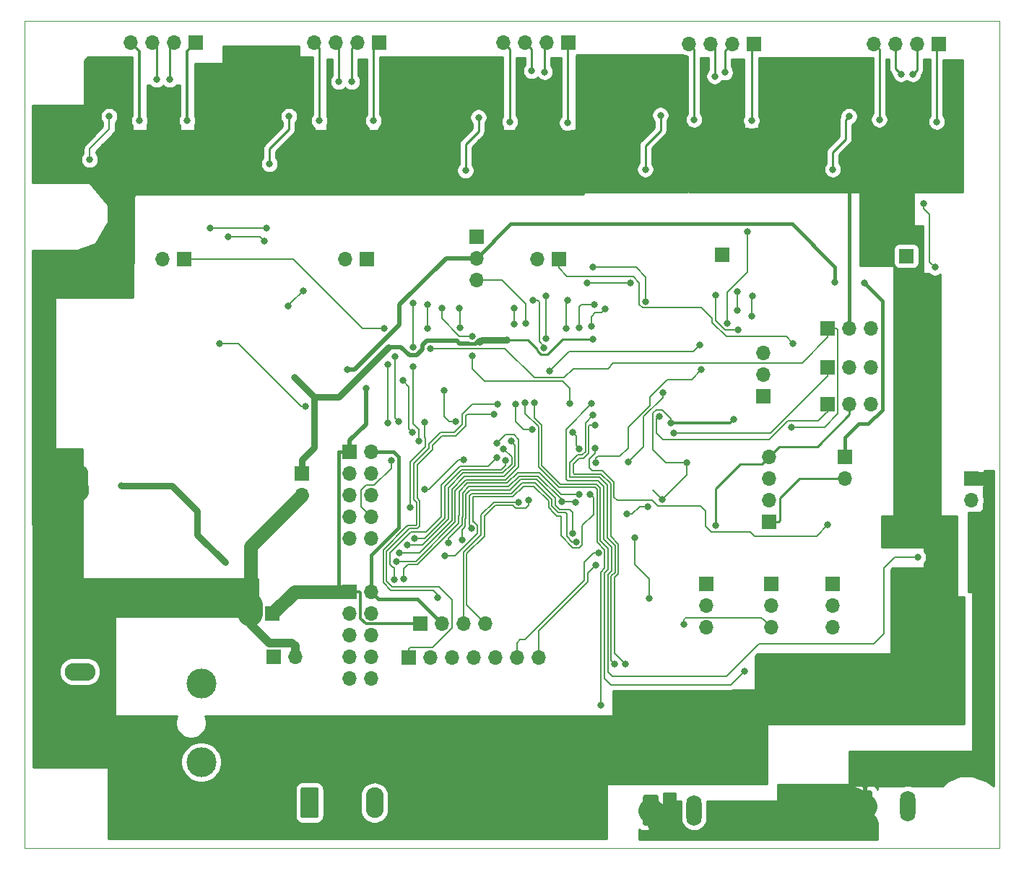
<source format=gbr>
G04 #@! TF.GenerationSoftware,KiCad,Pcbnew,(5.1.5)-3*
G04 #@! TF.CreationDate,2020-08-30T19:13:57+02:00*
G04 #@! TF.ProjectId,controller,636f6e74-726f-46c6-9c65-722e6b696361,rev?*
G04 #@! TF.SameCoordinates,Original*
G04 #@! TF.FileFunction,Copper,L2,Bot*
G04 #@! TF.FilePolarity,Positive*
%FSLAX46Y46*%
G04 Gerber Fmt 4.6, Leading zero omitted, Abs format (unit mm)*
G04 Created by KiCad (PCBNEW (5.1.5)-3) date 2020-08-30 19:13:57*
%MOMM*%
%LPD*%
G04 APERTURE LIST*
%ADD10C,0.050000*%
%ADD11O,1.700000X1.700000*%
%ADD12R,1.700000X1.700000*%
%ADD13C,0.100000*%
%ADD14C,0.500000*%
%ADD15O,2.100000X3.600000*%
%ADD16O,1.800000X3.600000*%
%ADD17O,3.600000X2.100000*%
%ADD18C,3.500000*%
%ADD19C,0.800000*%
%ADD20C,0.800000*%
%ADD21C,0.200000*%
%ADD22C,1.600000*%
%ADD23C,3.000000*%
%ADD24C,5.000000*%
%ADD25C,0.150000*%
%ADD26C,0.400000*%
%ADD27C,0.300000*%
%ADD28C,0.500000*%
%ADD29C,0.450000*%
%ADD30C,0.250000*%
%ADD31C,1.000000*%
%ADD32C,0.254000*%
G04 APERTURE END LIST*
D10*
X134620000Y-17272000D02*
X134620000Y-114300000D01*
X20320000Y-114300000D02*
X134620000Y-114300000D01*
X20320000Y-17272000D02*
X20320000Y-114300000D01*
X134620000Y-17272000D02*
X20320000Y-17272000D01*
D11*
X80568800Y-91948000D03*
X78028800Y-91948000D03*
X75488800Y-91948000D03*
X72948800Y-91948000D03*
X70408800Y-91948000D03*
X67868800Y-91948000D03*
D12*
X65328800Y-91948000D03*
D11*
X115062000Y-88392000D03*
X115062000Y-85852000D03*
D12*
X115062000Y-83312000D03*
G04 #@! TA.AperFunction,Conductor*
D13*
G36*
X124722504Y-31271204D02*
G01*
X124746773Y-31274804D01*
X124770571Y-31280765D01*
X124793671Y-31289030D01*
X124815849Y-31299520D01*
X124836893Y-31312133D01*
X124856598Y-31326747D01*
X124874777Y-31343223D01*
X124891253Y-31361402D01*
X124905867Y-31381107D01*
X124918480Y-31402151D01*
X124928970Y-31424329D01*
X124937235Y-31447429D01*
X124943196Y-31471227D01*
X124946796Y-31495496D01*
X124948000Y-31520000D01*
X124948000Y-33520000D01*
X124946796Y-33544504D01*
X124943196Y-33568773D01*
X124937235Y-33592571D01*
X124928970Y-33615671D01*
X124918480Y-33637849D01*
X124905867Y-33658893D01*
X124891253Y-33678598D01*
X124874777Y-33696777D01*
X124856598Y-33713253D01*
X124836893Y-33727867D01*
X124815849Y-33740480D01*
X124793671Y-33750970D01*
X124770571Y-33759235D01*
X124746773Y-33765196D01*
X124722504Y-33768796D01*
X124698000Y-33770000D01*
X122698000Y-33770000D01*
X122673496Y-33768796D01*
X122649227Y-33765196D01*
X122625429Y-33759235D01*
X122602329Y-33750970D01*
X122580151Y-33740480D01*
X122559107Y-33727867D01*
X122539402Y-33713253D01*
X122521223Y-33696777D01*
X122504747Y-33678598D01*
X122490133Y-33658893D01*
X122477520Y-33637849D01*
X122467030Y-33615671D01*
X122458765Y-33592571D01*
X122452804Y-33568773D01*
X122449204Y-33544504D01*
X122448000Y-33520000D01*
X122448000Y-31520000D01*
X122449204Y-31495496D01*
X122452804Y-31471227D01*
X122458765Y-31447429D01*
X122467030Y-31424329D01*
X122477520Y-31402151D01*
X122490133Y-31381107D01*
X122504747Y-31361402D01*
X122521223Y-31343223D01*
X122539402Y-31326747D01*
X122559107Y-31312133D01*
X122580151Y-31299520D01*
X122602329Y-31289030D01*
X122625429Y-31280765D01*
X122649227Y-31274804D01*
X122673496Y-31271204D01*
X122698000Y-31270000D01*
X124698000Y-31270000D01*
X124722504Y-31271204D01*
G37*
G04 #@! TD.AperFunction*
D14*
X124698000Y-33520000D03*
X123698000Y-33520000D03*
X122698000Y-33520000D03*
X124698000Y-32520000D03*
X123698000Y-32520000D03*
X122698000Y-32520000D03*
X124698000Y-31520000D03*
X123698000Y-31520000D03*
X122698000Y-31520000D03*
G04 #@! TA.AperFunction,Conductor*
D13*
G36*
X102942004Y-31263204D02*
G01*
X102966273Y-31266804D01*
X102990071Y-31272765D01*
X103013171Y-31281030D01*
X103035349Y-31291520D01*
X103056393Y-31304133D01*
X103076098Y-31318747D01*
X103094277Y-31335223D01*
X103110753Y-31353402D01*
X103125367Y-31373107D01*
X103137980Y-31394151D01*
X103148470Y-31416329D01*
X103156735Y-31439429D01*
X103162696Y-31463227D01*
X103166296Y-31487496D01*
X103167500Y-31512000D01*
X103167500Y-33512000D01*
X103166296Y-33536504D01*
X103162696Y-33560773D01*
X103156735Y-33584571D01*
X103148470Y-33607671D01*
X103137980Y-33629849D01*
X103125367Y-33650893D01*
X103110753Y-33670598D01*
X103094277Y-33688777D01*
X103076098Y-33705253D01*
X103056393Y-33719867D01*
X103035349Y-33732480D01*
X103013171Y-33742970D01*
X102990071Y-33751235D01*
X102966273Y-33757196D01*
X102942004Y-33760796D01*
X102917500Y-33762000D01*
X100917500Y-33762000D01*
X100892996Y-33760796D01*
X100868727Y-33757196D01*
X100844929Y-33751235D01*
X100821829Y-33742970D01*
X100799651Y-33732480D01*
X100778607Y-33719867D01*
X100758902Y-33705253D01*
X100740723Y-33688777D01*
X100724247Y-33670598D01*
X100709633Y-33650893D01*
X100697020Y-33629849D01*
X100686530Y-33607671D01*
X100678265Y-33584571D01*
X100672304Y-33560773D01*
X100668704Y-33536504D01*
X100667500Y-33512000D01*
X100667500Y-31512000D01*
X100668704Y-31487496D01*
X100672304Y-31463227D01*
X100678265Y-31439429D01*
X100686530Y-31416329D01*
X100697020Y-31394151D01*
X100709633Y-31373107D01*
X100724247Y-31353402D01*
X100740723Y-31335223D01*
X100758902Y-31318747D01*
X100778607Y-31304133D01*
X100799651Y-31291520D01*
X100821829Y-31281030D01*
X100844929Y-31272765D01*
X100868727Y-31266804D01*
X100892996Y-31263204D01*
X100917500Y-31262000D01*
X102917500Y-31262000D01*
X102942004Y-31263204D01*
G37*
G04 #@! TD.AperFunction*
D14*
X102917500Y-33512000D03*
X101917500Y-33512000D03*
X100917500Y-33512000D03*
X102917500Y-32512000D03*
X101917500Y-32512000D03*
X100917500Y-32512000D03*
X102917500Y-31512000D03*
X101917500Y-31512000D03*
X100917500Y-31512000D03*
G04 #@! TA.AperFunction,Conductor*
D13*
G36*
X81415504Y-31263204D02*
G01*
X81439773Y-31266804D01*
X81463571Y-31272765D01*
X81486671Y-31281030D01*
X81508849Y-31291520D01*
X81529893Y-31304133D01*
X81549598Y-31318747D01*
X81567777Y-31335223D01*
X81584253Y-31353402D01*
X81598867Y-31373107D01*
X81611480Y-31394151D01*
X81621970Y-31416329D01*
X81630235Y-31439429D01*
X81636196Y-31463227D01*
X81639796Y-31487496D01*
X81641000Y-31512000D01*
X81641000Y-33512000D01*
X81639796Y-33536504D01*
X81636196Y-33560773D01*
X81630235Y-33584571D01*
X81621970Y-33607671D01*
X81611480Y-33629849D01*
X81598867Y-33650893D01*
X81584253Y-33670598D01*
X81567777Y-33688777D01*
X81549598Y-33705253D01*
X81529893Y-33719867D01*
X81508849Y-33732480D01*
X81486671Y-33742970D01*
X81463571Y-33751235D01*
X81439773Y-33757196D01*
X81415504Y-33760796D01*
X81391000Y-33762000D01*
X79391000Y-33762000D01*
X79366496Y-33760796D01*
X79342227Y-33757196D01*
X79318429Y-33751235D01*
X79295329Y-33742970D01*
X79273151Y-33732480D01*
X79252107Y-33719867D01*
X79232402Y-33705253D01*
X79214223Y-33688777D01*
X79197747Y-33670598D01*
X79183133Y-33650893D01*
X79170520Y-33629849D01*
X79160030Y-33607671D01*
X79151765Y-33584571D01*
X79145804Y-33560773D01*
X79142204Y-33536504D01*
X79141000Y-33512000D01*
X79141000Y-31512000D01*
X79142204Y-31487496D01*
X79145804Y-31463227D01*
X79151765Y-31439429D01*
X79160030Y-31416329D01*
X79170520Y-31394151D01*
X79183133Y-31373107D01*
X79197747Y-31353402D01*
X79214223Y-31335223D01*
X79232402Y-31318747D01*
X79252107Y-31304133D01*
X79273151Y-31291520D01*
X79295329Y-31281030D01*
X79318429Y-31272765D01*
X79342227Y-31266804D01*
X79366496Y-31263204D01*
X79391000Y-31262000D01*
X81391000Y-31262000D01*
X81415504Y-31263204D01*
G37*
G04 #@! TD.AperFunction*
D14*
X81391000Y-33512000D03*
X80391000Y-33512000D03*
X79391000Y-33512000D03*
X81391000Y-32512000D03*
X80391000Y-32512000D03*
X79391000Y-32512000D03*
X81391000Y-31512000D03*
X80391000Y-31512000D03*
X79391000Y-31512000D03*
G04 #@! TA.AperFunction,Conductor*
D13*
G36*
X58928504Y-31178304D02*
G01*
X58952773Y-31181904D01*
X58976571Y-31187865D01*
X58999671Y-31196130D01*
X59021849Y-31206620D01*
X59042893Y-31219233D01*
X59062598Y-31233847D01*
X59080777Y-31250323D01*
X59097253Y-31268502D01*
X59111867Y-31288207D01*
X59124480Y-31309251D01*
X59134970Y-31331429D01*
X59143235Y-31354529D01*
X59149196Y-31378327D01*
X59152796Y-31402596D01*
X59154000Y-31427100D01*
X59154000Y-33427100D01*
X59152796Y-33451604D01*
X59149196Y-33475873D01*
X59143235Y-33499671D01*
X59134970Y-33522771D01*
X59124480Y-33544949D01*
X59111867Y-33565993D01*
X59097253Y-33585698D01*
X59080777Y-33603877D01*
X59062598Y-33620353D01*
X59042893Y-33634967D01*
X59021849Y-33647580D01*
X58999671Y-33658070D01*
X58976571Y-33666335D01*
X58952773Y-33672296D01*
X58928504Y-33675896D01*
X58904000Y-33677100D01*
X56904000Y-33677100D01*
X56879496Y-33675896D01*
X56855227Y-33672296D01*
X56831429Y-33666335D01*
X56808329Y-33658070D01*
X56786151Y-33647580D01*
X56765107Y-33634967D01*
X56745402Y-33620353D01*
X56727223Y-33603877D01*
X56710747Y-33585698D01*
X56696133Y-33565993D01*
X56683520Y-33544949D01*
X56673030Y-33522771D01*
X56664765Y-33499671D01*
X56658804Y-33475873D01*
X56655204Y-33451604D01*
X56654000Y-33427100D01*
X56654000Y-31427100D01*
X56655204Y-31402596D01*
X56658804Y-31378327D01*
X56664765Y-31354529D01*
X56673030Y-31331429D01*
X56683520Y-31309251D01*
X56696133Y-31288207D01*
X56710747Y-31268502D01*
X56727223Y-31250323D01*
X56745402Y-31233847D01*
X56765107Y-31219233D01*
X56786151Y-31206620D01*
X56808329Y-31196130D01*
X56831429Y-31187865D01*
X56855227Y-31181904D01*
X56879496Y-31178304D01*
X56904000Y-31177100D01*
X58904000Y-31177100D01*
X58928504Y-31178304D01*
G37*
G04 #@! TD.AperFunction*
D14*
X58904000Y-33427100D03*
X57904000Y-33427100D03*
X56904000Y-33427100D03*
X58904000Y-32427100D03*
X57904000Y-32427100D03*
X56904000Y-32427100D03*
X58904000Y-31427100D03*
X57904000Y-31427100D03*
X56904000Y-31427100D03*
G04 #@! TA.AperFunction,Conductor*
D13*
G36*
X37576504Y-31173204D02*
G01*
X37600773Y-31176804D01*
X37624571Y-31182765D01*
X37647671Y-31191030D01*
X37669849Y-31201520D01*
X37690893Y-31214133D01*
X37710598Y-31228747D01*
X37728777Y-31245223D01*
X37745253Y-31263402D01*
X37759867Y-31283107D01*
X37772480Y-31304151D01*
X37782970Y-31326329D01*
X37791235Y-31349429D01*
X37797196Y-31373227D01*
X37800796Y-31397496D01*
X37802000Y-31422000D01*
X37802000Y-33422000D01*
X37800796Y-33446504D01*
X37797196Y-33470773D01*
X37791235Y-33494571D01*
X37782970Y-33517671D01*
X37772480Y-33539849D01*
X37759867Y-33560893D01*
X37745253Y-33580598D01*
X37728777Y-33598777D01*
X37710598Y-33615253D01*
X37690893Y-33629867D01*
X37669849Y-33642480D01*
X37647671Y-33652970D01*
X37624571Y-33661235D01*
X37600773Y-33667196D01*
X37576504Y-33670796D01*
X37552000Y-33672000D01*
X35552000Y-33672000D01*
X35527496Y-33670796D01*
X35503227Y-33667196D01*
X35479429Y-33661235D01*
X35456329Y-33652970D01*
X35434151Y-33642480D01*
X35413107Y-33629867D01*
X35393402Y-33615253D01*
X35375223Y-33598777D01*
X35358747Y-33580598D01*
X35344133Y-33560893D01*
X35331520Y-33539849D01*
X35321030Y-33517671D01*
X35312765Y-33494571D01*
X35306804Y-33470773D01*
X35303204Y-33446504D01*
X35302000Y-33422000D01*
X35302000Y-31422000D01*
X35303204Y-31397496D01*
X35306804Y-31373227D01*
X35312765Y-31349429D01*
X35321030Y-31326329D01*
X35331520Y-31304151D01*
X35344133Y-31283107D01*
X35358747Y-31263402D01*
X35375223Y-31245223D01*
X35393402Y-31228747D01*
X35413107Y-31214133D01*
X35434151Y-31201520D01*
X35456329Y-31191030D01*
X35479429Y-31182765D01*
X35503227Y-31176804D01*
X35527496Y-31173204D01*
X35552000Y-31172000D01*
X37552000Y-31172000D01*
X37576504Y-31173204D01*
G37*
G04 #@! TD.AperFunction*
D14*
X37552000Y-33422000D03*
X36552000Y-33422000D03*
X35552000Y-33422000D03*
X37552000Y-32422000D03*
X36552000Y-32422000D03*
X35552000Y-32422000D03*
X37552000Y-31422000D03*
X36552000Y-31422000D03*
X35552000Y-31422000D03*
D11*
X98171000Y-19939000D03*
X100711000Y-19939000D03*
X103251000Y-19939000D03*
D12*
X105791000Y-19939000D03*
D11*
X76454000Y-19812000D03*
X78994000Y-19812000D03*
X81534000Y-19812000D03*
D12*
X84074000Y-19812000D03*
D11*
X52070000Y-91821000D03*
D12*
X49530000Y-91821000D03*
D11*
X54229000Y-19812000D03*
X56769000Y-19812000D03*
X59309000Y-19812000D03*
D12*
X61849000Y-19812000D03*
D11*
X32766000Y-19812000D03*
X35306000Y-19812000D03*
X37846000Y-19812000D03*
D12*
X40386000Y-19812000D03*
D11*
X74320400Y-87934800D03*
X71780400Y-87934800D03*
X69240400Y-87934800D03*
D12*
X66700400Y-87934800D03*
D11*
X60960000Y-94361000D03*
X58420000Y-94361000D03*
X60960000Y-91821000D03*
X58420000Y-91821000D03*
X60960000Y-89281000D03*
X58420000Y-89281000D03*
X60960000Y-86741000D03*
X58420000Y-86741000D03*
X60960000Y-84201000D03*
D12*
X58420000Y-84201000D03*
D11*
X60960000Y-77978000D03*
X58420000Y-77978000D03*
X60960000Y-75438000D03*
X58420000Y-75438000D03*
X60960000Y-72898000D03*
X58420000Y-72898000D03*
X60960000Y-70358000D03*
X58420000Y-70358000D03*
X60960000Y-67818000D03*
D12*
X58420000Y-67818000D03*
D11*
X116535200Y-70967600D03*
D12*
X116535200Y-68427600D03*
D11*
X107632500Y-68389500D03*
X107632500Y-70929500D03*
X107632500Y-73469500D03*
D12*
X107632500Y-76009500D03*
D11*
X119888000Y-19939000D03*
X122428000Y-19939000D03*
X124968000Y-19939000D03*
D12*
X127508000Y-19939000D03*
X123698000Y-44831000D03*
D11*
X119557800Y-53340000D03*
X117017800Y-53340000D03*
D12*
X114477800Y-53340000D03*
D11*
X106934000Y-56197500D03*
X106934000Y-58737500D03*
D12*
X106934000Y-61277500D03*
D11*
X119557000Y-57895000D03*
X117017000Y-57895000D03*
D12*
X114477000Y-57895000D03*
D11*
X119557800Y-62230000D03*
X117017800Y-62230000D03*
D12*
X114477800Y-62230000D03*
D11*
X80391000Y-45212000D03*
D12*
X82931000Y-45212000D03*
D11*
X57912000Y-45212000D03*
D12*
X60452000Y-45212000D03*
D15*
X61341000Y-108966000D03*
G04 #@! TA.AperFunction,ComponentPad*
D13*
G36*
X54545504Y-107167204D02*
G01*
X54569773Y-107170804D01*
X54593571Y-107176765D01*
X54616671Y-107185030D01*
X54638849Y-107195520D01*
X54659893Y-107208133D01*
X54679598Y-107222747D01*
X54697777Y-107239223D01*
X54714253Y-107257402D01*
X54728867Y-107277107D01*
X54741480Y-107298151D01*
X54751970Y-107320329D01*
X54760235Y-107343429D01*
X54766196Y-107367227D01*
X54769796Y-107391496D01*
X54771000Y-107416000D01*
X54771000Y-110516000D01*
X54769796Y-110540504D01*
X54766196Y-110564773D01*
X54760235Y-110588571D01*
X54751970Y-110611671D01*
X54741480Y-110633849D01*
X54728867Y-110654893D01*
X54714253Y-110674598D01*
X54697777Y-110692777D01*
X54679598Y-110709253D01*
X54659893Y-110723867D01*
X54638849Y-110736480D01*
X54616671Y-110746970D01*
X54593571Y-110755235D01*
X54569773Y-110761196D01*
X54545504Y-110764796D01*
X54521000Y-110766000D01*
X52921000Y-110766000D01*
X52896496Y-110764796D01*
X52872227Y-110761196D01*
X52848429Y-110755235D01*
X52825329Y-110746970D01*
X52803151Y-110736480D01*
X52782107Y-110723867D01*
X52762402Y-110709253D01*
X52744223Y-110692777D01*
X52727747Y-110674598D01*
X52713133Y-110654893D01*
X52700520Y-110633849D01*
X52690030Y-110611671D01*
X52681765Y-110588571D01*
X52675804Y-110564773D01*
X52672204Y-110540504D01*
X52671000Y-110516000D01*
X52671000Y-107416000D01*
X52672204Y-107391496D01*
X52675804Y-107367227D01*
X52681765Y-107343429D01*
X52690030Y-107320329D01*
X52700520Y-107298151D01*
X52713133Y-107277107D01*
X52727747Y-107257402D01*
X52744223Y-107239223D01*
X52762402Y-107222747D01*
X52782107Y-107208133D01*
X52803151Y-107195520D01*
X52825329Y-107185030D01*
X52848429Y-107176765D01*
X52872227Y-107170804D01*
X52896496Y-107167204D01*
X52921000Y-107166000D01*
X54521000Y-107166000D01*
X54545504Y-107167204D01*
G37*
G04 #@! TD.AperFunction*
D12*
X102108000Y-44704000D03*
D11*
X131318000Y-73469500D03*
D12*
X131318000Y-70929500D03*
D11*
X73342500Y-47625000D03*
X73342500Y-45085000D03*
D12*
X73342500Y-42545000D03*
D11*
X100279200Y-88430100D03*
X100279200Y-85890100D03*
D12*
X100279200Y-83350100D03*
D16*
X98806000Y-109855000D03*
G04 #@! TA.AperFunction,ComponentPad*
D13*
G36*
X94400504Y-108056204D02*
G01*
X94424773Y-108059804D01*
X94448571Y-108065765D01*
X94471671Y-108074030D01*
X94493849Y-108084520D01*
X94514893Y-108097133D01*
X94534598Y-108111747D01*
X94552777Y-108128223D01*
X94569253Y-108146402D01*
X94583867Y-108166107D01*
X94596480Y-108187151D01*
X94606970Y-108209329D01*
X94615235Y-108232429D01*
X94621196Y-108256227D01*
X94624796Y-108280496D01*
X94626000Y-108305000D01*
X94626000Y-111405000D01*
X94624796Y-111429504D01*
X94621196Y-111453773D01*
X94615235Y-111477571D01*
X94606970Y-111500671D01*
X94596480Y-111522849D01*
X94583867Y-111543893D01*
X94569253Y-111563598D01*
X94552777Y-111581777D01*
X94534598Y-111598253D01*
X94514893Y-111612867D01*
X94493849Y-111625480D01*
X94471671Y-111635970D01*
X94448571Y-111644235D01*
X94424773Y-111650196D01*
X94400504Y-111653796D01*
X94376000Y-111655000D01*
X93076000Y-111655000D01*
X93051496Y-111653796D01*
X93027227Y-111650196D01*
X93003429Y-111644235D01*
X92980329Y-111635970D01*
X92958151Y-111625480D01*
X92937107Y-111612867D01*
X92917402Y-111598253D01*
X92899223Y-111581777D01*
X92882747Y-111563598D01*
X92868133Y-111543893D01*
X92855520Y-111522849D01*
X92845030Y-111500671D01*
X92836765Y-111477571D01*
X92830804Y-111453773D01*
X92827204Y-111429504D01*
X92826000Y-111405000D01*
X92826000Y-108305000D01*
X92827204Y-108280496D01*
X92830804Y-108256227D01*
X92836765Y-108232429D01*
X92845030Y-108209329D01*
X92855520Y-108187151D01*
X92868133Y-108166107D01*
X92882747Y-108146402D01*
X92899223Y-108128223D01*
X92917402Y-108111747D01*
X92937107Y-108097133D01*
X92958151Y-108084520D01*
X92980329Y-108074030D01*
X93003429Y-108065765D01*
X93027227Y-108059804D01*
X93051496Y-108056204D01*
X93076000Y-108055000D01*
X94376000Y-108055000D01*
X94400504Y-108056204D01*
G37*
G04 #@! TD.AperFunction*
D11*
X36512500Y-45212000D03*
D12*
X39052500Y-45212000D03*
D17*
X26797000Y-93599000D03*
G04 #@! TA.AperFunction,ComponentPad*
D13*
G36*
X28371504Y-100170204D02*
G01*
X28395773Y-100173804D01*
X28419571Y-100179765D01*
X28442671Y-100188030D01*
X28464849Y-100198520D01*
X28485893Y-100211133D01*
X28505598Y-100225747D01*
X28523777Y-100242223D01*
X28540253Y-100260402D01*
X28554867Y-100280107D01*
X28567480Y-100301151D01*
X28577970Y-100323329D01*
X28586235Y-100346429D01*
X28592196Y-100370227D01*
X28595796Y-100394496D01*
X28597000Y-100419000D01*
X28597000Y-102019000D01*
X28595796Y-102043504D01*
X28592196Y-102067773D01*
X28586235Y-102091571D01*
X28577970Y-102114671D01*
X28567480Y-102136849D01*
X28554867Y-102157893D01*
X28540253Y-102177598D01*
X28523777Y-102195777D01*
X28505598Y-102212253D01*
X28485893Y-102226867D01*
X28464849Y-102239480D01*
X28442671Y-102249970D01*
X28419571Y-102258235D01*
X28395773Y-102264196D01*
X28371504Y-102267796D01*
X28347000Y-102269000D01*
X25247000Y-102269000D01*
X25222496Y-102267796D01*
X25198227Y-102264196D01*
X25174429Y-102258235D01*
X25151329Y-102249970D01*
X25129151Y-102239480D01*
X25108107Y-102226867D01*
X25088402Y-102212253D01*
X25070223Y-102195777D01*
X25053747Y-102177598D01*
X25039133Y-102157893D01*
X25026520Y-102136849D01*
X25016030Y-102114671D01*
X25007765Y-102091571D01*
X25001804Y-102067773D01*
X24998204Y-102043504D01*
X24997000Y-102019000D01*
X24997000Y-100419000D01*
X24998204Y-100394496D01*
X25001804Y-100370227D01*
X25007765Y-100346429D01*
X25016030Y-100323329D01*
X25026520Y-100301151D01*
X25039133Y-100280107D01*
X25053747Y-100260402D01*
X25070223Y-100242223D01*
X25088402Y-100225747D01*
X25108107Y-100211133D01*
X25129151Y-100198520D01*
X25151329Y-100188030D01*
X25174429Y-100179765D01*
X25198227Y-100173804D01*
X25222496Y-100170204D01*
X25247000Y-100169000D01*
X28347000Y-100169000D01*
X28371504Y-100170204D01*
G37*
G04 #@! TD.AperFunction*
D11*
X107823000Y-88404700D03*
X107823000Y-85864700D03*
D12*
X107823000Y-83324700D03*
D18*
X41021000Y-104196000D03*
X41021000Y-94996000D03*
D11*
X52832000Y-72898000D03*
D12*
X52832000Y-70358000D03*
D11*
X46786800Y-86817200D03*
D12*
X49326800Y-86817200D03*
G04 #@! TA.AperFunction,ComponentPad*
D13*
G36*
X119483004Y-107548204D02*
G01*
X119507273Y-107551804D01*
X119531071Y-107557765D01*
X119554171Y-107566030D01*
X119576349Y-107576520D01*
X119597393Y-107589133D01*
X119617098Y-107603747D01*
X119635277Y-107620223D01*
X119651753Y-107638402D01*
X119666367Y-107658107D01*
X119678980Y-107679151D01*
X119689470Y-107701329D01*
X119697735Y-107724429D01*
X119703696Y-107748227D01*
X119707296Y-107772496D01*
X119708500Y-107797000D01*
X119708500Y-110897000D01*
X119707296Y-110921504D01*
X119703696Y-110945773D01*
X119697735Y-110969571D01*
X119689470Y-110992671D01*
X119678980Y-111014849D01*
X119666367Y-111035893D01*
X119651753Y-111055598D01*
X119635277Y-111073777D01*
X119617098Y-111090253D01*
X119597393Y-111104867D01*
X119576349Y-111117480D01*
X119554171Y-111127970D01*
X119531071Y-111136235D01*
X119507273Y-111142196D01*
X119483004Y-111145796D01*
X119458500Y-111147000D01*
X118158500Y-111147000D01*
X118133996Y-111145796D01*
X118109727Y-111142196D01*
X118085929Y-111136235D01*
X118062829Y-111127970D01*
X118040651Y-111117480D01*
X118019607Y-111104867D01*
X117999902Y-111090253D01*
X117981723Y-111073777D01*
X117965247Y-111055598D01*
X117950633Y-111035893D01*
X117938020Y-111014849D01*
X117927530Y-110992671D01*
X117919265Y-110969571D01*
X117913304Y-110945773D01*
X117909704Y-110921504D01*
X117908500Y-110897000D01*
X117908500Y-107797000D01*
X117909704Y-107772496D01*
X117913304Y-107748227D01*
X117919265Y-107724429D01*
X117927530Y-107701329D01*
X117938020Y-107679151D01*
X117950633Y-107658107D01*
X117965247Y-107638402D01*
X117981723Y-107620223D01*
X117999902Y-107603747D01*
X118019607Y-107589133D01*
X118040651Y-107576520D01*
X118062829Y-107566030D01*
X118085929Y-107557765D01*
X118109727Y-107551804D01*
X118133996Y-107548204D01*
X118158500Y-107547000D01*
X119458500Y-107547000D01*
X119483004Y-107548204D01*
G37*
G04 #@! TD.AperFunction*
D16*
X123888500Y-109347000D03*
D19*
X31623100Y-71754900D03*
X43844300Y-80768100D03*
X30226000Y-28448000D03*
X27940000Y-33528000D03*
X32385000Y-35433000D03*
X26924000Y-70205600D03*
X26998085Y-71956085D03*
X30734000Y-22369000D03*
X27940000Y-28448000D03*
X42164000Y-28956000D03*
X60325000Y-60325000D03*
X58166000Y-58166000D03*
X115316000Y-47879000D03*
X118745000Y-48006000D03*
X96075500Y-64452500D03*
X97980500Y-69088000D03*
X103489000Y-64024000D03*
X95059500Y-73406000D03*
X86969600Y-54610000D03*
X76872300Y-54660800D03*
X79806800Y-65176400D03*
X77863200Y-62216800D03*
X51943000Y-59055000D03*
X93535500Y-85026500D03*
X91884500Y-77851000D03*
X97599500Y-88074500D03*
X110426500Y-55118000D03*
X94742000Y-63627000D03*
X96393000Y-65595500D03*
X101346000Y-49466500D03*
X103949500Y-53530500D03*
X110236000Y-64897000D03*
X67881500Y-55689500D03*
X62484000Y-53340000D03*
X79057500Y-52768500D03*
X78994000Y-62077600D03*
X87884000Y-97536000D03*
X87223600Y-67411600D03*
X114490500Y-76390500D03*
X80060800Y-62077600D03*
X104711500Y-93535500D03*
X51181000Y-50673000D03*
X52959000Y-48895000D03*
X69469000Y-60579000D03*
X70866000Y-64262000D03*
X65786000Y-65532000D03*
X64643000Y-59436000D03*
X51308000Y-28448000D03*
X49022000Y-34036000D03*
X67564000Y-50546000D03*
X83820000Y-53340000D03*
X83947000Y-50038000D03*
X73533000Y-28575000D03*
X72009000Y-34798000D03*
X94869000Y-28321000D03*
X93091000Y-34671000D03*
X87122000Y-50546000D03*
X85344000Y-53213000D03*
X67564000Y-53340000D03*
X71310500Y-50990500D03*
X71374000Y-53213000D03*
X77724000Y-52832000D03*
X77724000Y-50927000D03*
X79883000Y-50038000D03*
X81229200Y-55626000D03*
X83280000Y-73692000D03*
X69977000Y-78486000D03*
X84937600Y-73761600D03*
X90932000Y-75133200D03*
X93421200Y-74218800D03*
X76708000Y-68834000D03*
X66040000Y-77978000D03*
X76454000Y-67437000D03*
X65151000Y-78740000D03*
X77343000Y-66548000D03*
X64262000Y-79629000D03*
X75692000Y-66802000D03*
X63881000Y-80645000D03*
X78232000Y-73710800D03*
X79400400Y-73507600D03*
X88392000Y-51054000D03*
X86741000Y-53086000D03*
X81407000Y-54483000D03*
X91313000Y-48006000D03*
X86258400Y-48006000D03*
X81407000Y-49555400D03*
X53086000Y-36068000D03*
X51308000Y-22860000D03*
X48768000Y-28354000D03*
X63754000Y-28702000D03*
X73533000Y-22987000D03*
X71120000Y-28321000D03*
X86233000Y-28448000D03*
X76009500Y-36512500D03*
X92329000Y-29464000D03*
X95377000Y-23114000D03*
X97345500Y-36639500D03*
X107191000Y-29334000D03*
X119380000Y-36449000D03*
X128908000Y-29334000D03*
X117094000Y-23114000D03*
X114300000Y-29337000D03*
X67183000Y-64325500D03*
X65532000Y-74295000D03*
X101346000Y-76454000D03*
X80264000Y-101346000D03*
X81534000Y-101346000D03*
X83803351Y-103013649D03*
X84963000Y-101473000D03*
X83312000Y-101346000D03*
X101282500Y-99377500D03*
X103060500Y-99377500D03*
X101949250Y-98266250D03*
X103882500Y-98365000D03*
X103441500Y-96964500D03*
X122809000Y-88963500D03*
X122809000Y-87185500D03*
X122872500Y-85915500D03*
X122872500Y-84455000D03*
X124145500Y-84515500D03*
X122618500Y-77533500D03*
X122022000Y-75857500D03*
X122999500Y-76390500D03*
X84582000Y-77343000D03*
X71628000Y-78105000D03*
X63309500Y-68834000D03*
X71755000Y-68770500D03*
X67183000Y-72199500D03*
X64770000Y-82677000D03*
X85344000Y-72796400D03*
X86619468Y-72776468D03*
X69596000Y-80010000D03*
X63627000Y-82804000D03*
X75692000Y-68453000D03*
X84963000Y-78359000D03*
X72701401Y-76802999D03*
X75374500Y-63373000D03*
X75755500Y-62230000D03*
X68783200Y-84937600D03*
X120523000Y-28829000D03*
X123063000Y-23495000D03*
X124460000Y-23495000D03*
X127254000Y-29083000D03*
X87325200Y-81076800D03*
X87604600Y-79679800D03*
X86969600Y-63500000D03*
X89471500Y-92710000D03*
X87172800Y-64668400D03*
X90741500Y-92710000D03*
X43180000Y-55118000D03*
X53213000Y-62484000D03*
X33782000Y-28956000D03*
X35814000Y-24130000D03*
X37338000Y-24130000D03*
X39370000Y-28956000D03*
X54864000Y-28956000D03*
X57150000Y-24384000D03*
X58674000Y-24384000D03*
X61214000Y-28956000D03*
X77216000Y-29083000D03*
X79756000Y-23114000D03*
X81280000Y-23241000D03*
X83947000Y-29210000D03*
X98806000Y-28829000D03*
X101219000Y-23749000D03*
X102417500Y-23296500D03*
X105537000Y-28956000D03*
X81851500Y-58356500D03*
X99441000Y-55308500D03*
X44196000Y-42545000D03*
X48387000Y-43053000D03*
X62865000Y-64389000D03*
X62865000Y-57531000D03*
X42037000Y-41529000D03*
X48641000Y-41529000D03*
X64135000Y-64262000D03*
X63735001Y-56642000D03*
X66536001Y-66559999D03*
X65836011Y-55575989D03*
X65836011Y-57861989D03*
X65836011Y-50368989D03*
X69215000Y-50927000D03*
X72771000Y-54229000D03*
X72771000Y-56515000D03*
X84201000Y-62103000D03*
X84582000Y-65532000D03*
X85344000Y-67437000D03*
X86931500Y-46164500D03*
X93154500Y-50165000D03*
X105029000Y-41973500D03*
X102679500Y-52705000D03*
X99676490Y-58184510D03*
X87258793Y-69052807D03*
X95123000Y-60896500D03*
X91122500Y-68961000D03*
X125730000Y-38732000D03*
X127063500Y-46164500D03*
X116967000Y-28448000D03*
X115062000Y-34671000D03*
X103886000Y-49022000D03*
X103886000Y-51181000D03*
X105548999Y-51931001D03*
X105664000Y-49530000D03*
X86817200Y-62179200D03*
X125031500Y-80200500D03*
D20*
X31623100Y-71754900D02*
X37566500Y-71754900D01*
X37566500Y-71754900D02*
X40589200Y-74777600D01*
X40589200Y-77513000D02*
X43844300Y-80768100D01*
X40589200Y-74777600D02*
X40589200Y-77513000D01*
D21*
X28956000Y-31242000D02*
X28956000Y-31242000D01*
X27940000Y-32258000D02*
X27940000Y-33528000D01*
X30226000Y-28448000D02*
X30226000Y-29972000D01*
X30226000Y-29972000D02*
X27940000Y-32258000D01*
D22*
X26924000Y-71882000D02*
X26998085Y-71956085D01*
X26924000Y-70205600D02*
X26924000Y-71882000D01*
X23317200Y-76202655D02*
X23317200Y-80416400D01*
X26998085Y-72521770D02*
X23317200Y-76202655D01*
X26998085Y-71956085D02*
X26998085Y-72521770D01*
D23*
X23300990Y-80450990D02*
X23317200Y-80416400D01*
X46726799Y-85773619D02*
X46726799Y-86817200D01*
X23300990Y-85766610D02*
X46719790Y-85766610D01*
X23300990Y-85766610D02*
X23300990Y-80450990D01*
X46719790Y-85766610D02*
X46726799Y-85773619D01*
D24*
X36552000Y-32422000D02*
X36552000Y-33422000D01*
D25*
X34541000Y-35433000D02*
X36552000Y-33422000D01*
X32385000Y-35433000D02*
X34541000Y-35433000D01*
D23*
X94626000Y-110755000D02*
X94626000Y-111050500D01*
X94626000Y-110755000D02*
X93726000Y-109855000D01*
X117602000Y-109040500D02*
X117602000Y-108585000D01*
X118808500Y-109347000D02*
X117602000Y-108585000D01*
X117908500Y-110247000D02*
X117908500Y-110479000D01*
X118808500Y-109347000D02*
X117908500Y-110247000D01*
X117908500Y-110479000D02*
X118935500Y-111506000D01*
D22*
X131318000Y-70929500D02*
X133032500Y-70929500D01*
D26*
X57170000Y-84201000D02*
X58420000Y-84201000D01*
X57119999Y-84150999D02*
X57170000Y-84201000D01*
X57119999Y-67868001D02*
X57119999Y-84150999D01*
X57170000Y-67818000D02*
X57119999Y-67868001D01*
X58420000Y-67818000D02*
X57170000Y-67818000D01*
D27*
X65550400Y-87934800D02*
X66700400Y-87934800D01*
X65494199Y-87991001D02*
X65550400Y-87934800D01*
X60359999Y-87991001D02*
X65494199Y-87991001D01*
X59709999Y-87341001D02*
X60359999Y-87991001D01*
X59709999Y-84340999D02*
X59709999Y-87341001D01*
X59570000Y-84201000D02*
X59709999Y-84340999D01*
X58420000Y-84201000D02*
X59570000Y-84201000D01*
D22*
X51943000Y-84201000D02*
X58420000Y-84201000D01*
X49326800Y-86817200D02*
X51943000Y-84201000D01*
D28*
X58420000Y-66468000D02*
X60325000Y-64563000D01*
X58420000Y-67818000D02*
X58420000Y-66468000D01*
X60325000Y-64563000D02*
X60325000Y-60325000D01*
X60325000Y-60325000D02*
X60325000Y-60325000D01*
X58990002Y-58166000D02*
X64262000Y-52894002D01*
X58166000Y-58166000D02*
X58990002Y-58166000D01*
X64262000Y-52894002D02*
X64262000Y-50546000D01*
X69723000Y-45085000D02*
X73342500Y-45085000D01*
X64262000Y-50546000D02*
X69723000Y-45085000D01*
D29*
X77329001Y-41098499D02*
X110313499Y-41098499D01*
X73342500Y-45085000D02*
X77329001Y-41098499D01*
X110313499Y-41098499D02*
X115316000Y-46101000D01*
X115316000Y-46101000D02*
X115316000Y-47879000D01*
X115316000Y-47879000D02*
X115316000Y-47879000D01*
X120882801Y-62866001D02*
X119232802Y-64516000D01*
X118745000Y-48006000D02*
X120882801Y-50143801D01*
X120882801Y-50143801D02*
X120882801Y-62866001D01*
X119232802Y-64516000D02*
X118110000Y-64516000D01*
X116535200Y-66090800D02*
X116535200Y-68427600D01*
X118110000Y-64516000D02*
X116535200Y-66090800D01*
D21*
X94381999Y-62876999D02*
X93991999Y-63266999D01*
X95065684Y-62876999D02*
X94381999Y-62876999D01*
X96075500Y-64452500D02*
X96075500Y-63886815D01*
X93991999Y-63266999D02*
X93991999Y-67575999D01*
X96075500Y-63886815D02*
X95065684Y-62876999D01*
X93991999Y-67575999D02*
X95504000Y-69088000D01*
X95504000Y-69088000D02*
X97980500Y-69088000D01*
X97980500Y-69088000D02*
X97980500Y-69088000D01*
D27*
X103060500Y-64452500D02*
X103489000Y-64024000D01*
X96075500Y-64452500D02*
X103060500Y-64452500D01*
D21*
X97980500Y-70485000D02*
X97980500Y-69088000D01*
X95059500Y-73406000D02*
X97980500Y-70485000D01*
X95059500Y-73406000D02*
X93980000Y-72326500D01*
D30*
X83392202Y-54610000D02*
X86969600Y-54610000D01*
X76872300Y-54660800D02*
X79298800Y-54660800D01*
X79298800Y-54660800D02*
X80454199Y-55816199D01*
X80454199Y-55998001D02*
X80857199Y-56401001D01*
X80454199Y-55816199D02*
X80454199Y-55998001D01*
X81601201Y-56401001D02*
X83392202Y-54610000D01*
X80857199Y-56401001D02*
X81601201Y-56401001D01*
D21*
X79806800Y-65176400D02*
X78790800Y-65176400D01*
X77863200Y-64248800D02*
X77863200Y-62216800D01*
X78790800Y-65176400D02*
X77863200Y-64248800D01*
D20*
X52342999Y-59454999D02*
X51943000Y-59055000D01*
X54263001Y-61375001D02*
X52342999Y-59454999D01*
X54263001Y-67276999D02*
X54263001Y-61375001D01*
X52832000Y-68708000D02*
X54263001Y-67276999D01*
X52832000Y-70358000D02*
X52832000Y-68708000D01*
X54263001Y-61375001D02*
X57115999Y-61375001D01*
X57115999Y-61375001D02*
X62357000Y-56134000D01*
X62357000Y-56134000D02*
X62992000Y-55499000D01*
D28*
X70991955Y-54789499D02*
X71291946Y-55089490D01*
X67449499Y-54789499D02*
X70991955Y-54789499D01*
X66981499Y-55257499D02*
X67449499Y-54789499D01*
X66981499Y-55762503D02*
X66981499Y-55257499D01*
X63003001Y-55510001D02*
X64438021Y-55510001D01*
X62992000Y-55499000D02*
X63003001Y-55510001D01*
X64438021Y-55510001D02*
X65404010Y-56475990D01*
X65404010Y-56475990D02*
X66268012Y-56475990D01*
X66268012Y-56475990D02*
X66981499Y-55762503D01*
X71291946Y-55089490D02*
X72390000Y-55089490D01*
D29*
X72488490Y-55089490D02*
X72513490Y-55114490D01*
X72390000Y-55089490D02*
X72488490Y-55089490D01*
X72513490Y-55114490D02*
X73152000Y-55114490D01*
D20*
X76872300Y-54660800D02*
X73938690Y-54660800D01*
X73938690Y-54660800D02*
X73660000Y-54939490D01*
D28*
X73242311Y-55089490D02*
X73152000Y-55089490D01*
X73938690Y-54660800D02*
X73671001Y-54660800D01*
X73671001Y-54660800D02*
X73242311Y-55089490D01*
D21*
X93535500Y-85026500D02*
X93535500Y-82677000D01*
X93535500Y-82677000D02*
X91884500Y-81026000D01*
X91884500Y-81026000D02*
X91884500Y-77851000D01*
X91884500Y-77851000D02*
X91884500Y-77851000D01*
D25*
X106973001Y-87554701D02*
X107823000Y-88404700D01*
X106673399Y-87255099D02*
X106973001Y-87554701D01*
X97599500Y-87508815D02*
X97726500Y-87381815D01*
X97599500Y-88074500D02*
X97599500Y-87508815D01*
X97726500Y-87381815D02*
X97726500Y-87376000D01*
X97847401Y-87255099D02*
X106673399Y-87255099D01*
X97726500Y-87376000D02*
X97847401Y-87255099D01*
D21*
X92794499Y-50915001D02*
X99643499Y-50915001D01*
X92404499Y-50525001D02*
X92794499Y-50915001D01*
X82931000Y-46262000D02*
X83924999Y-47255999D01*
X82931000Y-45212000D02*
X82931000Y-46262000D01*
X83924999Y-47255999D02*
X91673001Y-47255999D01*
X91673001Y-47255999D02*
X92404499Y-47987497D01*
X92404499Y-47987497D02*
X92404499Y-50525001D01*
X100920990Y-52620546D02*
X102592944Y-54292500D01*
X99643499Y-50915001D02*
X100920990Y-52192492D01*
X100920990Y-52192492D02*
X100920990Y-52620546D01*
X102592944Y-54292500D02*
X109601000Y-54292500D01*
X109601000Y-54292500D02*
X110426500Y-55118000D01*
X110426500Y-55118000D02*
X110426500Y-55118000D01*
D25*
X114490500Y-63182500D02*
X114477800Y-62230000D01*
X113384499Y-64171999D02*
X114373998Y-63182500D01*
X109818001Y-64171999D02*
X113384499Y-64171999D01*
X107605999Y-66384001D02*
X109818001Y-64171999D01*
X94742000Y-63627000D02*
X94640502Y-63627000D01*
X114373998Y-63182500D02*
X114490500Y-63182500D01*
X94640502Y-63627000D02*
X94424511Y-63842991D01*
X94424511Y-65652513D02*
X95155999Y-66384001D01*
X94424511Y-63842991D02*
X94424511Y-65652513D01*
X95155999Y-66384001D02*
X107605999Y-66384001D01*
X113459499Y-59912501D02*
X114477000Y-58895000D01*
X101346000Y-52444502D02*
X102431998Y-53530500D01*
X101346000Y-49466500D02*
X101346000Y-52444502D01*
X102431998Y-53530500D02*
X103949500Y-53530500D01*
X103949500Y-53530500D02*
X103949500Y-53530500D01*
X114477000Y-58895000D02*
X114477000Y-57895000D01*
X107776500Y-65595500D02*
X114477000Y-58895000D01*
X96393000Y-65595500D02*
X107776500Y-65595500D01*
X115477800Y-53340000D02*
X114477800Y-53340000D01*
X115652801Y-53515001D02*
X115477800Y-53340000D01*
X115652801Y-63340001D02*
X115652801Y-53515001D01*
X114095802Y-64897000D02*
X115652801Y-63340001D01*
X110236000Y-64897000D02*
X114095802Y-64897000D01*
D21*
X39052500Y-45212000D02*
X51816000Y-45212000D01*
X67881500Y-55689500D02*
X76644500Y-55689500D01*
X80061501Y-59106501D02*
X83577999Y-59106501D01*
X76644500Y-55689500D02*
X80061501Y-59106501D01*
X83577999Y-59106501D02*
X84645500Y-58039000D01*
X84645500Y-58039000D02*
X88709500Y-58039000D01*
X114477800Y-54390000D02*
X114477800Y-53340000D01*
X111470299Y-57397501D02*
X114477800Y-54390000D01*
X89350999Y-57397501D02*
X111470299Y-57397501D01*
X88709500Y-58039000D02*
X89350999Y-57397501D01*
X59944000Y-53340000D02*
X62484000Y-53340000D01*
X51816000Y-45212000D02*
X59944000Y-53340000D01*
X62484000Y-53340000D02*
X62484000Y-53340000D01*
X79057500Y-52768500D02*
X79057500Y-50419000D01*
X76263500Y-47625000D02*
X73342500Y-47625000D01*
X79057500Y-50419000D02*
X76263500Y-47625000D01*
D25*
X78994000Y-62077600D02*
X78994000Y-63296800D01*
X78994000Y-63296800D02*
X80568800Y-64871600D01*
X80568800Y-64871600D02*
X80568800Y-69589102D01*
X80568800Y-69589102D02*
X82607698Y-71628000D01*
X82607698Y-71628000D02*
X82985249Y-72005551D01*
X82985249Y-72005551D02*
X87194751Y-72005551D01*
X87194751Y-72005551D02*
X87426800Y-72237600D01*
X87426800Y-72237600D02*
X87426800Y-76403200D01*
X87426800Y-76403200D02*
X87426800Y-78409800D01*
X88329601Y-79312601D02*
X88329601Y-81469399D01*
X87426800Y-78409800D02*
X88329601Y-79312601D01*
X88329601Y-81469399D02*
X87884000Y-81915000D01*
X87884000Y-81915000D02*
X87884000Y-97536000D01*
X87884000Y-97536000D02*
X87884000Y-97536000D01*
X86533792Y-68667093D02*
X86533792Y-69705608D01*
X87223600Y-67411600D02*
X87223600Y-67977285D01*
X87223600Y-67977285D02*
X86533792Y-68667093D01*
X86533792Y-69705608D02*
X86833685Y-70005501D01*
X88023196Y-70005501D02*
X89426850Y-71409155D01*
X86833685Y-70005501D02*
X88023196Y-70005501D01*
X89426850Y-71409155D02*
X89426850Y-72136000D01*
X89426850Y-72136000D02*
X89426850Y-72961500D01*
X89426850Y-72961500D02*
X89426850Y-73107350D01*
X89426850Y-73107350D02*
X89789000Y-73469500D01*
X89789000Y-73469500D02*
X93916500Y-73469500D01*
X94578001Y-74131001D02*
X99531001Y-74131001D01*
X93916500Y-73469500D02*
X94578001Y-74131001D01*
X99531001Y-74131001D02*
X100139500Y-74739500D01*
X100139500Y-74739500D02*
X100139500Y-76517500D01*
X100801001Y-77179001D02*
X105373001Y-77179001D01*
X100139500Y-76517500D02*
X100801001Y-77179001D01*
X105373001Y-77179001D02*
X105918000Y-77724000D01*
X105918000Y-77724000D02*
X113157000Y-77724000D01*
X113157000Y-77724000D02*
X114490500Y-76390500D01*
X114490500Y-76390500D02*
X114490500Y-76390500D01*
X88729611Y-81635088D02*
X88284010Y-82080689D01*
X89027000Y-95123000D02*
X103124000Y-95123000D01*
X80968810Y-64705911D02*
X80968810Y-69423414D01*
X80968810Y-69423414D02*
X83150937Y-71605541D01*
X80060800Y-63797902D02*
X80968810Y-64705911D01*
X103124000Y-95123000D02*
X104711500Y-93535500D01*
X88284010Y-94380010D02*
X89027000Y-95123000D01*
X88284010Y-82080689D02*
X88284010Y-94380010D01*
X87826810Y-72071911D02*
X87826810Y-78244112D01*
X83150937Y-71605541D02*
X87360440Y-71605541D01*
X87826810Y-78244112D02*
X88729611Y-79146912D01*
X80060800Y-62077600D02*
X80060800Y-63797902D01*
X87360440Y-71605541D02*
X87826810Y-72071911D01*
X88729611Y-79146912D02*
X88729611Y-81635088D01*
D21*
X51181000Y-50673000D02*
X51580999Y-50273001D01*
X51580999Y-50273001D02*
X52959000Y-48895000D01*
X52959000Y-48895000D02*
X52959000Y-48895000D01*
X69469000Y-60579000D02*
X69469000Y-62992000D01*
X69469000Y-62992000D02*
X69469000Y-63627000D01*
X69469000Y-63627000D02*
X70104000Y-64262000D01*
X70104000Y-64262000D02*
X70866000Y-64262000D01*
X70866000Y-64262000D02*
X70866000Y-64262000D01*
D25*
X65386001Y-60179001D02*
X64643000Y-59436000D01*
X65386001Y-63862001D02*
X65386001Y-60179001D01*
D21*
X65386001Y-65132001D02*
X65786000Y-65532000D01*
X65386001Y-63862001D02*
X65386001Y-65132001D01*
D30*
X51308000Y-28448000D02*
X51308000Y-29972000D01*
X51308000Y-29972000D02*
X49022000Y-32258000D01*
X49022000Y-32258000D02*
X49022000Y-34036000D01*
X49022000Y-34036000D02*
X49022000Y-34036000D01*
D21*
X83820000Y-50165000D02*
X83947000Y-50038000D01*
X83820000Y-53340000D02*
X83820000Y-50165000D01*
D30*
X73533000Y-28575000D02*
X73533000Y-29140685D01*
X73533000Y-29140685D02*
X73533000Y-30226000D01*
X73533000Y-30226000D02*
X72009000Y-31750000D01*
X72009000Y-31750000D02*
X72009000Y-34798000D01*
X72009000Y-34798000D02*
X72009000Y-34798000D01*
X94869000Y-28321000D02*
X94869000Y-30099000D01*
X94869000Y-30099000D02*
X93091000Y-31877000D01*
X93091000Y-31877000D02*
X93091000Y-34671000D01*
X93091000Y-34671000D02*
X93091000Y-34671000D01*
D21*
X87122000Y-50546000D02*
X86556315Y-50546000D01*
X86556315Y-50546000D02*
X85598000Y-50546000D01*
X85598000Y-50546000D02*
X85344000Y-50800000D01*
X85344000Y-50800000D02*
X85344000Y-53213000D01*
X85344000Y-53213000D02*
X85344000Y-53213000D01*
X67564000Y-50546000D02*
X67564000Y-51111685D01*
X67564000Y-51111685D02*
X67564000Y-53086000D01*
X67564000Y-53086000D02*
X67564000Y-53340000D01*
X67564000Y-53340000D02*
X67564000Y-53340000D01*
X71374000Y-51054000D02*
X71310500Y-50990500D01*
X71374000Y-53213000D02*
X71374000Y-51054000D01*
X77724000Y-52832000D02*
X77724000Y-50927000D01*
X80448685Y-50038000D02*
X80645000Y-50234315D01*
X79883000Y-50038000D02*
X80448685Y-50038000D01*
X80645000Y-54165500D02*
X80656999Y-54177499D01*
X80645000Y-50234315D02*
X80645000Y-54165500D01*
X80656999Y-54843001D02*
X81229200Y-55415202D01*
X80656999Y-54177499D02*
X80656999Y-54843001D01*
X81229200Y-55415202D02*
X81229200Y-55626000D01*
D25*
X69977000Y-78486000D02*
X69977000Y-78486000D01*
X71596050Y-75527649D02*
X71596050Y-76393445D01*
X71596050Y-76393445D02*
X69977000Y-78012494D01*
X71672410Y-72624278D02*
X71672410Y-75451289D01*
X72401127Y-71895561D02*
X71672410Y-72624278D01*
X83280000Y-73692000D02*
X83280000Y-73431699D01*
X83280000Y-73431699D02*
X80504712Y-70656410D01*
X78279768Y-70656410D02*
X77040618Y-71895561D01*
X69977000Y-78012494D02*
X69977000Y-78486000D01*
X71672410Y-75451289D02*
X71596050Y-75527649D01*
X80504712Y-70656410D02*
X78279768Y-70656410D01*
X77040618Y-71895561D02*
X72401127Y-71895561D01*
X83280000Y-73692000D02*
X83845685Y-73692000D01*
X83845685Y-73692000D02*
X84868000Y-73692000D01*
X84868000Y-73692000D02*
X84937600Y-73761600D01*
X84937600Y-73761600D02*
X84937600Y-73761600D01*
X91497685Y-75133200D02*
X92412085Y-74218800D01*
X90932000Y-75133200D02*
X91497685Y-75133200D01*
X92412085Y-74218800D02*
X93421200Y-74218800D01*
X93421200Y-74218800D02*
X93421200Y-74218800D01*
X66040000Y-77978000D02*
X66040000Y-77978000D01*
X76708000Y-68834000D02*
X76708000Y-69399685D01*
X67437000Y-77724000D02*
X67183000Y-77978000D01*
X69596000Y-75184000D02*
X69596000Y-75565000D01*
X76212174Y-69895511D02*
X74815188Y-69895511D01*
X76708000Y-69399685D02*
X76212174Y-69895511D01*
X67564000Y-77597000D02*
X67437000Y-77724000D01*
X69596000Y-71872198D02*
X69596000Y-74295000D01*
X67183000Y-77978000D02*
X66040000Y-77978000D01*
X69596000Y-74803000D02*
X69596000Y-75184000D01*
X69596000Y-75565000D02*
X67564000Y-77597000D01*
X69596000Y-74295000D02*
X69596000Y-74803000D01*
X74815188Y-69895511D02*
X71572687Y-69895511D01*
X71572687Y-69895511D02*
X69596000Y-71872198D01*
X65151000Y-78740000D02*
X65151000Y-78740000D01*
X76377863Y-70295521D02*
X71738375Y-70295521D01*
X76454000Y-67437000D02*
X77433001Y-68416001D01*
X71738375Y-70295521D02*
X69996010Y-72037886D01*
X77433001Y-68416001D02*
X77433001Y-69240382D01*
X69996010Y-72037886D02*
X69996010Y-74129311D01*
X66986699Y-78740000D02*
X65151000Y-78740000D01*
X77433001Y-69240382D02*
X76377863Y-70295521D01*
X69996010Y-75730689D02*
X66986699Y-78740000D01*
X69996010Y-74803000D02*
X69996010Y-75730689D01*
X69996010Y-74129311D02*
X69996010Y-74803000D01*
X64262000Y-79629000D02*
X64262000Y-79629000D01*
X67552397Y-78740000D02*
X66663397Y-79629000D01*
X77833011Y-67038011D02*
X77833011Y-69406071D01*
X70396020Y-75896378D02*
X67552397Y-78740000D01*
X77343000Y-66548000D02*
X77833011Y-67038011D01*
X70396020Y-72203574D02*
X70396020Y-73963622D01*
X77833011Y-69406071D02*
X77135082Y-70104000D01*
X70396020Y-74422000D02*
X70396020Y-75896378D01*
X77135082Y-70104000D02*
X76543552Y-70695531D01*
X66663397Y-79629000D02*
X64262000Y-79629000D01*
X76543552Y-70695531D02*
X71904063Y-70695531D01*
X70396020Y-73963622D02*
X70396020Y-74422000D01*
X71904063Y-70695531D02*
X70396020Y-72203574D01*
X63881000Y-80645000D02*
X63881000Y-80645000D01*
X66213097Y-80645000D02*
X63881000Y-80645000D01*
X78233021Y-69571760D02*
X76709241Y-71095541D01*
X72069751Y-71095541D02*
X70796030Y-72369262D01*
X70796030Y-76062067D02*
X66213097Y-80645000D01*
X70796030Y-72369262D02*
X70796030Y-73797933D01*
X70796030Y-74168000D02*
X70796030Y-76062067D01*
X70796030Y-73797933D02*
X70796030Y-74168000D01*
X76709241Y-71095541D02*
X72069751Y-71095541D01*
X75692000Y-66802000D02*
X76671001Y-65822999D01*
X78233021Y-66365019D02*
X78233021Y-69571760D01*
X76671001Y-65822999D02*
X77691001Y-65822999D01*
X77691001Y-65822999D02*
X78233021Y-66365019D01*
X75336400Y-73710800D02*
X73826412Y-75220788D01*
X71780400Y-86715600D02*
X71780400Y-87934800D01*
X78232000Y-73710800D02*
X75336400Y-73710800D01*
X71755000Y-86690200D02*
X71780400Y-86715600D01*
X73826412Y-75220788D02*
X73826412Y-77545289D01*
X73826412Y-77545289D02*
X71755000Y-79616700D01*
X71755000Y-79616700D02*
X71755000Y-86690200D01*
X77890201Y-74435801D02*
X77565210Y-74110810D01*
X77565210Y-74110810D02*
X75502088Y-74110810D01*
X79400400Y-74073285D02*
X79037884Y-74435801D01*
X79037884Y-74435801D02*
X77890201Y-74435801D01*
X75502088Y-74110810D02*
X74226422Y-75386476D01*
X74226422Y-75386476D02*
X74226422Y-77710978D01*
X74226422Y-77710978D02*
X72155010Y-79782389D01*
X79400400Y-73507600D02*
X79400400Y-74073285D01*
X72155010Y-85769410D02*
X74320400Y-87934800D01*
X72155010Y-79782389D02*
X72155010Y-85769410D01*
D21*
X87992001Y-51453999D02*
X87230001Y-51453999D01*
X88392000Y-51054000D02*
X87992001Y-51453999D01*
X87230001Y-51453999D02*
X86741000Y-51943000D01*
X86741000Y-51943000D02*
X86741000Y-52705000D01*
X86741000Y-52705000D02*
X86741000Y-53086000D01*
X86741000Y-53086000D02*
X86741000Y-53086000D01*
X91313000Y-48006000D02*
X86258400Y-48006000D01*
X81407000Y-49555400D02*
X81407000Y-54483000D01*
D24*
X57904000Y-32427100D02*
X57904000Y-32012000D01*
D26*
X63754000Y-28702000D02*
X63754000Y-29464000D01*
X60790900Y-32427100D02*
X58904000Y-32427100D01*
X63754000Y-29464000D02*
X60790900Y-32427100D01*
D24*
X80391000Y-32512000D02*
X80391000Y-33512000D01*
D26*
X81641000Y-32512000D02*
X80391000Y-32512000D01*
X82734685Y-32512000D02*
X81641000Y-32512000D01*
X86233000Y-29013685D02*
X82734685Y-32512000D01*
X86233000Y-28448000D02*
X86233000Y-29013685D01*
D24*
X101917500Y-32512000D02*
X101917500Y-33512000D01*
D25*
X101473000Y-32512000D02*
X101917500Y-32512000D01*
X97345500Y-36639500D02*
X101473000Y-32512000D01*
D24*
X123698000Y-32520000D02*
X123698000Y-33020000D01*
D30*
X124948000Y-32520000D02*
X123698000Y-32520000D01*
X126287685Y-32520000D02*
X124948000Y-32520000D01*
X128908000Y-29899685D02*
X126287685Y-32520000D01*
X128908000Y-29334000D02*
X128908000Y-29899685D01*
D26*
X117017800Y-52137919D02*
X117030500Y-52125219D01*
X117017800Y-53340000D02*
X117017800Y-52137919D01*
X117030500Y-52125219D02*
X117030500Y-35306000D01*
X122698000Y-32873553D02*
X122698000Y-32520000D01*
X122698000Y-33520000D02*
X122698000Y-32873553D01*
X120912000Y-35306000D02*
X122698000Y-33520000D01*
X117030500Y-35306000D02*
X120912000Y-35306000D01*
D21*
X67183000Y-64325500D02*
X67183000Y-66096996D01*
X67183000Y-66096996D02*
X67286002Y-66199998D01*
X65532000Y-74295000D02*
X65532000Y-74295000D01*
X67286002Y-66199998D02*
X67286002Y-67206998D01*
X65532000Y-68961000D02*
X65532000Y-74295000D01*
X67286002Y-67206998D02*
X65532000Y-68961000D01*
D26*
X60960000Y-82998919D02*
X60960000Y-84201000D01*
X60960000Y-79902002D02*
X60960000Y-82998919D01*
X64159501Y-76702501D02*
X60960000Y-79902002D01*
X64159501Y-68425999D02*
X64159501Y-76702501D01*
X63551502Y-67818000D02*
X64159501Y-68425999D01*
X60960000Y-67818000D02*
X63551502Y-67818000D01*
X68390401Y-87084801D02*
X69240400Y-87934800D01*
X66356599Y-85050999D02*
X68390401Y-87084801D01*
X61809999Y-85050999D02*
X66356599Y-85050999D01*
X60960000Y-84201000D02*
X61809999Y-85050999D01*
D22*
X46786800Y-78943200D02*
X52832000Y-72898000D01*
X46786800Y-86817200D02*
X46786800Y-78943200D01*
D30*
X117017800Y-63432081D02*
X117017800Y-62230000D01*
X113247282Y-67202599D02*
X117017800Y-63432081D01*
X108819401Y-67202599D02*
X113247282Y-67202599D01*
X107632500Y-68389500D02*
X108819401Y-67202599D01*
X106782501Y-69239499D02*
X104242501Y-69239499D01*
X107632500Y-68389500D02*
X106782501Y-69239499D01*
X104242501Y-69239499D02*
X101346000Y-72136000D01*
X101346000Y-72136000D02*
X101346000Y-76454000D01*
X101346000Y-76454000D02*
X101346000Y-76454000D01*
D20*
X47117000Y-87147400D02*
X46786800Y-86817200D01*
D24*
X26416000Y-101219000D02*
X26797000Y-101219000D01*
X26797000Y-101219000D02*
X28597000Y-101219000D01*
D31*
X52070000Y-90618919D02*
X52070000Y-91821000D01*
X51672080Y-90220999D02*
X52070000Y-90618919D01*
X48988518Y-90220999D02*
X51672080Y-90220999D01*
X46786800Y-88019281D02*
X48988518Y-90220999D01*
X46786800Y-86817200D02*
X46786800Y-88019281D01*
D25*
X71628000Y-78105000D02*
X71628000Y-78105000D01*
X71761739Y-76793455D02*
X71761738Y-76793455D01*
X71628000Y-76927193D02*
X71628000Y-78105000D01*
X71761739Y-76793455D02*
X71628000Y-76927193D01*
X71996060Y-75693338D02*
X71996060Y-76559134D01*
X72072420Y-75616978D02*
X71996060Y-75693338D01*
X82554999Y-74040001D02*
X82554999Y-73272396D01*
X84201000Y-74549000D02*
X83063998Y-74549000D01*
X83063998Y-74549000D02*
X82554999Y-74040001D01*
X84582000Y-74930000D02*
X84201000Y-74549000D01*
X72072420Y-72789966D02*
X72072420Y-75616978D01*
X84582000Y-77343000D02*
X84582000Y-74930000D01*
X72566815Y-72295571D02*
X72072420Y-72789966D01*
X71996060Y-76559134D02*
X71761739Y-76793455D01*
X82554999Y-73272396D02*
X80339023Y-71056420D01*
X80339023Y-71056420D02*
X78445457Y-71056420D01*
X78445457Y-71056420D02*
X77206307Y-72295571D01*
X77206307Y-72295571D02*
X72566815Y-72295571D01*
X60110001Y-74588001D02*
X60960000Y-75438000D01*
X59784999Y-74262999D02*
X60110001Y-74588001D01*
X59784999Y-72333999D02*
X59784999Y-74262999D01*
X60395999Y-71722999D02*
X59784999Y-72333999D01*
X61334003Y-71722999D02*
X60395999Y-71722999D01*
X63309500Y-69747502D02*
X61334003Y-71722999D01*
X63309500Y-68834000D02*
X63309500Y-69747502D01*
X71189315Y-68770500D02*
X67760315Y-72199500D01*
X71755000Y-68770500D02*
X71189315Y-68770500D01*
X67760315Y-72199500D02*
X67183000Y-72199500D01*
X64770000Y-82677000D02*
X64770000Y-82677000D01*
X64770000Y-81534000D02*
X64770000Y-82677000D01*
X78114080Y-70256400D02*
X76874929Y-71495551D01*
X80670400Y-70256400D02*
X78114080Y-70256400D01*
X83261200Y-72796400D02*
X80670400Y-70256400D01*
X76874929Y-71495551D02*
X72235439Y-71495551D01*
X71196040Y-75361960D02*
X71196040Y-76227756D01*
X85344000Y-72796400D02*
X83261200Y-72796400D01*
X65258990Y-81045010D02*
X64770000Y-81534000D01*
X72235439Y-71495551D02*
X71272400Y-72458590D01*
X71272400Y-72458590D02*
X71272400Y-75285600D01*
X71272400Y-75285600D02*
X71196040Y-75361960D01*
X71196040Y-76227756D02*
X66378786Y-81045010D01*
X66378786Y-81045010D02*
X65258990Y-81045010D01*
X69596000Y-80010000D02*
X69596000Y-80010000D01*
X70161685Y-80010000D02*
X69596000Y-80010000D01*
X73426402Y-77379600D02*
X70796002Y-80010000D01*
X83185000Y-75438000D02*
X83096020Y-75349020D01*
X82732621Y-75349020D02*
X82381001Y-74997399D01*
X83185000Y-77654002D02*
X83185000Y-75438000D01*
X85311001Y-79084001D02*
X84614999Y-79084001D01*
X70796002Y-80010000D02*
X70161685Y-80010000D01*
X84614999Y-79084001D02*
X83185000Y-77654002D01*
X86619468Y-72776468D02*
X87019467Y-73176467D01*
X73426402Y-76454998D02*
X73426402Y-77379600D01*
X83096020Y-75349020D02*
X82732621Y-75349020D01*
X87019467Y-75159533D02*
X85688001Y-76490999D01*
X85688001Y-76490999D02*
X85688001Y-78707001D01*
X73019004Y-76047600D02*
X73426402Y-76454998D01*
X82381001Y-74997399D02*
X81754979Y-74371379D01*
X81754979Y-74371379D02*
X81754979Y-73603772D01*
X87019467Y-73176467D02*
X87019467Y-75159533D01*
X80007647Y-71856440D02*
X78776834Y-71856440D01*
X78776834Y-71856440D02*
X77537683Y-73095591D01*
X77537683Y-73095591D02*
X72898191Y-73095591D01*
X85688001Y-78707001D02*
X85311001Y-79084001D01*
X72898191Y-73095591D02*
X72872440Y-73121342D01*
X72872440Y-73121342D02*
X72872440Y-76047600D01*
X81754979Y-73603772D02*
X80007647Y-71856440D01*
X72872440Y-76047600D02*
X73019004Y-76047600D01*
X71406999Y-69495501D02*
X74649499Y-69495501D01*
X69596000Y-71306500D02*
X71406999Y-69495501D01*
X74649499Y-69495501D02*
X75692000Y-68453000D01*
X75692000Y-68453000D02*
X75692000Y-68453000D01*
X63155999Y-80993001D02*
X63155999Y-79661999D01*
X67379302Y-77216000D02*
X69195990Y-75399312D01*
X65601998Y-77216000D02*
X67379302Y-77216000D01*
X69528500Y-71374000D02*
X69625750Y-71276750D01*
X63155999Y-79661999D02*
X65601998Y-77216000D01*
X69195990Y-75399312D02*
X69195990Y-71706509D01*
X69195990Y-71706509D02*
X69528500Y-71374000D01*
X63532999Y-81370001D02*
X63155999Y-80993001D01*
X63590001Y-81370001D02*
X63532999Y-81370001D01*
X63627000Y-81407000D02*
X63590001Y-81370001D01*
X63627000Y-82804000D02*
X63627000Y-81407000D01*
X69195990Y-71706509D02*
X69195990Y-71723210D01*
X72472430Y-76384030D02*
X72701401Y-76613001D01*
X72472430Y-72955654D02*
X72472430Y-76384030D01*
X72732503Y-72695581D02*
X72472430Y-72955654D01*
X83712010Y-74949010D02*
X82898310Y-74949010D01*
X72701401Y-76613001D02*
X72701401Y-76802999D01*
X84524998Y-78359000D02*
X83856999Y-77691001D01*
X83856999Y-77691001D02*
X83856999Y-75093999D01*
X77371995Y-72695581D02*
X72732503Y-72695581D01*
X82898310Y-74949010D02*
X82154989Y-74205690D01*
X82154989Y-73438084D02*
X80173335Y-71456430D01*
X78611146Y-71456430D02*
X77371995Y-72695581D01*
X83856999Y-75093999D02*
X83712010Y-74949010D01*
X84963000Y-78359000D02*
X84524998Y-78359000D01*
X82154989Y-74205690D02*
X82154989Y-73438084D01*
X80173335Y-71456430D02*
X78611146Y-71456430D01*
X75374500Y-63373000D02*
X72193698Y-63373000D01*
X72193698Y-63373000D02*
X72009000Y-63557698D01*
X72009000Y-64757701D02*
X70834691Y-65932010D01*
X72009000Y-63557698D02*
X72009000Y-64757701D01*
X70834691Y-65932010D02*
X69253688Y-65932010D01*
X68111022Y-67548731D02*
X66698752Y-68961000D01*
X69253688Y-65932010D02*
X68111022Y-67074676D01*
X68111022Y-67074676D02*
X68111022Y-67548731D01*
X66698752Y-68961000D02*
X66357020Y-69302732D01*
X66357020Y-73240312D02*
X66657011Y-73540302D01*
X66357020Y-69302732D02*
X66357020Y-73240312D01*
X66657011Y-73540302D02*
X66657011Y-74676000D01*
X66657011Y-74676000D02*
X66657011Y-74683411D01*
X65503801Y-90772999D02*
X65328800Y-90948000D01*
X66657011Y-74676000D02*
X66657011Y-76548189D01*
X65328800Y-90948000D02*
X65328800Y-91948000D01*
X66657011Y-76548189D02*
X66389210Y-76815990D01*
X66389210Y-76815990D02*
X65436309Y-76815990D01*
X65436309Y-76815990D02*
X62755989Y-79496310D01*
X62755989Y-79496310D02*
X62755989Y-83005991D01*
X70415401Y-88498801D02*
X68141203Y-90772999D01*
X62755989Y-83005991D02*
X63417598Y-83667600D01*
X63417598Y-83667600D02*
X68935600Y-83667600D01*
X68141203Y-90772999D02*
X65503801Y-90772999D01*
X68935600Y-83667600D02*
X70415401Y-85147401D01*
X70415401Y-85147401D02*
X70415401Y-88498801D01*
X66257001Y-76382501D02*
X66223522Y-76415980D01*
X70669002Y-65532000D02*
X69088000Y-65532000D01*
X67711012Y-66908988D02*
X67711012Y-67383042D01*
X71591001Y-64610001D02*
X70669002Y-65532000D01*
X71591001Y-63409999D02*
X71591001Y-64610001D01*
X72771000Y-62230000D02*
X71591001Y-63409999D01*
X75755500Y-62230000D02*
X72771000Y-62230000D01*
X69088000Y-65532000D02*
X67711012Y-66908988D01*
X66223522Y-76415980D02*
X65270620Y-76415980D01*
X67711012Y-67383042D02*
X65957010Y-69137044D01*
X65270620Y-76415980D02*
X65024000Y-76662601D01*
X65957010Y-69137044D02*
X65957010Y-73406000D01*
X65957010Y-73406000D02*
X66257001Y-73705991D01*
X65024000Y-76662601D02*
X62355979Y-79330621D01*
X66257001Y-73705991D02*
X66257001Y-76382501D01*
X62355979Y-83171680D02*
X63251909Y-84067610D01*
X62355979Y-82779621D02*
X62355979Y-83171680D01*
X62355979Y-79330621D02*
X62355979Y-82779621D01*
X63251909Y-84067610D02*
X68268810Y-84067610D01*
X68268810Y-84067610D02*
X68783200Y-84582000D01*
X68783200Y-84582000D02*
X68783200Y-84937600D01*
X68783200Y-84937600D02*
X68783200Y-84937600D01*
D30*
X120523000Y-20574000D02*
X119888000Y-19939000D01*
X120523000Y-28829000D02*
X120523000Y-20574000D01*
X122428000Y-22860000D02*
X122428000Y-19939000D01*
X123063000Y-23495000D02*
X122428000Y-22860000D01*
X124968000Y-22987000D02*
X124968000Y-19939000D01*
X124460000Y-23495000D02*
X124968000Y-22987000D01*
X127254000Y-20193000D02*
X127508000Y-19939000D01*
X127254000Y-29083000D02*
X127254000Y-20193000D01*
D25*
X80568800Y-88805298D02*
X80568800Y-91948000D01*
X86353610Y-83020488D02*
X80568800Y-88805298D01*
X87325200Y-81076800D02*
X86353610Y-82048390D01*
X86353610Y-82048390D02*
X86353610Y-83020488D01*
X87038915Y-79679800D02*
X85953600Y-80765115D01*
X87604600Y-79679800D02*
X87038915Y-79679800D01*
X85953600Y-80765115D02*
X85953600Y-82854800D01*
X85953600Y-82854800D02*
X78994000Y-89814400D01*
X78994000Y-89814400D02*
X78435200Y-89814400D01*
X78028800Y-90220800D02*
X78028800Y-91948000D01*
X78435200Y-89814400D02*
X78028800Y-90220800D01*
X86969600Y-63500000D02*
X86069001Y-64400599D01*
X86069001Y-67785001D02*
X85680402Y-68173600D01*
X86069001Y-64400599D02*
X86069001Y-67785001D01*
X85680402Y-68173600D02*
X85140800Y-68173600D01*
X85140800Y-68173600D02*
X84220010Y-69094390D01*
X84220010Y-69094390D02*
X84220010Y-70805521D01*
X84220010Y-70805521D02*
X86664800Y-70805521D01*
X87691818Y-70805521D02*
X88626830Y-71740533D01*
X86664800Y-70805521D02*
X87691818Y-70805521D01*
X88626830Y-71740533D02*
X88626830Y-74879200D01*
X88626830Y-74879200D02*
X88626830Y-75164830D01*
X88626830Y-75164830D02*
X88626830Y-75323111D01*
X89529631Y-78815534D02*
X89529631Y-81966464D01*
X88626830Y-75323111D02*
X88626830Y-77912734D01*
X88626830Y-77912734D02*
X89529631Y-78815534D01*
X89529631Y-81966464D02*
X89084030Y-82412065D01*
X89084030Y-82412065D02*
X89084030Y-91591811D01*
X89084030Y-91591811D02*
X89084030Y-92322530D01*
X89084030Y-92322530D02*
X89471500Y-92710000D01*
X89471500Y-92710000D02*
X89471500Y-92710000D01*
X86607115Y-64668400D02*
X86469011Y-64806504D01*
X87172800Y-64668400D02*
X86607115Y-64668400D01*
X86469011Y-67950690D02*
X85846091Y-68573610D01*
X86469011Y-64806504D02*
X86469011Y-67950690D01*
X85846091Y-68573610D02*
X85306488Y-68573610D01*
X85306488Y-68573610D02*
X84620020Y-69260078D01*
X84620020Y-70294420D02*
X84731111Y-70405511D01*
X84620020Y-69260078D02*
X84620020Y-70294420D01*
X87857507Y-70405511D02*
X89026840Y-71574844D01*
X84731111Y-70405511D02*
X87857507Y-70405511D01*
X89026840Y-71574844D02*
X89026840Y-74472800D01*
X89026840Y-74472800D02*
X89026840Y-74599640D01*
X89026840Y-77747045D02*
X89929641Y-78649845D01*
X89026840Y-74599640D02*
X89026840Y-77747045D01*
X89929641Y-82132153D02*
X89484040Y-82577754D01*
X89929641Y-78649845D02*
X89929641Y-82132153D01*
X89484040Y-82577754D02*
X89484040Y-91249500D01*
X89484040Y-91249500D02*
X89484040Y-91452540D01*
X89484040Y-91452540D02*
X90741500Y-92710000D01*
X90741500Y-92710000D02*
X90741500Y-92710000D01*
D30*
X116535200Y-70967600D02*
X111150400Y-70967600D01*
X108732500Y-76009500D02*
X107632500Y-76009500D01*
X108857501Y-75884499D02*
X108732500Y-76009500D01*
X108857501Y-73260499D02*
X108857501Y-75884499D01*
X111150400Y-70967600D02*
X108857501Y-73260499D01*
D25*
X52705000Y-62484000D02*
X45339000Y-55118000D01*
X45339000Y-55118000D02*
X43180000Y-55118000D01*
X43180000Y-55118000D02*
X43180000Y-55118000D01*
X53213000Y-62484000D02*
X52705000Y-62484000D01*
D27*
X33782000Y-20828000D02*
X32766000Y-19812000D01*
X33782000Y-28956000D02*
X33782000Y-20828000D01*
D30*
X35814000Y-20320000D02*
X35306000Y-19812000D01*
X35814000Y-24130000D02*
X35814000Y-20320000D01*
X37338000Y-20320000D02*
X37846000Y-19812000D01*
X37338000Y-24130000D02*
X37338000Y-20320000D01*
D27*
X39370000Y-20828000D02*
X40386000Y-19812000D01*
X39370000Y-28956000D02*
X39370000Y-20828000D01*
D30*
X54864000Y-20447000D02*
X54229000Y-19812000D01*
X54864000Y-28956000D02*
X54864000Y-20447000D01*
X57150000Y-20193000D02*
X56769000Y-19812000D01*
X57150000Y-24384000D02*
X57150000Y-20193000D01*
X58674000Y-20447000D02*
X59309000Y-19812000D01*
X58674000Y-24384000D02*
X58674000Y-20447000D01*
X61214000Y-20447000D02*
X61849000Y-19812000D01*
X61214000Y-28956000D02*
X61214000Y-20447000D01*
X77216000Y-20574000D02*
X76454000Y-19812000D01*
X77216000Y-29083000D02*
X77216000Y-20574000D01*
X79756000Y-20574000D02*
X78994000Y-19812000D01*
X79756000Y-23114000D02*
X79756000Y-20574000D01*
X81280000Y-20066000D02*
X81534000Y-19812000D01*
X81280000Y-23241000D02*
X81280000Y-20066000D01*
X83947000Y-19939000D02*
X84074000Y-19812000D01*
X83947000Y-29210000D02*
X83947000Y-19939000D01*
X98806000Y-20574000D02*
X98171000Y-19939000D01*
X98806000Y-28829000D02*
X98806000Y-20574000D01*
X101219000Y-20447000D02*
X100711000Y-19939000D01*
X101219000Y-23749000D02*
X101219000Y-20447000D01*
X102417500Y-20772500D02*
X103251000Y-19939000D01*
X102417500Y-23296500D02*
X102417500Y-20772500D01*
X105537000Y-20193000D02*
X105791000Y-19939000D01*
X105537000Y-28956000D02*
X105537000Y-20193000D01*
D21*
X81851500Y-58356500D02*
X81851500Y-58356500D01*
X81851500Y-58356500D02*
X84182001Y-56025999D01*
X98723501Y-56025999D02*
X99441000Y-55308500D01*
X84182001Y-56025999D02*
X98723501Y-56025999D01*
X44196000Y-42545000D02*
X47879000Y-42545000D01*
X47879000Y-42545000D02*
X48387000Y-43053000D01*
X48387000Y-43053000D02*
X48387000Y-43053000D01*
X62865000Y-64389000D02*
X62865000Y-57531000D01*
X62865000Y-57531000D02*
X62865000Y-57531000D01*
X42037000Y-41529000D02*
X42602685Y-41529000D01*
X42602685Y-41529000D02*
X48641000Y-41529000D01*
X48641000Y-41529000D02*
X48641000Y-41529000D01*
X63735001Y-57041999D02*
X63735001Y-57041999D01*
X63735001Y-63862001D02*
X64135000Y-64262000D01*
X63735001Y-56642000D02*
X63735001Y-63862001D01*
X66536001Y-66559999D02*
X66536001Y-66559999D01*
X66536001Y-65171999D02*
X65836011Y-64472009D01*
X66536001Y-66559999D02*
X66536001Y-65171999D01*
X65836011Y-64472009D02*
X65836011Y-57861989D01*
X65836011Y-55575989D02*
X65836011Y-50368989D01*
X69215000Y-52164002D02*
X71279998Y-54229000D01*
X69215000Y-50927000D02*
X69215000Y-52164002D01*
X71279998Y-54229000D02*
X72771000Y-54229000D01*
X72771000Y-54229000D02*
X72771000Y-54229000D01*
X72771000Y-56515000D02*
X72771000Y-57080685D01*
X72771000Y-57080685D02*
X72771000Y-58039000D01*
X72771000Y-58039000D02*
X74288511Y-59556511D01*
X74288511Y-59556511D02*
X79875101Y-59556511D01*
X79875101Y-59556511D02*
X83432511Y-59556511D01*
X83432511Y-59556511D02*
X84201000Y-60325000D01*
X84201000Y-60325000D02*
X84201000Y-62103000D01*
X84201000Y-62103000D02*
X84201000Y-62103000D01*
X84981999Y-65931999D02*
X84981999Y-67074999D01*
X84582000Y-65532000D02*
X84981999Y-65931999D01*
X84981999Y-67074999D02*
X85217000Y-67310000D01*
X85217000Y-67310000D02*
X85344000Y-67437000D01*
X85344000Y-67437000D02*
X85344000Y-67437000D01*
X86931500Y-46164500D02*
X92011500Y-46164500D01*
X92011500Y-46164500D02*
X93154500Y-47307500D01*
X93154500Y-47307500D02*
X93154500Y-49466500D01*
X93154500Y-49466500D02*
X93154500Y-50165000D01*
X93154500Y-50165000D02*
X93154500Y-50165000D01*
X105029000Y-46768998D02*
X102679500Y-49118498D01*
X105029000Y-41973500D02*
X105029000Y-46768998D01*
X102679500Y-49118498D02*
X102679500Y-52705000D01*
X102679500Y-52705000D02*
X102679500Y-52705000D01*
D25*
X99676490Y-58184510D02*
X98552000Y-59309000D01*
X95637498Y-59309000D02*
X93599000Y-61347498D01*
X98552000Y-59309000D02*
X95637498Y-59309000D01*
X93599000Y-62420487D02*
X91059000Y-64960487D01*
X93599000Y-61347498D02*
X93599000Y-62420487D01*
X91059000Y-64960487D02*
X91059000Y-67373500D01*
X91059000Y-67373500D02*
X90106500Y-68326000D01*
X90106500Y-68326000D02*
X87566500Y-68326000D01*
X87258793Y-68791922D02*
X87274400Y-68776315D01*
X87274400Y-68618100D02*
X87566500Y-68326000D01*
X87274400Y-68776315D02*
X87274400Y-68618100D01*
X87258793Y-69052807D02*
X87258793Y-68791922D01*
X95123000Y-61462185D02*
X92900500Y-63684685D01*
X95123000Y-60896500D02*
X95123000Y-61462185D01*
X92900500Y-63684685D02*
X92900500Y-67183000D01*
X92900500Y-67183000D02*
X91122500Y-68961000D01*
X91122500Y-68961000D02*
X91122500Y-68961000D01*
D21*
X125730000Y-39297685D02*
X126428500Y-39996185D01*
X125730000Y-38732000D02*
X125730000Y-39297685D01*
X126428500Y-39996185D02*
X126428500Y-45529500D01*
X126428500Y-45529500D02*
X127063500Y-46164500D01*
X127063500Y-46164500D02*
X127063500Y-46164500D01*
D30*
X116567001Y-28847999D02*
X116567001Y-31133999D01*
X116967000Y-28448000D02*
X116567001Y-28847999D01*
X116567001Y-31133999D02*
X115062000Y-32639000D01*
X115062000Y-32639000D02*
X115062000Y-34671000D01*
X115062000Y-34671000D02*
X115062000Y-34671000D01*
D21*
X103886000Y-49022000D02*
X103886000Y-49587685D01*
X103886000Y-49587685D02*
X103886000Y-50800000D01*
X103886000Y-50800000D02*
X103886000Y-51181000D01*
X103886000Y-51181000D02*
X103886000Y-51181000D01*
X105548999Y-49645001D02*
X105664000Y-49530000D01*
X105548999Y-51931001D02*
X105548999Y-49645001D01*
D25*
X86817200Y-62179200D02*
X83820000Y-65176400D01*
X83820000Y-65176400D02*
X83820000Y-70916800D01*
X83820000Y-70916800D02*
X83820000Y-71018400D01*
X83820000Y-71018400D02*
X84007131Y-71205531D01*
X87526129Y-71205531D02*
X88226820Y-71906222D01*
X84007131Y-71205531D02*
X87526129Y-71205531D01*
X88226820Y-71906222D02*
X88226820Y-75488800D01*
X89129621Y-78981223D02*
X89129621Y-81800776D01*
X88226820Y-75488800D02*
X88226820Y-78078423D01*
X88226820Y-78078423D02*
X89129621Y-78981223D01*
X89129621Y-81800776D02*
X88684020Y-82246377D01*
X88684020Y-82246377D02*
X88684020Y-91757500D01*
X88684020Y-91757500D02*
X88684020Y-92226811D01*
X88684020Y-92226811D02*
X88684020Y-93535500D01*
X88684020Y-93535500D02*
X88684020Y-93637020D01*
X88684020Y-93637020D02*
X89217500Y-94170500D01*
X89217500Y-94170500D02*
X102616000Y-94170500D01*
X102616000Y-94170500D02*
X106426000Y-90360500D01*
X106426000Y-90360500D02*
X119888000Y-90360500D01*
X119888000Y-90360500D02*
X121094500Y-89154000D01*
X121094500Y-89154000D02*
X121094500Y-85090000D01*
X121094500Y-85090000D02*
X121094500Y-81470500D01*
X121094500Y-81470500D02*
X122364500Y-80200500D01*
X122364500Y-80200500D02*
X125031500Y-80200500D01*
X125031500Y-80200500D02*
X125031500Y-80200500D01*
D32*
G36*
X47625000Y-85598726D02*
G01*
X47553720Y-85545559D01*
X47290899Y-85420375D01*
X47143690Y-85375724D01*
X46913800Y-85497045D01*
X46913800Y-86690200D01*
X46933800Y-86690200D01*
X46933800Y-86944200D01*
X46913800Y-86944200D01*
X46913800Y-86964200D01*
X46659800Y-86964200D01*
X46659800Y-86944200D01*
X45465986Y-86944200D01*
X45464879Y-86946309D01*
X24003000Y-86489674D01*
X24003000Y-86460309D01*
X45345319Y-86460309D01*
X45465986Y-86690200D01*
X46659800Y-86690200D01*
X46659800Y-85497045D01*
X46429910Y-85375724D01*
X46282701Y-85420375D01*
X46019880Y-85545559D01*
X45786531Y-85719612D01*
X45591622Y-85935845D01*
X45442643Y-86185948D01*
X45345319Y-86460309D01*
X24003000Y-86460309D01*
X24003000Y-82677000D01*
X47625000Y-82677000D01*
X47625000Y-85598726D01*
G37*
X47625000Y-85598726D02*
X47553720Y-85545559D01*
X47290899Y-85420375D01*
X47143690Y-85375724D01*
X46913800Y-85497045D01*
X46913800Y-86690200D01*
X46933800Y-86690200D01*
X46933800Y-86944200D01*
X46913800Y-86944200D01*
X46913800Y-86964200D01*
X46659800Y-86964200D01*
X46659800Y-86944200D01*
X45465986Y-86944200D01*
X45464879Y-86946309D01*
X24003000Y-86489674D01*
X24003000Y-86460309D01*
X45345319Y-86460309D01*
X45465986Y-86690200D01*
X46659800Y-86690200D01*
X46659800Y-85497045D01*
X46429910Y-85375724D01*
X46282701Y-85420375D01*
X46019880Y-85545559D01*
X45786531Y-85719612D01*
X45591622Y-85935845D01*
X45442643Y-86185948D01*
X45345319Y-86460309D01*
X24003000Y-86460309D01*
X24003000Y-82677000D01*
X47625000Y-82677000D01*
X47625000Y-85598726D01*
G36*
X40767000Y-36195000D02*
G01*
X31623000Y-36195000D01*
X31623000Y-31172000D01*
X34663928Y-31172000D01*
X34667000Y-32136250D01*
X34699856Y-32169106D01*
X34666887Y-32335998D01*
X34667116Y-32510328D01*
X34700039Y-32674711D01*
X34667000Y-32707750D01*
X34663928Y-33672000D01*
X34676188Y-33796482D01*
X34712498Y-33916180D01*
X34771463Y-34026494D01*
X34850815Y-34123185D01*
X34947506Y-34202537D01*
X35057820Y-34261502D01*
X35177518Y-34297812D01*
X35302000Y-34310072D01*
X36266250Y-34307000D01*
X36299106Y-34274144D01*
X36465998Y-34307113D01*
X36640328Y-34306884D01*
X36804711Y-34273961D01*
X36837750Y-34307000D01*
X37802000Y-34310072D01*
X37926482Y-34297812D01*
X38046180Y-34261502D01*
X38156494Y-34202537D01*
X38253185Y-34123185D01*
X38332537Y-34026494D01*
X38391502Y-33916180D01*
X38427812Y-33796482D01*
X38440072Y-33672000D01*
X38437000Y-32707750D01*
X38404144Y-32674894D01*
X38437113Y-32508002D01*
X38436884Y-32333672D01*
X38403961Y-32169289D01*
X38437000Y-32136250D01*
X38440072Y-31172000D01*
X38427812Y-31047518D01*
X38391502Y-30927820D01*
X38332537Y-30817506D01*
X38253185Y-30720815D01*
X38156494Y-30641463D01*
X38046180Y-30582498D01*
X37926482Y-30546188D01*
X37802000Y-30533928D01*
X36837750Y-30537000D01*
X36804894Y-30569856D01*
X36638002Y-30536887D01*
X36463672Y-30537116D01*
X36299289Y-30570039D01*
X36266250Y-30537000D01*
X35302000Y-30533928D01*
X35177518Y-30546188D01*
X35057820Y-30582498D01*
X34947506Y-30641463D01*
X34850815Y-30720815D01*
X34771463Y-30817506D01*
X34712498Y-30927820D01*
X34676188Y-31047518D01*
X34663928Y-31172000D01*
X31623000Y-31172000D01*
X31623000Y-30099000D01*
X40767000Y-30099000D01*
X40767000Y-36195000D01*
G37*
X40767000Y-36195000D02*
X31623000Y-36195000D01*
X31623000Y-31172000D01*
X34663928Y-31172000D01*
X34667000Y-32136250D01*
X34699856Y-32169106D01*
X34666887Y-32335998D01*
X34667116Y-32510328D01*
X34700039Y-32674711D01*
X34667000Y-32707750D01*
X34663928Y-33672000D01*
X34676188Y-33796482D01*
X34712498Y-33916180D01*
X34771463Y-34026494D01*
X34850815Y-34123185D01*
X34947506Y-34202537D01*
X35057820Y-34261502D01*
X35177518Y-34297812D01*
X35302000Y-34310072D01*
X36266250Y-34307000D01*
X36299106Y-34274144D01*
X36465998Y-34307113D01*
X36640328Y-34306884D01*
X36804711Y-34273961D01*
X36837750Y-34307000D01*
X37802000Y-34310072D01*
X37926482Y-34297812D01*
X38046180Y-34261502D01*
X38156494Y-34202537D01*
X38253185Y-34123185D01*
X38332537Y-34026494D01*
X38391502Y-33916180D01*
X38427812Y-33796482D01*
X38440072Y-33672000D01*
X38437000Y-32707750D01*
X38404144Y-32674894D01*
X38437113Y-32508002D01*
X38436884Y-32333672D01*
X38403961Y-32169289D01*
X38437000Y-32136250D01*
X38440072Y-31172000D01*
X38427812Y-31047518D01*
X38391502Y-30927820D01*
X38332537Y-30817506D01*
X38253185Y-30720815D01*
X38156494Y-30641463D01*
X38046180Y-30582498D01*
X37926482Y-30546188D01*
X37802000Y-30533928D01*
X36837750Y-30537000D01*
X36804894Y-30569856D01*
X36638002Y-30536887D01*
X36463672Y-30537116D01*
X36299289Y-30570039D01*
X36266250Y-30537000D01*
X35302000Y-30533928D01*
X35177518Y-30546188D01*
X35057820Y-30582498D01*
X34947506Y-30641463D01*
X34850815Y-30720815D01*
X34771463Y-30817506D01*
X34712498Y-30927820D01*
X34676188Y-31047518D01*
X34663928Y-31172000D01*
X31623000Y-31172000D01*
X31623000Y-30099000D01*
X40767000Y-30099000D01*
X40767000Y-36195000D01*
G36*
X36465998Y-33307113D02*
G01*
X36640328Y-33306884D01*
X36644032Y-33306142D01*
X36668042Y-33330152D01*
X36666887Y-33335998D01*
X36667116Y-33510328D01*
X36667858Y-33514032D01*
X36568971Y-33612919D01*
X36552000Y-33595948D01*
X36535029Y-33612919D01*
X36435958Y-33513848D01*
X36437113Y-33508002D01*
X36436884Y-33333672D01*
X36436142Y-33329968D01*
X36460152Y-33305958D01*
X36465998Y-33307113D01*
G37*
X36465998Y-33307113D02*
X36640328Y-33306884D01*
X36644032Y-33306142D01*
X36668042Y-33330152D01*
X36666887Y-33335998D01*
X36667116Y-33510328D01*
X36667858Y-33514032D01*
X36568971Y-33612919D01*
X36552000Y-33595948D01*
X36535029Y-33612919D01*
X36435958Y-33513848D01*
X36437113Y-33508002D01*
X36436884Y-33333672D01*
X36436142Y-33329968D01*
X36460152Y-33305958D01*
X36465998Y-33307113D01*
G36*
X37465998Y-32307113D02*
G01*
X37640328Y-32306884D01*
X37644032Y-32306142D01*
X37742919Y-32405029D01*
X37725948Y-32422000D01*
X37742919Y-32438971D01*
X37643848Y-32538042D01*
X37638002Y-32536887D01*
X37463672Y-32537116D01*
X37459968Y-32537858D01*
X37435958Y-32513848D01*
X37437113Y-32508002D01*
X37436884Y-32333672D01*
X37436142Y-32329968D01*
X37460152Y-32305958D01*
X37465998Y-32307113D01*
G37*
X37465998Y-32307113D02*
X37640328Y-32306884D01*
X37644032Y-32306142D01*
X37742919Y-32405029D01*
X37725948Y-32422000D01*
X37742919Y-32438971D01*
X37643848Y-32538042D01*
X37638002Y-32536887D01*
X37463672Y-32537116D01*
X37459968Y-32537858D01*
X37435958Y-32513848D01*
X37437113Y-32508002D01*
X37436884Y-32333672D01*
X37436142Y-32329968D01*
X37460152Y-32305958D01*
X37465998Y-32307113D01*
G36*
X35465998Y-32307113D02*
G01*
X35640328Y-32306884D01*
X35644032Y-32306142D01*
X35668042Y-32330152D01*
X35666887Y-32335998D01*
X35667116Y-32510328D01*
X35667858Y-32514032D01*
X35643848Y-32538042D01*
X35638002Y-32536887D01*
X35463672Y-32537116D01*
X35459968Y-32537858D01*
X35361081Y-32438971D01*
X35378052Y-32422000D01*
X35361081Y-32405029D01*
X35460152Y-32305958D01*
X35465998Y-32307113D01*
G37*
X35465998Y-32307113D02*
X35640328Y-32306884D01*
X35644032Y-32306142D01*
X35668042Y-32330152D01*
X35666887Y-32335998D01*
X35667116Y-32510328D01*
X35667858Y-32514032D01*
X35643848Y-32538042D01*
X35638002Y-32536887D01*
X35463672Y-32537116D01*
X35459968Y-32537858D01*
X35361081Y-32438971D01*
X35378052Y-32422000D01*
X35361081Y-32405029D01*
X35460152Y-32305958D01*
X35465998Y-32307113D01*
G36*
X36465998Y-32307113D02*
G01*
X36640328Y-32306884D01*
X36644032Y-32306142D01*
X36668042Y-32330152D01*
X36666887Y-32335998D01*
X36667116Y-32510328D01*
X36667858Y-32514032D01*
X36643848Y-32538042D01*
X36638002Y-32536887D01*
X36463672Y-32537116D01*
X36459968Y-32537858D01*
X36435958Y-32513848D01*
X36437113Y-32508002D01*
X36436884Y-32333672D01*
X36436142Y-32329968D01*
X36460152Y-32305958D01*
X36465998Y-32307113D01*
G37*
X36465998Y-32307113D02*
X36640328Y-32306884D01*
X36644032Y-32306142D01*
X36668042Y-32330152D01*
X36666887Y-32335998D01*
X36667116Y-32510328D01*
X36667858Y-32514032D01*
X36643848Y-32538042D01*
X36638002Y-32536887D01*
X36463672Y-32537116D01*
X36459968Y-32537858D01*
X36435958Y-32513848D01*
X36437113Y-32508002D01*
X36436884Y-32333672D01*
X36436142Y-32329968D01*
X36460152Y-32305958D01*
X36465998Y-32307113D01*
G36*
X36668042Y-31330152D02*
G01*
X36666887Y-31335998D01*
X36667116Y-31510328D01*
X36667858Y-31514032D01*
X36643848Y-31538042D01*
X36638002Y-31536887D01*
X36463672Y-31537116D01*
X36459968Y-31537858D01*
X36435958Y-31513848D01*
X36437113Y-31508002D01*
X36436884Y-31333672D01*
X36436142Y-31329968D01*
X36535029Y-31231081D01*
X36552000Y-31248052D01*
X36568971Y-31231081D01*
X36668042Y-31330152D01*
G37*
X36668042Y-31330152D02*
X36666887Y-31335998D01*
X36667116Y-31510328D01*
X36667858Y-31514032D01*
X36643848Y-31538042D01*
X36638002Y-31536887D01*
X36463672Y-31537116D01*
X36459968Y-31537858D01*
X36435958Y-31513848D01*
X36437113Y-31508002D01*
X36436884Y-31333672D01*
X36436142Y-31329968D01*
X36535029Y-31231081D01*
X36552000Y-31248052D01*
X36568971Y-31231081D01*
X36668042Y-31330152D01*
G36*
X35010063Y-24789774D02*
G01*
X35154226Y-24933937D01*
X35323744Y-25047205D01*
X35512102Y-25125226D01*
X35712061Y-25165000D01*
X35915939Y-25165000D01*
X36115898Y-25125226D01*
X36304256Y-25047205D01*
X36473774Y-24933937D01*
X36576000Y-24831711D01*
X36678226Y-24933937D01*
X36847744Y-25047205D01*
X37036102Y-25125226D01*
X37236061Y-25165000D01*
X37439939Y-25165000D01*
X37639898Y-25125226D01*
X37828256Y-25047205D01*
X37997774Y-24933937D01*
X38141937Y-24789774D01*
X38158490Y-24765000D01*
X38481000Y-24765000D01*
X38481000Y-28423532D01*
X38452795Y-28465744D01*
X38374774Y-28654102D01*
X38335000Y-28854061D01*
X38335000Y-29057939D01*
X38374774Y-29257898D01*
X38452795Y-29446256D01*
X38481000Y-29488468D01*
X38481000Y-30099000D01*
X34671000Y-30099000D01*
X34671000Y-29488468D01*
X34699205Y-29446256D01*
X34777226Y-29257898D01*
X34817000Y-29057939D01*
X34817000Y-28854061D01*
X34777226Y-28654102D01*
X34699205Y-28465744D01*
X34671000Y-28423532D01*
X34671000Y-24765000D01*
X34993510Y-24765000D01*
X35010063Y-24789774D01*
G37*
X35010063Y-24789774D02*
X35154226Y-24933937D01*
X35323744Y-25047205D01*
X35512102Y-25125226D01*
X35712061Y-25165000D01*
X35915939Y-25165000D01*
X36115898Y-25125226D01*
X36304256Y-25047205D01*
X36473774Y-24933937D01*
X36576000Y-24831711D01*
X36678226Y-24933937D01*
X36847744Y-25047205D01*
X37036102Y-25125226D01*
X37236061Y-25165000D01*
X37439939Y-25165000D01*
X37639898Y-25125226D01*
X37828256Y-25047205D01*
X37997774Y-24933937D01*
X38141937Y-24789774D01*
X38158490Y-24765000D01*
X38481000Y-24765000D01*
X38481000Y-28423532D01*
X38452795Y-28465744D01*
X38374774Y-28654102D01*
X38335000Y-28854061D01*
X38335000Y-29057939D01*
X38374774Y-29257898D01*
X38452795Y-29446256D01*
X38481000Y-29488468D01*
X38481000Y-30099000D01*
X34671000Y-30099000D01*
X34671000Y-29488468D01*
X34699205Y-29446256D01*
X34777226Y-29257898D01*
X34817000Y-29057939D01*
X34817000Y-28854061D01*
X34777226Y-28654102D01*
X34699205Y-28465744D01*
X34671000Y-28423532D01*
X34671000Y-24765000D01*
X34993510Y-24765000D01*
X35010063Y-24789774D01*
G36*
X44069000Y-36195000D02*
G01*
X40259000Y-36195000D01*
X40259000Y-29488468D01*
X40287205Y-29446256D01*
X40365226Y-29257898D01*
X40405000Y-29057939D01*
X40405000Y-28854061D01*
X40365226Y-28654102D01*
X40287205Y-28465744D01*
X40259000Y-28423532D01*
X40259000Y-22225000D01*
X44069000Y-22225000D01*
X44069000Y-36195000D01*
G37*
X44069000Y-36195000D02*
X40259000Y-36195000D01*
X40259000Y-29488468D01*
X40287205Y-29446256D01*
X40365226Y-29257898D01*
X40405000Y-29057939D01*
X40405000Y-28854061D01*
X40365226Y-28654102D01*
X40287205Y-28465744D01*
X40259000Y-28423532D01*
X40259000Y-22225000D01*
X44069000Y-22225000D01*
X44069000Y-36195000D01*
G36*
X32893000Y-28423532D02*
G01*
X32864795Y-28465744D01*
X32786774Y-28654102D01*
X32747000Y-28854061D01*
X32747000Y-29057939D01*
X32786774Y-29257898D01*
X32864795Y-29446256D01*
X32893000Y-29488468D01*
X32893000Y-30607000D01*
X31802606Y-30607000D01*
X31369000Y-30173394D01*
X31369000Y-27686000D01*
X31366560Y-27661224D01*
X31359333Y-27637399D01*
X31347597Y-27615443D01*
X31331803Y-27596197D01*
X31312557Y-27580403D01*
X31290601Y-27568667D01*
X31266776Y-27561440D01*
X31242000Y-27559000D01*
X30758468Y-27559000D01*
X30716256Y-27530795D01*
X30527898Y-27452774D01*
X30327939Y-27413000D01*
X30124061Y-27413000D01*
X29924102Y-27452774D01*
X29735744Y-27530795D01*
X29693532Y-27559000D01*
X29210000Y-27559000D01*
X29185224Y-27561440D01*
X29161399Y-27568667D01*
X29139443Y-27580403D01*
X29120197Y-27596197D01*
X29104403Y-27615443D01*
X29092667Y-27637399D01*
X29085440Y-27661224D01*
X29083000Y-27686000D01*
X29083000Y-29591000D01*
X27305000Y-29591000D01*
X27305000Y-21896606D01*
X27738606Y-21463000D01*
X32893000Y-21463000D01*
X32893000Y-28423532D01*
G37*
X32893000Y-28423532D02*
X32864795Y-28465744D01*
X32786774Y-28654102D01*
X32747000Y-28854061D01*
X32747000Y-29057939D01*
X32786774Y-29257898D01*
X32864795Y-29446256D01*
X32893000Y-29488468D01*
X32893000Y-30607000D01*
X31802606Y-30607000D01*
X31369000Y-30173394D01*
X31369000Y-27686000D01*
X31366560Y-27661224D01*
X31359333Y-27637399D01*
X31347597Y-27615443D01*
X31331803Y-27596197D01*
X31312557Y-27580403D01*
X31290601Y-27568667D01*
X31266776Y-27561440D01*
X31242000Y-27559000D01*
X30758468Y-27559000D01*
X30716256Y-27530795D01*
X30527898Y-27452774D01*
X30327939Y-27413000D01*
X30124061Y-27413000D01*
X29924102Y-27452774D01*
X29735744Y-27530795D01*
X29693532Y-27559000D01*
X29210000Y-27559000D01*
X29185224Y-27561440D01*
X29161399Y-27568667D01*
X29139443Y-27580403D01*
X29120197Y-27596197D01*
X29104403Y-27615443D01*
X29092667Y-27637399D01*
X29085440Y-27661224D01*
X29083000Y-27686000D01*
X29083000Y-29591000D01*
X27305000Y-29591000D01*
X27305000Y-21896606D01*
X27738606Y-21463000D01*
X32893000Y-21463000D01*
X32893000Y-28423532D01*
G36*
X52451000Y-21336000D02*
G01*
X52453440Y-21360776D01*
X52460667Y-21384601D01*
X52472403Y-21406557D01*
X52488197Y-21425803D01*
X52507443Y-21441597D01*
X52529399Y-21453333D01*
X52553224Y-21460560D01*
X52578000Y-21463000D01*
X54104001Y-21463000D01*
X54104000Y-28252289D01*
X54060063Y-28296226D01*
X53946795Y-28465744D01*
X53868774Y-28654102D01*
X53829000Y-28854061D01*
X53829000Y-29057939D01*
X53868774Y-29257898D01*
X53946795Y-29446256D01*
X54060063Y-29615774D01*
X54204226Y-29759937D01*
X54229000Y-29776490D01*
X54229000Y-36449000D01*
X44069000Y-36449000D01*
X44069000Y-34798000D01*
X44068899Y-34792924D01*
X44034545Y-33934061D01*
X47987000Y-33934061D01*
X47987000Y-34137939D01*
X48026774Y-34337898D01*
X48104795Y-34526256D01*
X48218063Y-34695774D01*
X48362226Y-34839937D01*
X48531744Y-34953205D01*
X48720102Y-35031226D01*
X48920061Y-35071000D01*
X49123939Y-35071000D01*
X49323898Y-35031226D01*
X49512256Y-34953205D01*
X49681774Y-34839937D01*
X49825937Y-34695774D01*
X49939205Y-34526256D01*
X50017226Y-34337898D01*
X50057000Y-34137939D01*
X50057000Y-33934061D01*
X50017226Y-33734102D01*
X49939205Y-33545744D01*
X49825937Y-33376226D01*
X49782000Y-33332289D01*
X49782000Y-32572801D01*
X51819003Y-30535799D01*
X51848001Y-30512001D01*
X51942974Y-30396276D01*
X52013546Y-30264247D01*
X52057003Y-30120986D01*
X52068000Y-30009333D01*
X52068000Y-30009324D01*
X52071676Y-29972001D01*
X52068000Y-29934678D01*
X52068000Y-29151711D01*
X52111937Y-29107774D01*
X52225205Y-28938256D01*
X52303226Y-28749898D01*
X52343000Y-28549939D01*
X52343000Y-28346061D01*
X52303226Y-28146102D01*
X52225205Y-27957744D01*
X52111937Y-27788226D01*
X51967774Y-27644063D01*
X51798256Y-27530795D01*
X51609898Y-27452774D01*
X51409939Y-27413000D01*
X51206061Y-27413000D01*
X51006102Y-27452774D01*
X50817744Y-27530795D01*
X50648226Y-27644063D01*
X50504063Y-27788226D01*
X50390795Y-27957744D01*
X50312774Y-28146102D01*
X50273000Y-28346061D01*
X50273000Y-28549939D01*
X50312774Y-28749898D01*
X50390795Y-28938256D01*
X50504063Y-29107774D01*
X50548000Y-29151711D01*
X50548001Y-29657197D01*
X48511003Y-31694196D01*
X48481999Y-31717999D01*
X48426871Y-31785174D01*
X48387026Y-31833724D01*
X48316455Y-31965753D01*
X48316454Y-31965754D01*
X48272997Y-32109015D01*
X48262000Y-32220668D01*
X48262000Y-32220678D01*
X48258324Y-32258000D01*
X48262000Y-32295323D01*
X48262001Y-33332288D01*
X48218063Y-33376226D01*
X48104795Y-33545744D01*
X48026774Y-33734102D01*
X47987000Y-33934061D01*
X44034545Y-33934061D01*
X43561000Y-22095449D01*
X43561000Y-20193000D01*
X52451000Y-20193000D01*
X52451000Y-21336000D01*
G37*
X52451000Y-21336000D02*
X52453440Y-21360776D01*
X52460667Y-21384601D01*
X52472403Y-21406557D01*
X52488197Y-21425803D01*
X52507443Y-21441597D01*
X52529399Y-21453333D01*
X52553224Y-21460560D01*
X52578000Y-21463000D01*
X54104001Y-21463000D01*
X54104000Y-28252289D01*
X54060063Y-28296226D01*
X53946795Y-28465744D01*
X53868774Y-28654102D01*
X53829000Y-28854061D01*
X53829000Y-29057939D01*
X53868774Y-29257898D01*
X53946795Y-29446256D01*
X54060063Y-29615774D01*
X54204226Y-29759937D01*
X54229000Y-29776490D01*
X54229000Y-36449000D01*
X44069000Y-36449000D01*
X44069000Y-34798000D01*
X44068899Y-34792924D01*
X44034545Y-33934061D01*
X47987000Y-33934061D01*
X47987000Y-34137939D01*
X48026774Y-34337898D01*
X48104795Y-34526256D01*
X48218063Y-34695774D01*
X48362226Y-34839937D01*
X48531744Y-34953205D01*
X48720102Y-35031226D01*
X48920061Y-35071000D01*
X49123939Y-35071000D01*
X49323898Y-35031226D01*
X49512256Y-34953205D01*
X49681774Y-34839937D01*
X49825937Y-34695774D01*
X49939205Y-34526256D01*
X50017226Y-34337898D01*
X50057000Y-34137939D01*
X50057000Y-33934061D01*
X50017226Y-33734102D01*
X49939205Y-33545744D01*
X49825937Y-33376226D01*
X49782000Y-33332289D01*
X49782000Y-32572801D01*
X51819003Y-30535799D01*
X51848001Y-30512001D01*
X51942974Y-30396276D01*
X52013546Y-30264247D01*
X52057003Y-30120986D01*
X52068000Y-30009333D01*
X52068000Y-30009324D01*
X52071676Y-29972001D01*
X52068000Y-29934678D01*
X52068000Y-29151711D01*
X52111937Y-29107774D01*
X52225205Y-28938256D01*
X52303226Y-28749898D01*
X52343000Y-28549939D01*
X52343000Y-28346061D01*
X52303226Y-28146102D01*
X52225205Y-27957744D01*
X52111937Y-27788226D01*
X51967774Y-27644063D01*
X51798256Y-27530795D01*
X51609898Y-27452774D01*
X51409939Y-27413000D01*
X51206061Y-27413000D01*
X51006102Y-27452774D01*
X50817744Y-27530795D01*
X50648226Y-27644063D01*
X50504063Y-27788226D01*
X50390795Y-27957744D01*
X50312774Y-28146102D01*
X50273000Y-28346061D01*
X50273000Y-28549939D01*
X50312774Y-28749898D01*
X50390795Y-28938256D01*
X50504063Y-29107774D01*
X50548000Y-29151711D01*
X50548001Y-29657197D01*
X48511003Y-31694196D01*
X48481999Y-31717999D01*
X48426871Y-31785174D01*
X48387026Y-31833724D01*
X48316455Y-31965753D01*
X48316454Y-31965754D01*
X48272997Y-32109015D01*
X48262000Y-32220668D01*
X48262000Y-32220678D01*
X48258324Y-32258000D01*
X48262000Y-32295323D01*
X48262001Y-33332288D01*
X48218063Y-33376226D01*
X48104795Y-33545744D01*
X48026774Y-33734102D01*
X47987000Y-33934061D01*
X44034545Y-33934061D01*
X43561000Y-22095449D01*
X43561000Y-20193000D01*
X52451000Y-20193000D01*
X52451000Y-21336000D01*
G36*
X64135000Y-36449000D02*
G01*
X54224209Y-36449000D01*
X54021444Y-31177100D01*
X56015928Y-31177100D01*
X56019000Y-32141350D01*
X56051856Y-32174206D01*
X56018887Y-32341098D01*
X56019116Y-32515428D01*
X56052039Y-32679811D01*
X56019000Y-32712850D01*
X56015928Y-33677100D01*
X56028188Y-33801582D01*
X56064498Y-33921280D01*
X56123463Y-34031594D01*
X56202815Y-34128285D01*
X56299506Y-34207637D01*
X56409820Y-34266602D01*
X56529518Y-34302912D01*
X56654000Y-34315172D01*
X57618250Y-34312100D01*
X57651106Y-34279244D01*
X57817998Y-34312213D01*
X57992328Y-34311984D01*
X58156711Y-34279061D01*
X58189750Y-34312100D01*
X59154000Y-34315172D01*
X59278482Y-34302912D01*
X59398180Y-34266602D01*
X59508494Y-34207637D01*
X59605185Y-34128285D01*
X59684537Y-34031594D01*
X59743502Y-33921280D01*
X59779812Y-33801582D01*
X59792072Y-33677100D01*
X59789000Y-32712850D01*
X59756144Y-32679994D01*
X59789113Y-32513102D01*
X59788884Y-32338772D01*
X59755961Y-32174389D01*
X59789000Y-32141350D01*
X59792072Y-31177100D01*
X59779812Y-31052618D01*
X59743502Y-30932920D01*
X59684537Y-30822606D01*
X59605185Y-30725915D01*
X59508494Y-30646563D01*
X59398180Y-30587598D01*
X59278482Y-30551288D01*
X59154000Y-30539028D01*
X58189750Y-30542100D01*
X58156894Y-30574956D01*
X57990002Y-30541987D01*
X57815672Y-30542216D01*
X57651289Y-30575139D01*
X57618250Y-30542100D01*
X56654000Y-30539028D01*
X56529518Y-30551288D01*
X56409820Y-30587598D01*
X56299506Y-30646563D01*
X56202815Y-30725915D01*
X56123463Y-30822606D01*
X56064498Y-30932920D01*
X56028188Y-31052618D01*
X56015928Y-31177100D01*
X54021444Y-31177100D01*
X53979978Y-30099000D01*
X61722000Y-30099000D01*
X61746776Y-30096560D01*
X61770601Y-30089333D01*
X61792557Y-30077597D01*
X61811803Y-30061803D01*
X61827597Y-30042557D01*
X61839333Y-30020601D01*
X61846560Y-29996776D01*
X61849000Y-29972000D01*
X61849000Y-29776490D01*
X61873774Y-29759937D01*
X62017937Y-29615774D01*
X62131205Y-29446256D01*
X62209226Y-29257898D01*
X62249000Y-29057939D01*
X62249000Y-28854061D01*
X62209226Y-28654102D01*
X62131205Y-28465744D01*
X62017937Y-28296226D01*
X61974000Y-28252289D01*
X61974000Y-21463000D01*
X64135000Y-21463000D01*
X64135000Y-36449000D01*
G37*
X64135000Y-36449000D02*
X54224209Y-36449000D01*
X54021444Y-31177100D01*
X56015928Y-31177100D01*
X56019000Y-32141350D01*
X56051856Y-32174206D01*
X56018887Y-32341098D01*
X56019116Y-32515428D01*
X56052039Y-32679811D01*
X56019000Y-32712850D01*
X56015928Y-33677100D01*
X56028188Y-33801582D01*
X56064498Y-33921280D01*
X56123463Y-34031594D01*
X56202815Y-34128285D01*
X56299506Y-34207637D01*
X56409820Y-34266602D01*
X56529518Y-34302912D01*
X56654000Y-34315172D01*
X57618250Y-34312100D01*
X57651106Y-34279244D01*
X57817998Y-34312213D01*
X57992328Y-34311984D01*
X58156711Y-34279061D01*
X58189750Y-34312100D01*
X59154000Y-34315172D01*
X59278482Y-34302912D01*
X59398180Y-34266602D01*
X59508494Y-34207637D01*
X59605185Y-34128285D01*
X59684537Y-34031594D01*
X59743502Y-33921280D01*
X59779812Y-33801582D01*
X59792072Y-33677100D01*
X59789000Y-32712850D01*
X59756144Y-32679994D01*
X59789113Y-32513102D01*
X59788884Y-32338772D01*
X59755961Y-32174389D01*
X59789000Y-32141350D01*
X59792072Y-31177100D01*
X59779812Y-31052618D01*
X59743502Y-30932920D01*
X59684537Y-30822606D01*
X59605185Y-30725915D01*
X59508494Y-30646563D01*
X59398180Y-30587598D01*
X59278482Y-30551288D01*
X59154000Y-30539028D01*
X58189750Y-30542100D01*
X58156894Y-30574956D01*
X57990002Y-30541987D01*
X57815672Y-30542216D01*
X57651289Y-30575139D01*
X57618250Y-30542100D01*
X56654000Y-30539028D01*
X56529518Y-30551288D01*
X56409820Y-30587598D01*
X56299506Y-30646563D01*
X56202815Y-30725915D01*
X56123463Y-30822606D01*
X56064498Y-30932920D01*
X56028188Y-31052618D01*
X56015928Y-31177100D01*
X54021444Y-31177100D01*
X53979978Y-30099000D01*
X61722000Y-30099000D01*
X61746776Y-30096560D01*
X61770601Y-30089333D01*
X61792557Y-30077597D01*
X61811803Y-30061803D01*
X61827597Y-30042557D01*
X61839333Y-30020601D01*
X61846560Y-29996776D01*
X61849000Y-29972000D01*
X61849000Y-29776490D01*
X61873774Y-29759937D01*
X62017937Y-29615774D01*
X62131205Y-29446256D01*
X62209226Y-29257898D01*
X62249000Y-29057939D01*
X62249000Y-28854061D01*
X62209226Y-28654102D01*
X62131205Y-28465744D01*
X62017937Y-28296226D01*
X61974000Y-28252289D01*
X61974000Y-21463000D01*
X64135000Y-21463000D01*
X64135000Y-36449000D01*
G36*
X57817998Y-33312213D02*
G01*
X57992328Y-33311984D01*
X57996032Y-33311242D01*
X58020042Y-33335252D01*
X58018887Y-33341098D01*
X58019116Y-33515428D01*
X58019858Y-33519132D01*
X57920971Y-33618019D01*
X57904000Y-33601048D01*
X57887029Y-33618019D01*
X57787958Y-33518948D01*
X57789113Y-33513102D01*
X57788884Y-33338772D01*
X57788142Y-33335068D01*
X57812152Y-33311058D01*
X57817998Y-33312213D01*
G37*
X57817998Y-33312213D02*
X57992328Y-33311984D01*
X57996032Y-33311242D01*
X58020042Y-33335252D01*
X58018887Y-33341098D01*
X58019116Y-33515428D01*
X58019858Y-33519132D01*
X57920971Y-33618019D01*
X57904000Y-33601048D01*
X57887029Y-33618019D01*
X57787958Y-33518948D01*
X57789113Y-33513102D01*
X57788884Y-33338772D01*
X57788142Y-33335068D01*
X57812152Y-33311058D01*
X57817998Y-33312213D01*
G36*
X58817998Y-32312213D02*
G01*
X58992328Y-32311984D01*
X58996032Y-32311242D01*
X59094919Y-32410129D01*
X59077948Y-32427100D01*
X59094919Y-32444071D01*
X58995848Y-32543142D01*
X58990002Y-32541987D01*
X58815672Y-32542216D01*
X58811968Y-32542958D01*
X58787958Y-32518948D01*
X58789113Y-32513102D01*
X58788884Y-32338772D01*
X58788142Y-32335068D01*
X58812152Y-32311058D01*
X58817998Y-32312213D01*
G37*
X58817998Y-32312213D02*
X58992328Y-32311984D01*
X58996032Y-32311242D01*
X59094919Y-32410129D01*
X59077948Y-32427100D01*
X59094919Y-32444071D01*
X58995848Y-32543142D01*
X58990002Y-32541987D01*
X58815672Y-32542216D01*
X58811968Y-32542958D01*
X58787958Y-32518948D01*
X58789113Y-32513102D01*
X58788884Y-32338772D01*
X58788142Y-32335068D01*
X58812152Y-32311058D01*
X58817998Y-32312213D01*
G36*
X56817998Y-32312213D02*
G01*
X56992328Y-32311984D01*
X56996032Y-32311242D01*
X57020042Y-32335252D01*
X57018887Y-32341098D01*
X57019116Y-32515428D01*
X57019858Y-32519132D01*
X56995848Y-32543142D01*
X56990002Y-32541987D01*
X56815672Y-32542216D01*
X56811968Y-32542958D01*
X56713081Y-32444071D01*
X56730052Y-32427100D01*
X56713081Y-32410129D01*
X56812152Y-32311058D01*
X56817998Y-32312213D01*
G37*
X56817998Y-32312213D02*
X56992328Y-32311984D01*
X56996032Y-32311242D01*
X57020042Y-32335252D01*
X57018887Y-32341098D01*
X57019116Y-32515428D01*
X57019858Y-32519132D01*
X56995848Y-32543142D01*
X56990002Y-32541987D01*
X56815672Y-32542216D01*
X56811968Y-32542958D01*
X56713081Y-32444071D01*
X56730052Y-32427100D01*
X56713081Y-32410129D01*
X56812152Y-32311058D01*
X56817998Y-32312213D01*
G36*
X57817998Y-32312213D02*
G01*
X57992328Y-32311984D01*
X57996032Y-32311242D01*
X58020042Y-32335252D01*
X58018887Y-32341098D01*
X58019116Y-32515428D01*
X58019858Y-32519132D01*
X57995848Y-32543142D01*
X57990002Y-32541987D01*
X57815672Y-32542216D01*
X57811968Y-32542958D01*
X57787958Y-32518948D01*
X57789113Y-32513102D01*
X57788884Y-32338772D01*
X57788142Y-32335068D01*
X57812152Y-32311058D01*
X57817998Y-32312213D01*
G37*
X57817998Y-32312213D02*
X57992328Y-32311984D01*
X57996032Y-32311242D01*
X58020042Y-32335252D01*
X58018887Y-32341098D01*
X58019116Y-32515428D01*
X58019858Y-32519132D01*
X57995848Y-32543142D01*
X57990002Y-32541987D01*
X57815672Y-32542216D01*
X57811968Y-32542958D01*
X57787958Y-32518948D01*
X57789113Y-32513102D01*
X57788884Y-32338772D01*
X57788142Y-32335068D01*
X57812152Y-32311058D01*
X57817998Y-32312213D01*
G36*
X58020042Y-31335252D02*
G01*
X58018887Y-31341098D01*
X58019116Y-31515428D01*
X58019858Y-31519132D01*
X57995848Y-31543142D01*
X57990002Y-31541987D01*
X57815672Y-31542216D01*
X57811968Y-31542958D01*
X57787958Y-31518948D01*
X57789113Y-31513102D01*
X57788884Y-31338772D01*
X57788142Y-31335068D01*
X57887029Y-31236181D01*
X57904000Y-31253152D01*
X57920971Y-31236181D01*
X58020042Y-31335252D01*
G37*
X58020042Y-31335252D02*
X58018887Y-31341098D01*
X58019116Y-31515428D01*
X58019858Y-31519132D01*
X57995848Y-31543142D01*
X57990002Y-31541987D01*
X57815672Y-31542216D01*
X57811968Y-31542958D01*
X57787958Y-31518948D01*
X57789113Y-31513102D01*
X57788884Y-31338772D01*
X57788142Y-31335068D01*
X57887029Y-31236181D01*
X57904000Y-31253152D01*
X57920971Y-31236181D01*
X58020042Y-31335252D01*
G36*
X56390000Y-23680289D02*
G01*
X56346063Y-23724226D01*
X56232795Y-23893744D01*
X56154774Y-24082102D01*
X56115000Y-24282061D01*
X56115000Y-24485939D01*
X56154774Y-24685898D01*
X56232795Y-24874256D01*
X56346063Y-25043774D01*
X56490226Y-25187937D01*
X56659744Y-25301205D01*
X56848102Y-25379226D01*
X57048061Y-25419000D01*
X57251939Y-25419000D01*
X57451898Y-25379226D01*
X57640256Y-25301205D01*
X57809774Y-25187937D01*
X57912000Y-25085711D01*
X58014226Y-25187937D01*
X58183744Y-25301205D01*
X58372102Y-25379226D01*
X58572061Y-25419000D01*
X58775939Y-25419000D01*
X58975898Y-25379226D01*
X59164256Y-25301205D01*
X59333774Y-25187937D01*
X59477937Y-25043774D01*
X59591205Y-24874256D01*
X59669226Y-24685898D01*
X59709000Y-24485939D01*
X59709000Y-24282061D01*
X59669226Y-24082102D01*
X59591205Y-23893744D01*
X59477937Y-23724226D01*
X59434000Y-23680289D01*
X59434000Y-21717000D01*
X60454001Y-21717000D01*
X60454000Y-28252289D01*
X60410063Y-28296226D01*
X60296795Y-28465744D01*
X60218774Y-28654102D01*
X60179000Y-28854061D01*
X60179000Y-29057939D01*
X60218774Y-29257898D01*
X60296795Y-29446256D01*
X60410063Y-29615774D01*
X60554226Y-29759937D01*
X60579000Y-29776490D01*
X60579000Y-30099000D01*
X55753000Y-30099000D01*
X55753000Y-29488468D01*
X55781205Y-29446256D01*
X55859226Y-29257898D01*
X55899000Y-29057939D01*
X55899000Y-28854061D01*
X55859226Y-28654102D01*
X55781205Y-28465744D01*
X55753000Y-28423532D01*
X55753000Y-21717000D01*
X56390001Y-21717000D01*
X56390000Y-23680289D01*
G37*
X56390000Y-23680289D02*
X56346063Y-23724226D01*
X56232795Y-23893744D01*
X56154774Y-24082102D01*
X56115000Y-24282061D01*
X56115000Y-24485939D01*
X56154774Y-24685898D01*
X56232795Y-24874256D01*
X56346063Y-25043774D01*
X56490226Y-25187937D01*
X56659744Y-25301205D01*
X56848102Y-25379226D01*
X57048061Y-25419000D01*
X57251939Y-25419000D01*
X57451898Y-25379226D01*
X57640256Y-25301205D01*
X57809774Y-25187937D01*
X57912000Y-25085711D01*
X58014226Y-25187937D01*
X58183744Y-25301205D01*
X58372102Y-25379226D01*
X58572061Y-25419000D01*
X58775939Y-25419000D01*
X58975898Y-25379226D01*
X59164256Y-25301205D01*
X59333774Y-25187937D01*
X59477937Y-25043774D01*
X59591205Y-24874256D01*
X59669226Y-24685898D01*
X59709000Y-24485939D01*
X59709000Y-24282061D01*
X59669226Y-24082102D01*
X59591205Y-23893744D01*
X59477937Y-23724226D01*
X59434000Y-23680289D01*
X59434000Y-21717000D01*
X60454001Y-21717000D01*
X60454000Y-28252289D01*
X60410063Y-28296226D01*
X60296795Y-28465744D01*
X60218774Y-28654102D01*
X60179000Y-28854061D01*
X60179000Y-29057939D01*
X60218774Y-29257898D01*
X60296795Y-29446256D01*
X60410063Y-29615774D01*
X60554226Y-29759937D01*
X60579000Y-29776490D01*
X60579000Y-30099000D01*
X55753000Y-30099000D01*
X55753000Y-29488468D01*
X55781205Y-29446256D01*
X55859226Y-29257898D01*
X55899000Y-29057939D01*
X55899000Y-28854061D01*
X55859226Y-28654102D01*
X55781205Y-28465744D01*
X55753000Y-28423532D01*
X55753000Y-21717000D01*
X56390001Y-21717000D01*
X56390000Y-23680289D01*
G36*
X87122000Y-36449000D02*
G01*
X63879946Y-36449000D01*
X63865339Y-34696061D01*
X70974000Y-34696061D01*
X70974000Y-34899939D01*
X71013774Y-35099898D01*
X71091795Y-35288256D01*
X71205063Y-35457774D01*
X71349226Y-35601937D01*
X71518744Y-35715205D01*
X71707102Y-35793226D01*
X71907061Y-35833000D01*
X72110939Y-35833000D01*
X72310898Y-35793226D01*
X72499256Y-35715205D01*
X72668774Y-35601937D01*
X72812937Y-35457774D01*
X72926205Y-35288256D01*
X73004226Y-35099898D01*
X73044000Y-34899939D01*
X73044000Y-34696061D01*
X73004226Y-34496102D01*
X72926205Y-34307744D01*
X72812937Y-34138226D01*
X72769000Y-34094289D01*
X72769000Y-32064801D01*
X73571802Y-31262000D01*
X78502928Y-31262000D01*
X78506000Y-32226250D01*
X78538856Y-32259106D01*
X78505887Y-32425998D01*
X78506116Y-32600328D01*
X78539039Y-32764711D01*
X78506000Y-32797750D01*
X78502928Y-33762000D01*
X78515188Y-33886482D01*
X78551498Y-34006180D01*
X78610463Y-34116494D01*
X78689815Y-34213185D01*
X78786506Y-34292537D01*
X78896820Y-34351502D01*
X79016518Y-34387812D01*
X79141000Y-34400072D01*
X80105250Y-34397000D01*
X80138106Y-34364144D01*
X80304998Y-34397113D01*
X80479328Y-34396884D01*
X80643711Y-34363961D01*
X80676750Y-34397000D01*
X81641000Y-34400072D01*
X81765482Y-34387812D01*
X81885180Y-34351502D01*
X81995494Y-34292537D01*
X82092185Y-34213185D01*
X82171537Y-34116494D01*
X82230502Y-34006180D01*
X82266812Y-33886482D01*
X82279072Y-33762000D01*
X82276000Y-32797750D01*
X82243144Y-32764894D01*
X82276113Y-32598002D01*
X82275884Y-32423672D01*
X82242961Y-32259289D01*
X82276000Y-32226250D01*
X82279072Y-31262000D01*
X82266812Y-31137518D01*
X82230502Y-31017820D01*
X82171537Y-30907506D01*
X82092185Y-30810815D01*
X81995494Y-30731463D01*
X81885180Y-30672498D01*
X81765482Y-30636188D01*
X81641000Y-30623928D01*
X80676750Y-30627000D01*
X80643894Y-30659856D01*
X80477002Y-30626887D01*
X80302672Y-30627116D01*
X80138289Y-30660039D01*
X80105250Y-30627000D01*
X79141000Y-30623928D01*
X79016518Y-30636188D01*
X78896820Y-30672498D01*
X78786506Y-30731463D01*
X78689815Y-30810815D01*
X78610463Y-30907506D01*
X78551498Y-31017820D01*
X78515188Y-31137518D01*
X78502928Y-31262000D01*
X73571802Y-31262000D01*
X74044008Y-30789795D01*
X74073001Y-30766001D01*
X74096795Y-30737008D01*
X74096799Y-30737004D01*
X74167973Y-30650277D01*
X74180415Y-30627000D01*
X74238546Y-30518247D01*
X74282003Y-30374986D01*
X74293000Y-30263333D01*
X74293000Y-30263324D01*
X74296676Y-30226001D01*
X74293000Y-30188678D01*
X74293000Y-29278711D01*
X74336937Y-29234774D01*
X74450205Y-29065256D01*
X74528226Y-28876898D01*
X74568000Y-28676939D01*
X74568000Y-28473061D01*
X74528226Y-28273102D01*
X74450205Y-28084744D01*
X74336937Y-27915226D01*
X74192774Y-27771063D01*
X74023256Y-27657795D01*
X73834898Y-27579774D01*
X73634939Y-27540000D01*
X73431061Y-27540000D01*
X73231102Y-27579774D01*
X73042744Y-27657795D01*
X72873226Y-27771063D01*
X72729063Y-27915226D01*
X72615795Y-28084744D01*
X72537774Y-28273102D01*
X72498000Y-28473061D01*
X72498000Y-28676939D01*
X72537774Y-28876898D01*
X72615795Y-29065256D01*
X72729063Y-29234774D01*
X72773000Y-29278711D01*
X72773001Y-29911197D01*
X71498002Y-31186197D01*
X71468999Y-31209999D01*
X71413871Y-31277174D01*
X71374026Y-31325724D01*
X71367437Y-31338052D01*
X71303454Y-31457754D01*
X71259997Y-31601015D01*
X71249000Y-31712668D01*
X71249000Y-31712678D01*
X71245324Y-31750000D01*
X71249000Y-31787323D01*
X71249001Y-34094288D01*
X71205063Y-34138226D01*
X71091795Y-34307744D01*
X71013774Y-34496102D01*
X70974000Y-34696061D01*
X63865339Y-34696061D01*
X63755063Y-21463000D01*
X76327000Y-21463000D01*
X76327000Y-28550532D01*
X76298795Y-28592744D01*
X76220774Y-28781102D01*
X76181000Y-28981061D01*
X76181000Y-29184939D01*
X76220774Y-29384898D01*
X76298795Y-29573256D01*
X76327000Y-29615468D01*
X76327000Y-29972000D01*
X76329440Y-29996776D01*
X76336667Y-30020601D01*
X76348403Y-30042557D01*
X76364197Y-30061803D01*
X76383443Y-30077597D01*
X76405399Y-30089333D01*
X76429224Y-30096560D01*
X76454000Y-30099000D01*
X77018541Y-30099000D01*
X77114061Y-30118000D01*
X77317939Y-30118000D01*
X77413459Y-30099000D01*
X83414532Y-30099000D01*
X83456744Y-30127205D01*
X83645102Y-30205226D01*
X83845061Y-30245000D01*
X84048939Y-30245000D01*
X84248898Y-30205226D01*
X84437256Y-30127205D01*
X84479468Y-30099000D01*
X84836000Y-30099000D01*
X84860776Y-30096560D01*
X84884601Y-30089333D01*
X84906557Y-30077597D01*
X84925803Y-30061803D01*
X84941597Y-30042557D01*
X84953333Y-30020601D01*
X84960560Y-29996776D01*
X84963000Y-29972000D01*
X84963000Y-29407459D01*
X84982000Y-29311939D01*
X84982000Y-29108061D01*
X84963000Y-29012541D01*
X84963000Y-21296231D01*
X85048482Y-21287812D01*
X85168180Y-21251502D01*
X85247694Y-21209000D01*
X87122000Y-21209000D01*
X87122000Y-36449000D01*
G37*
X87122000Y-36449000D02*
X63879946Y-36449000D01*
X63865339Y-34696061D01*
X70974000Y-34696061D01*
X70974000Y-34899939D01*
X71013774Y-35099898D01*
X71091795Y-35288256D01*
X71205063Y-35457774D01*
X71349226Y-35601937D01*
X71518744Y-35715205D01*
X71707102Y-35793226D01*
X71907061Y-35833000D01*
X72110939Y-35833000D01*
X72310898Y-35793226D01*
X72499256Y-35715205D01*
X72668774Y-35601937D01*
X72812937Y-35457774D01*
X72926205Y-35288256D01*
X73004226Y-35099898D01*
X73044000Y-34899939D01*
X73044000Y-34696061D01*
X73004226Y-34496102D01*
X72926205Y-34307744D01*
X72812937Y-34138226D01*
X72769000Y-34094289D01*
X72769000Y-32064801D01*
X73571802Y-31262000D01*
X78502928Y-31262000D01*
X78506000Y-32226250D01*
X78538856Y-32259106D01*
X78505887Y-32425998D01*
X78506116Y-32600328D01*
X78539039Y-32764711D01*
X78506000Y-32797750D01*
X78502928Y-33762000D01*
X78515188Y-33886482D01*
X78551498Y-34006180D01*
X78610463Y-34116494D01*
X78689815Y-34213185D01*
X78786506Y-34292537D01*
X78896820Y-34351502D01*
X79016518Y-34387812D01*
X79141000Y-34400072D01*
X80105250Y-34397000D01*
X80138106Y-34364144D01*
X80304998Y-34397113D01*
X80479328Y-34396884D01*
X80643711Y-34363961D01*
X80676750Y-34397000D01*
X81641000Y-34400072D01*
X81765482Y-34387812D01*
X81885180Y-34351502D01*
X81995494Y-34292537D01*
X82092185Y-34213185D01*
X82171537Y-34116494D01*
X82230502Y-34006180D01*
X82266812Y-33886482D01*
X82279072Y-33762000D01*
X82276000Y-32797750D01*
X82243144Y-32764894D01*
X82276113Y-32598002D01*
X82275884Y-32423672D01*
X82242961Y-32259289D01*
X82276000Y-32226250D01*
X82279072Y-31262000D01*
X82266812Y-31137518D01*
X82230502Y-31017820D01*
X82171537Y-30907506D01*
X82092185Y-30810815D01*
X81995494Y-30731463D01*
X81885180Y-30672498D01*
X81765482Y-30636188D01*
X81641000Y-30623928D01*
X80676750Y-30627000D01*
X80643894Y-30659856D01*
X80477002Y-30626887D01*
X80302672Y-30627116D01*
X80138289Y-30660039D01*
X80105250Y-30627000D01*
X79141000Y-30623928D01*
X79016518Y-30636188D01*
X78896820Y-30672498D01*
X78786506Y-30731463D01*
X78689815Y-30810815D01*
X78610463Y-30907506D01*
X78551498Y-31017820D01*
X78515188Y-31137518D01*
X78502928Y-31262000D01*
X73571802Y-31262000D01*
X74044008Y-30789795D01*
X74073001Y-30766001D01*
X74096795Y-30737008D01*
X74096799Y-30737004D01*
X74167973Y-30650277D01*
X74180415Y-30627000D01*
X74238546Y-30518247D01*
X74282003Y-30374986D01*
X74293000Y-30263333D01*
X74293000Y-30263324D01*
X74296676Y-30226001D01*
X74293000Y-30188678D01*
X74293000Y-29278711D01*
X74336937Y-29234774D01*
X74450205Y-29065256D01*
X74528226Y-28876898D01*
X74568000Y-28676939D01*
X74568000Y-28473061D01*
X74528226Y-28273102D01*
X74450205Y-28084744D01*
X74336937Y-27915226D01*
X74192774Y-27771063D01*
X74023256Y-27657795D01*
X73834898Y-27579774D01*
X73634939Y-27540000D01*
X73431061Y-27540000D01*
X73231102Y-27579774D01*
X73042744Y-27657795D01*
X72873226Y-27771063D01*
X72729063Y-27915226D01*
X72615795Y-28084744D01*
X72537774Y-28273102D01*
X72498000Y-28473061D01*
X72498000Y-28676939D01*
X72537774Y-28876898D01*
X72615795Y-29065256D01*
X72729063Y-29234774D01*
X72773000Y-29278711D01*
X72773001Y-29911197D01*
X71498002Y-31186197D01*
X71468999Y-31209999D01*
X71413871Y-31277174D01*
X71374026Y-31325724D01*
X71367437Y-31338052D01*
X71303454Y-31457754D01*
X71259997Y-31601015D01*
X71249000Y-31712668D01*
X71249000Y-31712678D01*
X71245324Y-31750000D01*
X71249000Y-31787323D01*
X71249001Y-34094288D01*
X71205063Y-34138226D01*
X71091795Y-34307744D01*
X71013774Y-34496102D01*
X70974000Y-34696061D01*
X63865339Y-34696061D01*
X63755063Y-21463000D01*
X76327000Y-21463000D01*
X76327000Y-28550532D01*
X76298795Y-28592744D01*
X76220774Y-28781102D01*
X76181000Y-28981061D01*
X76181000Y-29184939D01*
X76220774Y-29384898D01*
X76298795Y-29573256D01*
X76327000Y-29615468D01*
X76327000Y-29972000D01*
X76329440Y-29996776D01*
X76336667Y-30020601D01*
X76348403Y-30042557D01*
X76364197Y-30061803D01*
X76383443Y-30077597D01*
X76405399Y-30089333D01*
X76429224Y-30096560D01*
X76454000Y-30099000D01*
X77018541Y-30099000D01*
X77114061Y-30118000D01*
X77317939Y-30118000D01*
X77413459Y-30099000D01*
X83414532Y-30099000D01*
X83456744Y-30127205D01*
X83645102Y-30205226D01*
X83845061Y-30245000D01*
X84048939Y-30245000D01*
X84248898Y-30205226D01*
X84437256Y-30127205D01*
X84479468Y-30099000D01*
X84836000Y-30099000D01*
X84860776Y-30096560D01*
X84884601Y-30089333D01*
X84906557Y-30077597D01*
X84925803Y-30061803D01*
X84941597Y-30042557D01*
X84953333Y-30020601D01*
X84960560Y-29996776D01*
X84963000Y-29972000D01*
X84963000Y-29407459D01*
X84982000Y-29311939D01*
X84982000Y-29108061D01*
X84963000Y-29012541D01*
X84963000Y-21296231D01*
X85048482Y-21287812D01*
X85168180Y-21251502D01*
X85247694Y-21209000D01*
X87122000Y-21209000D01*
X87122000Y-36449000D01*
G36*
X80304998Y-33397113D02*
G01*
X80479328Y-33396884D01*
X80483032Y-33396142D01*
X80507042Y-33420152D01*
X80505887Y-33425998D01*
X80506116Y-33600328D01*
X80506858Y-33604032D01*
X80407971Y-33702919D01*
X80391000Y-33685948D01*
X80374029Y-33702919D01*
X80274958Y-33603848D01*
X80276113Y-33598002D01*
X80275884Y-33423672D01*
X80275142Y-33419968D01*
X80299152Y-33395958D01*
X80304998Y-33397113D01*
G37*
X80304998Y-33397113D02*
X80479328Y-33396884D01*
X80483032Y-33396142D01*
X80507042Y-33420152D01*
X80505887Y-33425998D01*
X80506116Y-33600328D01*
X80506858Y-33604032D01*
X80407971Y-33702919D01*
X80391000Y-33685948D01*
X80374029Y-33702919D01*
X80274958Y-33603848D01*
X80276113Y-33598002D01*
X80275884Y-33423672D01*
X80275142Y-33419968D01*
X80299152Y-33395958D01*
X80304998Y-33397113D01*
G36*
X79304998Y-32397113D02*
G01*
X79479328Y-32396884D01*
X79483032Y-32396142D01*
X79507042Y-32420152D01*
X79505887Y-32425998D01*
X79506116Y-32600328D01*
X79506858Y-32604032D01*
X79482848Y-32628042D01*
X79477002Y-32626887D01*
X79302672Y-32627116D01*
X79298968Y-32627858D01*
X79200081Y-32528971D01*
X79217052Y-32512000D01*
X79200081Y-32495029D01*
X79299152Y-32395958D01*
X79304998Y-32397113D01*
G37*
X79304998Y-32397113D02*
X79479328Y-32396884D01*
X79483032Y-32396142D01*
X79507042Y-32420152D01*
X79505887Y-32425998D01*
X79506116Y-32600328D01*
X79506858Y-32604032D01*
X79482848Y-32628042D01*
X79477002Y-32626887D01*
X79302672Y-32627116D01*
X79298968Y-32627858D01*
X79200081Y-32528971D01*
X79217052Y-32512000D01*
X79200081Y-32495029D01*
X79299152Y-32395958D01*
X79304998Y-32397113D01*
G36*
X80304998Y-32397113D02*
G01*
X80479328Y-32396884D01*
X80483032Y-32396142D01*
X80507042Y-32420152D01*
X80505887Y-32425998D01*
X80506116Y-32600328D01*
X80506858Y-32604032D01*
X80482848Y-32628042D01*
X80477002Y-32626887D01*
X80302672Y-32627116D01*
X80298968Y-32627858D01*
X80274958Y-32603848D01*
X80276113Y-32598002D01*
X80275884Y-32423672D01*
X80275142Y-32419968D01*
X80299152Y-32395958D01*
X80304998Y-32397113D01*
G37*
X80304998Y-32397113D02*
X80479328Y-32396884D01*
X80483032Y-32396142D01*
X80507042Y-32420152D01*
X80505887Y-32425998D01*
X80506116Y-32600328D01*
X80506858Y-32604032D01*
X80482848Y-32628042D01*
X80477002Y-32626887D01*
X80302672Y-32627116D01*
X80298968Y-32627858D01*
X80274958Y-32603848D01*
X80276113Y-32598002D01*
X80275884Y-32423672D01*
X80275142Y-32419968D01*
X80299152Y-32395958D01*
X80304998Y-32397113D01*
G36*
X81304998Y-32397113D02*
G01*
X81479328Y-32396884D01*
X81483032Y-32396142D01*
X81581919Y-32495029D01*
X81564948Y-32512000D01*
X81581919Y-32528971D01*
X81482848Y-32628042D01*
X81477002Y-32626887D01*
X81302672Y-32627116D01*
X81298968Y-32627858D01*
X81274958Y-32603848D01*
X81276113Y-32598002D01*
X81275884Y-32423672D01*
X81275142Y-32419968D01*
X81299152Y-32395958D01*
X81304998Y-32397113D01*
G37*
X81304998Y-32397113D02*
X81479328Y-32396884D01*
X81483032Y-32396142D01*
X81581919Y-32495029D01*
X81564948Y-32512000D01*
X81581919Y-32528971D01*
X81482848Y-32628042D01*
X81477002Y-32626887D01*
X81302672Y-32627116D01*
X81298968Y-32627858D01*
X81274958Y-32603848D01*
X81276113Y-32598002D01*
X81275884Y-32423672D01*
X81275142Y-32419968D01*
X81299152Y-32395958D01*
X81304998Y-32397113D01*
G36*
X80507042Y-31420152D02*
G01*
X80505887Y-31425998D01*
X80506116Y-31600328D01*
X80506858Y-31604032D01*
X80482848Y-31628042D01*
X80477002Y-31626887D01*
X80302672Y-31627116D01*
X80298968Y-31627858D01*
X80274958Y-31603848D01*
X80276113Y-31598002D01*
X80275884Y-31423672D01*
X80275142Y-31419968D01*
X80374029Y-31321081D01*
X80391000Y-31338052D01*
X80407971Y-31321081D01*
X80507042Y-31420152D01*
G37*
X80507042Y-31420152D02*
X80505887Y-31425998D01*
X80506116Y-31600328D01*
X80506858Y-31604032D01*
X80482848Y-31628042D01*
X80477002Y-31626887D01*
X80302672Y-31627116D01*
X80298968Y-31627858D01*
X80274958Y-31603848D01*
X80276113Y-31598002D01*
X80275884Y-31423672D01*
X80275142Y-31419968D01*
X80374029Y-31321081D01*
X80391000Y-31338052D01*
X80407971Y-31321081D01*
X80507042Y-31420152D01*
G36*
X78996000Y-22410289D02*
G01*
X78952063Y-22454226D01*
X78838795Y-22623744D01*
X78760774Y-22812102D01*
X78721000Y-23012061D01*
X78721000Y-23215939D01*
X78760774Y-23415898D01*
X78838795Y-23604256D01*
X78952063Y-23773774D01*
X79096226Y-23917937D01*
X79265744Y-24031205D01*
X79454102Y-24109226D01*
X79654061Y-24149000D01*
X79857939Y-24149000D01*
X80057898Y-24109226D01*
X80246256Y-24031205D01*
X80415774Y-23917937D01*
X80458789Y-23874922D01*
X80476063Y-23900774D01*
X80620226Y-24044937D01*
X80789744Y-24158205D01*
X80978102Y-24236226D01*
X81178061Y-24276000D01*
X81381939Y-24276000D01*
X81581898Y-24236226D01*
X81770256Y-24158205D01*
X81939774Y-24044937D01*
X82083937Y-23900774D01*
X82197205Y-23731256D01*
X82275226Y-23542898D01*
X82315000Y-23342939D01*
X82315000Y-23139061D01*
X82275226Y-22939102D01*
X82197205Y-22750744D01*
X82083937Y-22581226D01*
X82040000Y-22537289D01*
X82040000Y-21590000D01*
X83185000Y-21590000D01*
X83185000Y-28508289D01*
X83143063Y-28550226D01*
X83029795Y-28719744D01*
X82951774Y-28908102D01*
X82912000Y-29108061D01*
X82912000Y-29311939D01*
X82951774Y-29511898D01*
X83029795Y-29700256D01*
X83143063Y-29869774D01*
X83185000Y-29911711D01*
X83185000Y-29983022D01*
X77851000Y-30467931D01*
X77851000Y-29903490D01*
X77875774Y-29886937D01*
X78019937Y-29742774D01*
X78133205Y-29573256D01*
X78211226Y-29384898D01*
X78251000Y-29184939D01*
X78251000Y-28981061D01*
X78211226Y-28781102D01*
X78133205Y-28592744D01*
X78019937Y-28423226D01*
X77976000Y-28379289D01*
X77976000Y-21590000D01*
X78996001Y-21590000D01*
X78996000Y-22410289D01*
G37*
X78996000Y-22410289D02*
X78952063Y-22454226D01*
X78838795Y-22623744D01*
X78760774Y-22812102D01*
X78721000Y-23012061D01*
X78721000Y-23215939D01*
X78760774Y-23415898D01*
X78838795Y-23604256D01*
X78952063Y-23773774D01*
X79096226Y-23917937D01*
X79265744Y-24031205D01*
X79454102Y-24109226D01*
X79654061Y-24149000D01*
X79857939Y-24149000D01*
X80057898Y-24109226D01*
X80246256Y-24031205D01*
X80415774Y-23917937D01*
X80458789Y-23874922D01*
X80476063Y-23900774D01*
X80620226Y-24044937D01*
X80789744Y-24158205D01*
X80978102Y-24236226D01*
X81178061Y-24276000D01*
X81381939Y-24276000D01*
X81581898Y-24236226D01*
X81770256Y-24158205D01*
X81939774Y-24044937D01*
X82083937Y-23900774D01*
X82197205Y-23731256D01*
X82275226Y-23542898D01*
X82315000Y-23342939D01*
X82315000Y-23139061D01*
X82275226Y-22939102D01*
X82197205Y-22750744D01*
X82083937Y-22581226D01*
X82040000Y-22537289D01*
X82040000Y-21590000D01*
X83185000Y-21590000D01*
X83185000Y-28508289D01*
X83143063Y-28550226D01*
X83029795Y-28719744D01*
X82951774Y-28908102D01*
X82912000Y-29108061D01*
X82912000Y-29311939D01*
X82951774Y-29511898D01*
X83029795Y-29700256D01*
X83143063Y-29869774D01*
X83185000Y-29911711D01*
X83185000Y-29983022D01*
X77851000Y-30467931D01*
X77851000Y-29903490D01*
X77875774Y-29886937D01*
X78019937Y-29742774D01*
X78133205Y-29573256D01*
X78211226Y-29384898D01*
X78251000Y-29184939D01*
X78251000Y-28981061D01*
X78211226Y-28781102D01*
X78133205Y-28592744D01*
X78019937Y-28423226D01*
X77976000Y-28379289D01*
X77976000Y-21590000D01*
X78996001Y-21590000D01*
X78996000Y-22410289D01*
G36*
X85852000Y-37592000D02*
G01*
X31623000Y-37592000D01*
X31623000Y-35813705D01*
X71531955Y-35720677D01*
X71707102Y-35793226D01*
X71907061Y-35833000D01*
X72110939Y-35833000D01*
X72310898Y-35793226D01*
X72491445Y-35718441D01*
X85852000Y-35687297D01*
X85852000Y-37592000D01*
G37*
X85852000Y-37592000D02*
X31623000Y-37592000D01*
X31623000Y-35813705D01*
X71531955Y-35720677D01*
X71707102Y-35793226D01*
X71907061Y-35833000D01*
X72110939Y-35833000D01*
X72310898Y-35793226D01*
X72491445Y-35718441D01*
X85852000Y-35687297D01*
X85852000Y-37592000D01*
G36*
X97467589Y-21254990D02*
G01*
X97737842Y-21366932D01*
X98024740Y-21424000D01*
X98044000Y-21424000D01*
X98044000Y-28127289D01*
X98002063Y-28169226D01*
X97888795Y-28338744D01*
X97810774Y-28527102D01*
X97771000Y-28727061D01*
X97771000Y-28930939D01*
X97810774Y-29130898D01*
X97888795Y-29319256D01*
X98002063Y-29488774D01*
X98044000Y-29530711D01*
X98044000Y-37338000D01*
X85727418Y-37338000D01*
X85779662Y-34569061D01*
X92056000Y-34569061D01*
X92056000Y-34772939D01*
X92095774Y-34972898D01*
X92173795Y-35161256D01*
X92287063Y-35330774D01*
X92431226Y-35474937D01*
X92600744Y-35588205D01*
X92789102Y-35666226D01*
X92989061Y-35706000D01*
X93192939Y-35706000D01*
X93392898Y-35666226D01*
X93581256Y-35588205D01*
X93750774Y-35474937D01*
X93894937Y-35330774D01*
X94008205Y-35161256D01*
X94086226Y-34972898D01*
X94126000Y-34772939D01*
X94126000Y-34569061D01*
X94086226Y-34369102D01*
X94008205Y-34180744D01*
X93894937Y-34011226D01*
X93851000Y-33967289D01*
X93851000Y-32191801D01*
X95380003Y-30662799D01*
X95409001Y-30639001D01*
X95503974Y-30523276D01*
X95574546Y-30391247D01*
X95618003Y-30247986D01*
X95629000Y-30136333D01*
X95629000Y-30136325D01*
X95632676Y-30099000D01*
X95629000Y-30061675D01*
X95629000Y-29024711D01*
X95672937Y-28980774D01*
X95786205Y-28811256D01*
X95864226Y-28622898D01*
X95904000Y-28422939D01*
X95904000Y-28219061D01*
X95864226Y-28019102D01*
X95786205Y-27830744D01*
X95672937Y-27661226D01*
X95528774Y-27517063D01*
X95359256Y-27403795D01*
X95170898Y-27325774D01*
X94970939Y-27286000D01*
X94767061Y-27286000D01*
X94567102Y-27325774D01*
X94378744Y-27403795D01*
X94209226Y-27517063D01*
X94065063Y-27661226D01*
X93951795Y-27830744D01*
X93873774Y-28019102D01*
X93834000Y-28219061D01*
X93834000Y-28422939D01*
X93873774Y-28622898D01*
X93951795Y-28811256D01*
X94065063Y-28980774D01*
X94109000Y-29024711D01*
X94109001Y-29784197D01*
X92580003Y-31313196D01*
X92550999Y-31336999D01*
X92495871Y-31404174D01*
X92456026Y-31452724D01*
X92385455Y-31584753D01*
X92385454Y-31584754D01*
X92341997Y-31728015D01*
X92331000Y-31839668D01*
X92331000Y-31839678D01*
X92327324Y-31877000D01*
X92331000Y-31914323D01*
X92331001Y-33967288D01*
X92287063Y-34011226D01*
X92173795Y-34180744D01*
X92095774Y-34369102D01*
X92056000Y-34569061D01*
X85779662Y-34569061D01*
X85851843Y-30743518D01*
X87106384Y-21209000D01*
X97398760Y-21209000D01*
X97467589Y-21254990D01*
G37*
X97467589Y-21254990D02*
X97737842Y-21366932D01*
X98024740Y-21424000D01*
X98044000Y-21424000D01*
X98044000Y-28127289D01*
X98002063Y-28169226D01*
X97888795Y-28338744D01*
X97810774Y-28527102D01*
X97771000Y-28727061D01*
X97771000Y-28930939D01*
X97810774Y-29130898D01*
X97888795Y-29319256D01*
X98002063Y-29488774D01*
X98044000Y-29530711D01*
X98044000Y-37338000D01*
X85727418Y-37338000D01*
X85779662Y-34569061D01*
X92056000Y-34569061D01*
X92056000Y-34772939D01*
X92095774Y-34972898D01*
X92173795Y-35161256D01*
X92287063Y-35330774D01*
X92431226Y-35474937D01*
X92600744Y-35588205D01*
X92789102Y-35666226D01*
X92989061Y-35706000D01*
X93192939Y-35706000D01*
X93392898Y-35666226D01*
X93581256Y-35588205D01*
X93750774Y-35474937D01*
X93894937Y-35330774D01*
X94008205Y-35161256D01*
X94086226Y-34972898D01*
X94126000Y-34772939D01*
X94126000Y-34569061D01*
X94086226Y-34369102D01*
X94008205Y-34180744D01*
X93894937Y-34011226D01*
X93851000Y-33967289D01*
X93851000Y-32191801D01*
X95380003Y-30662799D01*
X95409001Y-30639001D01*
X95503974Y-30523276D01*
X95574546Y-30391247D01*
X95618003Y-30247986D01*
X95629000Y-30136333D01*
X95629000Y-30136325D01*
X95632676Y-30099000D01*
X95629000Y-30061675D01*
X95629000Y-29024711D01*
X95672937Y-28980774D01*
X95786205Y-28811256D01*
X95864226Y-28622898D01*
X95904000Y-28422939D01*
X95904000Y-28219061D01*
X95864226Y-28019102D01*
X95786205Y-27830744D01*
X95672937Y-27661226D01*
X95528774Y-27517063D01*
X95359256Y-27403795D01*
X95170898Y-27325774D01*
X94970939Y-27286000D01*
X94767061Y-27286000D01*
X94567102Y-27325774D01*
X94378744Y-27403795D01*
X94209226Y-27517063D01*
X94065063Y-27661226D01*
X93951795Y-27830744D01*
X93873774Y-28019102D01*
X93834000Y-28219061D01*
X93834000Y-28422939D01*
X93873774Y-28622898D01*
X93951795Y-28811256D01*
X94065063Y-28980774D01*
X94109000Y-29024711D01*
X94109001Y-29784197D01*
X92580003Y-31313196D01*
X92550999Y-31336999D01*
X92495871Y-31404174D01*
X92456026Y-31452724D01*
X92385455Y-31584753D01*
X92385454Y-31584754D01*
X92341997Y-31728015D01*
X92331000Y-31839668D01*
X92331000Y-31839678D01*
X92327324Y-31877000D01*
X92331000Y-31914323D01*
X92331001Y-33967288D01*
X92287063Y-34011226D01*
X92173795Y-34180744D01*
X92095774Y-34369102D01*
X92056000Y-34569061D01*
X85779662Y-34569061D01*
X85851843Y-30743518D01*
X87106384Y-21209000D01*
X97398760Y-21209000D01*
X97467589Y-21254990D01*
G36*
X100457000Y-23047289D02*
G01*
X100415063Y-23089226D01*
X100301795Y-23258744D01*
X100223774Y-23447102D01*
X100184000Y-23647061D01*
X100184000Y-23850939D01*
X100223774Y-24050898D01*
X100301795Y-24239256D01*
X100415063Y-24408774D01*
X100559226Y-24552937D01*
X100728744Y-24666205D01*
X100917102Y-24744226D01*
X101117061Y-24784000D01*
X101320939Y-24784000D01*
X101520898Y-24744226D01*
X101709256Y-24666205D01*
X101878774Y-24552937D01*
X102022937Y-24408774D01*
X102104279Y-24287036D01*
X102115602Y-24291726D01*
X102315561Y-24331500D01*
X102519439Y-24331500D01*
X102719398Y-24291726D01*
X102907756Y-24213705D01*
X103077274Y-24100437D01*
X103221437Y-23956274D01*
X103334705Y-23786756D01*
X103412726Y-23598398D01*
X103452500Y-23398439D01*
X103452500Y-23194561D01*
X103412726Y-22994602D01*
X103334705Y-22806244D01*
X103221437Y-22636726D01*
X103177500Y-22592789D01*
X103177500Y-21717000D01*
X104648000Y-21717000D01*
X104648000Y-28423532D01*
X104619795Y-28465744D01*
X104541774Y-28654102D01*
X104502000Y-28854061D01*
X104502000Y-29057939D01*
X104541774Y-29257898D01*
X104619795Y-29446256D01*
X104648000Y-29488468D01*
X104648000Y-29718000D01*
X104650440Y-29742776D01*
X104657667Y-29766601D01*
X104669403Y-29788557D01*
X104685197Y-29807803D01*
X104704443Y-29823597D01*
X104726399Y-29835333D01*
X104750224Y-29842560D01*
X104775000Y-29845000D01*
X105004532Y-29845000D01*
X105046744Y-29873205D01*
X105235102Y-29951226D01*
X105435061Y-29991000D01*
X105638939Y-29991000D01*
X105838898Y-29951226D01*
X106027256Y-29873205D01*
X106069468Y-29845000D01*
X106299000Y-29845000D01*
X106323776Y-29842560D01*
X106347601Y-29835333D01*
X106369557Y-29823597D01*
X106388803Y-29807803D01*
X106404597Y-29788557D01*
X106416333Y-29766601D01*
X106423560Y-29742776D01*
X106426000Y-29718000D01*
X106426000Y-29488468D01*
X106454205Y-29446256D01*
X106532226Y-29257898D01*
X106572000Y-29057939D01*
X106572000Y-28854061D01*
X106532226Y-28654102D01*
X106454205Y-28465744D01*
X106426000Y-28423532D01*
X106426000Y-21590000D01*
X109347000Y-21590000D01*
X109347000Y-37338000D01*
X98171000Y-37338000D01*
X98171000Y-31262000D01*
X100029428Y-31262000D01*
X100032500Y-32226250D01*
X100065356Y-32259106D01*
X100032387Y-32425998D01*
X100032616Y-32600328D01*
X100065539Y-32764711D01*
X100032500Y-32797750D01*
X100029428Y-33762000D01*
X100041688Y-33886482D01*
X100077998Y-34006180D01*
X100136963Y-34116494D01*
X100216315Y-34213185D01*
X100313006Y-34292537D01*
X100423320Y-34351502D01*
X100543018Y-34387812D01*
X100667500Y-34400072D01*
X101631750Y-34397000D01*
X101664606Y-34364144D01*
X101831498Y-34397113D01*
X102005828Y-34396884D01*
X102170211Y-34363961D01*
X102203250Y-34397000D01*
X103167500Y-34400072D01*
X103291982Y-34387812D01*
X103411680Y-34351502D01*
X103521994Y-34292537D01*
X103618685Y-34213185D01*
X103698037Y-34116494D01*
X103757002Y-34006180D01*
X103793312Y-33886482D01*
X103805572Y-33762000D01*
X103802500Y-32797750D01*
X103769644Y-32764894D01*
X103802613Y-32598002D01*
X103802384Y-32423672D01*
X103769461Y-32259289D01*
X103802500Y-32226250D01*
X103805572Y-31262000D01*
X103793312Y-31137518D01*
X103757002Y-31017820D01*
X103698037Y-30907506D01*
X103618685Y-30810815D01*
X103521994Y-30731463D01*
X103411680Y-30672498D01*
X103291982Y-30636188D01*
X103167500Y-30623928D01*
X102203250Y-30627000D01*
X102170394Y-30659856D01*
X102003502Y-30626887D01*
X101829172Y-30627116D01*
X101664789Y-30660039D01*
X101631750Y-30627000D01*
X100667500Y-30623928D01*
X100543018Y-30636188D01*
X100423320Y-30672498D01*
X100313006Y-30731463D01*
X100216315Y-30810815D01*
X100136963Y-30907506D01*
X100077998Y-31017820D01*
X100041688Y-31137518D01*
X100029428Y-31262000D01*
X98171000Y-31262000D01*
X98171000Y-29718000D01*
X98273532Y-29718000D01*
X98315744Y-29746205D01*
X98504102Y-29824226D01*
X98704061Y-29864000D01*
X98907939Y-29864000D01*
X99107898Y-29824226D01*
X99296256Y-29746205D01*
X99344900Y-29713702D01*
X99362601Y-29708333D01*
X99384557Y-29696597D01*
X99403803Y-29680803D01*
X99415537Y-29666504D01*
X99465774Y-29632937D01*
X99609937Y-29488774D01*
X99723205Y-29319256D01*
X99801226Y-29130898D01*
X99841000Y-28930939D01*
X99841000Y-28727061D01*
X99801226Y-28527102D01*
X99723205Y-28338744D01*
X99609937Y-28169226D01*
X99566000Y-28125289D01*
X99566000Y-21590000D01*
X100457000Y-21590000D01*
X100457000Y-23047289D01*
G37*
X100457000Y-23047289D02*
X100415063Y-23089226D01*
X100301795Y-23258744D01*
X100223774Y-23447102D01*
X100184000Y-23647061D01*
X100184000Y-23850939D01*
X100223774Y-24050898D01*
X100301795Y-24239256D01*
X100415063Y-24408774D01*
X100559226Y-24552937D01*
X100728744Y-24666205D01*
X100917102Y-24744226D01*
X101117061Y-24784000D01*
X101320939Y-24784000D01*
X101520898Y-24744226D01*
X101709256Y-24666205D01*
X101878774Y-24552937D01*
X102022937Y-24408774D01*
X102104279Y-24287036D01*
X102115602Y-24291726D01*
X102315561Y-24331500D01*
X102519439Y-24331500D01*
X102719398Y-24291726D01*
X102907756Y-24213705D01*
X103077274Y-24100437D01*
X103221437Y-23956274D01*
X103334705Y-23786756D01*
X103412726Y-23598398D01*
X103452500Y-23398439D01*
X103452500Y-23194561D01*
X103412726Y-22994602D01*
X103334705Y-22806244D01*
X103221437Y-22636726D01*
X103177500Y-22592789D01*
X103177500Y-21717000D01*
X104648000Y-21717000D01*
X104648000Y-28423532D01*
X104619795Y-28465744D01*
X104541774Y-28654102D01*
X104502000Y-28854061D01*
X104502000Y-29057939D01*
X104541774Y-29257898D01*
X104619795Y-29446256D01*
X104648000Y-29488468D01*
X104648000Y-29718000D01*
X104650440Y-29742776D01*
X104657667Y-29766601D01*
X104669403Y-29788557D01*
X104685197Y-29807803D01*
X104704443Y-29823597D01*
X104726399Y-29835333D01*
X104750224Y-29842560D01*
X104775000Y-29845000D01*
X105004532Y-29845000D01*
X105046744Y-29873205D01*
X105235102Y-29951226D01*
X105435061Y-29991000D01*
X105638939Y-29991000D01*
X105838898Y-29951226D01*
X106027256Y-29873205D01*
X106069468Y-29845000D01*
X106299000Y-29845000D01*
X106323776Y-29842560D01*
X106347601Y-29835333D01*
X106369557Y-29823597D01*
X106388803Y-29807803D01*
X106404597Y-29788557D01*
X106416333Y-29766601D01*
X106423560Y-29742776D01*
X106426000Y-29718000D01*
X106426000Y-29488468D01*
X106454205Y-29446256D01*
X106532226Y-29257898D01*
X106572000Y-29057939D01*
X106572000Y-28854061D01*
X106532226Y-28654102D01*
X106454205Y-28465744D01*
X106426000Y-28423532D01*
X106426000Y-21590000D01*
X109347000Y-21590000D01*
X109347000Y-37338000D01*
X98171000Y-37338000D01*
X98171000Y-31262000D01*
X100029428Y-31262000D01*
X100032500Y-32226250D01*
X100065356Y-32259106D01*
X100032387Y-32425998D01*
X100032616Y-32600328D01*
X100065539Y-32764711D01*
X100032500Y-32797750D01*
X100029428Y-33762000D01*
X100041688Y-33886482D01*
X100077998Y-34006180D01*
X100136963Y-34116494D01*
X100216315Y-34213185D01*
X100313006Y-34292537D01*
X100423320Y-34351502D01*
X100543018Y-34387812D01*
X100667500Y-34400072D01*
X101631750Y-34397000D01*
X101664606Y-34364144D01*
X101831498Y-34397113D01*
X102005828Y-34396884D01*
X102170211Y-34363961D01*
X102203250Y-34397000D01*
X103167500Y-34400072D01*
X103291982Y-34387812D01*
X103411680Y-34351502D01*
X103521994Y-34292537D01*
X103618685Y-34213185D01*
X103698037Y-34116494D01*
X103757002Y-34006180D01*
X103793312Y-33886482D01*
X103805572Y-33762000D01*
X103802500Y-32797750D01*
X103769644Y-32764894D01*
X103802613Y-32598002D01*
X103802384Y-32423672D01*
X103769461Y-32259289D01*
X103802500Y-32226250D01*
X103805572Y-31262000D01*
X103793312Y-31137518D01*
X103757002Y-31017820D01*
X103698037Y-30907506D01*
X103618685Y-30810815D01*
X103521994Y-30731463D01*
X103411680Y-30672498D01*
X103291982Y-30636188D01*
X103167500Y-30623928D01*
X102203250Y-30627000D01*
X102170394Y-30659856D01*
X102003502Y-30626887D01*
X101829172Y-30627116D01*
X101664789Y-30660039D01*
X101631750Y-30627000D01*
X100667500Y-30623928D01*
X100543018Y-30636188D01*
X100423320Y-30672498D01*
X100313006Y-30731463D01*
X100216315Y-30810815D01*
X100136963Y-30907506D01*
X100077998Y-31017820D01*
X100041688Y-31137518D01*
X100029428Y-31262000D01*
X98171000Y-31262000D01*
X98171000Y-29718000D01*
X98273532Y-29718000D01*
X98315744Y-29746205D01*
X98504102Y-29824226D01*
X98704061Y-29864000D01*
X98907939Y-29864000D01*
X99107898Y-29824226D01*
X99296256Y-29746205D01*
X99344900Y-29713702D01*
X99362601Y-29708333D01*
X99384557Y-29696597D01*
X99403803Y-29680803D01*
X99415537Y-29666504D01*
X99465774Y-29632937D01*
X99609937Y-29488774D01*
X99723205Y-29319256D01*
X99801226Y-29130898D01*
X99841000Y-28930939D01*
X99841000Y-28727061D01*
X99801226Y-28527102D01*
X99723205Y-28338744D01*
X99609937Y-28169226D01*
X99566000Y-28125289D01*
X99566000Y-21590000D01*
X100457000Y-21590000D01*
X100457000Y-23047289D01*
G36*
X101831498Y-33397113D02*
G01*
X102005828Y-33396884D01*
X102009532Y-33396142D01*
X102033542Y-33420152D01*
X102032387Y-33425998D01*
X102032616Y-33600328D01*
X102033358Y-33604032D01*
X101934471Y-33702919D01*
X101917500Y-33685948D01*
X101900529Y-33702919D01*
X101801458Y-33603848D01*
X101802613Y-33598002D01*
X101802384Y-33423672D01*
X101801642Y-33419968D01*
X101825652Y-33395958D01*
X101831498Y-33397113D01*
G37*
X101831498Y-33397113D02*
X102005828Y-33396884D01*
X102009532Y-33396142D01*
X102033542Y-33420152D01*
X102032387Y-33425998D01*
X102032616Y-33600328D01*
X102033358Y-33604032D01*
X101934471Y-33702919D01*
X101917500Y-33685948D01*
X101900529Y-33702919D01*
X101801458Y-33603848D01*
X101802613Y-33598002D01*
X101802384Y-33423672D01*
X101801642Y-33419968D01*
X101825652Y-33395958D01*
X101831498Y-33397113D01*
G36*
X101831498Y-32397113D02*
G01*
X102005828Y-32396884D01*
X102009532Y-32396142D01*
X102033542Y-32420152D01*
X102032387Y-32425998D01*
X102032616Y-32600328D01*
X102033358Y-32604032D01*
X102009348Y-32628042D01*
X102003502Y-32626887D01*
X101829172Y-32627116D01*
X101825468Y-32627858D01*
X101801458Y-32603848D01*
X101802613Y-32598002D01*
X101802384Y-32423672D01*
X101801642Y-32419968D01*
X101825652Y-32395958D01*
X101831498Y-32397113D01*
G37*
X101831498Y-32397113D02*
X102005828Y-32396884D01*
X102009532Y-32396142D01*
X102033542Y-32420152D01*
X102032387Y-32425998D01*
X102032616Y-32600328D01*
X102033358Y-32604032D01*
X102009348Y-32628042D01*
X102003502Y-32626887D01*
X101829172Y-32627116D01*
X101825468Y-32627858D01*
X101801458Y-32603848D01*
X101802613Y-32598002D01*
X101802384Y-32423672D01*
X101801642Y-32419968D01*
X101825652Y-32395958D01*
X101831498Y-32397113D01*
G36*
X100831498Y-32397113D02*
G01*
X101005828Y-32396884D01*
X101009532Y-32396142D01*
X101033542Y-32420152D01*
X101032387Y-32425998D01*
X101032616Y-32600328D01*
X101033358Y-32604032D01*
X101009348Y-32628042D01*
X101003502Y-32626887D01*
X100829172Y-32627116D01*
X100825468Y-32627858D01*
X100726581Y-32528971D01*
X100743552Y-32512000D01*
X100726581Y-32495029D01*
X100825652Y-32395958D01*
X100831498Y-32397113D01*
G37*
X100831498Y-32397113D02*
X101005828Y-32396884D01*
X101009532Y-32396142D01*
X101033542Y-32420152D01*
X101032387Y-32425998D01*
X101032616Y-32600328D01*
X101033358Y-32604032D01*
X101009348Y-32628042D01*
X101003502Y-32626887D01*
X100829172Y-32627116D01*
X100825468Y-32627858D01*
X100726581Y-32528971D01*
X100743552Y-32512000D01*
X100726581Y-32495029D01*
X100825652Y-32395958D01*
X100831498Y-32397113D01*
G36*
X102831498Y-32397113D02*
G01*
X103005828Y-32396884D01*
X103009532Y-32396142D01*
X103108419Y-32495029D01*
X103091448Y-32512000D01*
X103108419Y-32528971D01*
X103009348Y-32628042D01*
X103003502Y-32626887D01*
X102829172Y-32627116D01*
X102825468Y-32627858D01*
X102801458Y-32603848D01*
X102802613Y-32598002D01*
X102802384Y-32423672D01*
X102801642Y-32419968D01*
X102825652Y-32395958D01*
X102831498Y-32397113D01*
G37*
X102831498Y-32397113D02*
X103005828Y-32396884D01*
X103009532Y-32396142D01*
X103108419Y-32495029D01*
X103091448Y-32512000D01*
X103108419Y-32528971D01*
X103009348Y-32628042D01*
X103003502Y-32626887D01*
X102829172Y-32627116D01*
X102825468Y-32627858D01*
X102801458Y-32603848D01*
X102802613Y-32598002D01*
X102802384Y-32423672D01*
X102801642Y-32419968D01*
X102825652Y-32395958D01*
X102831498Y-32397113D01*
G36*
X102033542Y-31420152D02*
G01*
X102032387Y-31425998D01*
X102032616Y-31600328D01*
X102033358Y-31604032D01*
X102009348Y-31628042D01*
X102003502Y-31626887D01*
X101829172Y-31627116D01*
X101825468Y-31627858D01*
X101801458Y-31603848D01*
X101802613Y-31598002D01*
X101802384Y-31423672D01*
X101801642Y-31419968D01*
X101900529Y-31321081D01*
X101917500Y-31338052D01*
X101934471Y-31321081D01*
X102033542Y-31420152D01*
G37*
X102033542Y-31420152D02*
X102032387Y-31425998D01*
X102032616Y-31600328D01*
X102033358Y-31604032D01*
X102009348Y-31628042D01*
X102003502Y-31626887D01*
X101829172Y-31627116D01*
X101825468Y-31627858D01*
X101801458Y-31603848D01*
X101802613Y-31598002D01*
X101802384Y-31423672D01*
X101801642Y-31419968D01*
X101900529Y-31321081D01*
X101917500Y-31338052D01*
X101934471Y-31321081D01*
X102033542Y-31420152D01*
G36*
X130302000Y-37338000D02*
G01*
X109467706Y-37338000D01*
X109099622Y-30099000D01*
X115807002Y-30099000D01*
X115807002Y-30819196D01*
X114551003Y-32075196D01*
X114521999Y-32098999D01*
X114466871Y-32166174D01*
X114427026Y-32214724D01*
X114402432Y-32260736D01*
X114356454Y-32346754D01*
X114312997Y-32490015D01*
X114302000Y-32601668D01*
X114302000Y-32601678D01*
X114298324Y-32639000D01*
X114302000Y-32676323D01*
X114302001Y-33967288D01*
X114258063Y-34011226D01*
X114144795Y-34180744D01*
X114066774Y-34369102D01*
X114027000Y-34569061D01*
X114027000Y-34772939D01*
X114066774Y-34972898D01*
X114144795Y-35161256D01*
X114258063Y-35330774D01*
X114402226Y-35474937D01*
X114571744Y-35588205D01*
X114760102Y-35666226D01*
X114960061Y-35706000D01*
X115163939Y-35706000D01*
X115363898Y-35666226D01*
X115552256Y-35588205D01*
X115721774Y-35474937D01*
X115865937Y-35330774D01*
X115979205Y-35161256D01*
X116057226Y-34972898D01*
X116097000Y-34772939D01*
X116097000Y-34569061D01*
X116057226Y-34369102D01*
X115979205Y-34180744D01*
X115865937Y-34011226D01*
X115822000Y-33967289D01*
X115822000Y-32953801D01*
X117078004Y-31697798D01*
X117107002Y-31674000D01*
X117201975Y-31558275D01*
X117272547Y-31426246D01*
X117316004Y-31282985D01*
X117317282Y-31270000D01*
X121809928Y-31270000D01*
X121813000Y-32234250D01*
X121845856Y-32267106D01*
X121812887Y-32433998D01*
X121813116Y-32608328D01*
X121846039Y-32772711D01*
X121813000Y-32805750D01*
X121809928Y-33770000D01*
X121822188Y-33894482D01*
X121858498Y-34014180D01*
X121917463Y-34124494D01*
X121996815Y-34221185D01*
X122093506Y-34300537D01*
X122203820Y-34359502D01*
X122323518Y-34395812D01*
X122448000Y-34408072D01*
X123412250Y-34405000D01*
X123445106Y-34372144D01*
X123611998Y-34405113D01*
X123786328Y-34404884D01*
X123950711Y-34371961D01*
X123983750Y-34405000D01*
X124948000Y-34408072D01*
X125072482Y-34395812D01*
X125192180Y-34359502D01*
X125302494Y-34300537D01*
X125399185Y-34221185D01*
X125478537Y-34124494D01*
X125537502Y-34014180D01*
X125573812Y-33894482D01*
X125586072Y-33770000D01*
X125583000Y-32805750D01*
X125550144Y-32772894D01*
X125583113Y-32606002D01*
X125582884Y-32431672D01*
X125549961Y-32267289D01*
X125583000Y-32234250D01*
X125586072Y-31270000D01*
X125573812Y-31145518D01*
X125537502Y-31025820D01*
X125478537Y-30915506D01*
X125399185Y-30818815D01*
X125302494Y-30739463D01*
X125192180Y-30680498D01*
X125072482Y-30644188D01*
X124948000Y-30631928D01*
X123983750Y-30635000D01*
X123950894Y-30667856D01*
X123784002Y-30634887D01*
X123609672Y-30635116D01*
X123445289Y-30668039D01*
X123412250Y-30635000D01*
X122448000Y-30631928D01*
X122323518Y-30644188D01*
X122203820Y-30680498D01*
X122093506Y-30739463D01*
X121996815Y-30818815D01*
X121917463Y-30915506D01*
X121858498Y-31025820D01*
X121822188Y-31145518D01*
X121809928Y-31270000D01*
X117317282Y-31270000D01*
X117327001Y-31171332D01*
X117327001Y-31171322D01*
X117330677Y-31133999D01*
X117327001Y-31096676D01*
X117327001Y-30099000D01*
X127056541Y-30099000D01*
X127152061Y-30118000D01*
X127355939Y-30118000D01*
X127451459Y-30099000D01*
X127889000Y-30099000D01*
X127913776Y-30096560D01*
X127937601Y-30089333D01*
X127959557Y-30077597D01*
X127978803Y-30061803D01*
X127994597Y-30042557D01*
X128006333Y-30020601D01*
X128013560Y-29996776D01*
X128016000Y-29972000D01*
X128016000Y-29784711D01*
X128057937Y-29742774D01*
X128171205Y-29573256D01*
X128249226Y-29384898D01*
X128289000Y-29184939D01*
X128289000Y-28981061D01*
X128249226Y-28781102D01*
X128171205Y-28592744D01*
X128057937Y-28423226D01*
X128016000Y-28381289D01*
X128016000Y-21844000D01*
X130302000Y-21844000D01*
X130302000Y-37338000D01*
G37*
X130302000Y-37338000D02*
X109467706Y-37338000D01*
X109099622Y-30099000D01*
X115807002Y-30099000D01*
X115807002Y-30819196D01*
X114551003Y-32075196D01*
X114521999Y-32098999D01*
X114466871Y-32166174D01*
X114427026Y-32214724D01*
X114402432Y-32260736D01*
X114356454Y-32346754D01*
X114312997Y-32490015D01*
X114302000Y-32601668D01*
X114302000Y-32601678D01*
X114298324Y-32639000D01*
X114302000Y-32676323D01*
X114302001Y-33967288D01*
X114258063Y-34011226D01*
X114144795Y-34180744D01*
X114066774Y-34369102D01*
X114027000Y-34569061D01*
X114027000Y-34772939D01*
X114066774Y-34972898D01*
X114144795Y-35161256D01*
X114258063Y-35330774D01*
X114402226Y-35474937D01*
X114571744Y-35588205D01*
X114760102Y-35666226D01*
X114960061Y-35706000D01*
X115163939Y-35706000D01*
X115363898Y-35666226D01*
X115552256Y-35588205D01*
X115721774Y-35474937D01*
X115865937Y-35330774D01*
X115979205Y-35161256D01*
X116057226Y-34972898D01*
X116097000Y-34772939D01*
X116097000Y-34569061D01*
X116057226Y-34369102D01*
X115979205Y-34180744D01*
X115865937Y-34011226D01*
X115822000Y-33967289D01*
X115822000Y-32953801D01*
X117078004Y-31697798D01*
X117107002Y-31674000D01*
X117201975Y-31558275D01*
X117272547Y-31426246D01*
X117316004Y-31282985D01*
X117317282Y-31270000D01*
X121809928Y-31270000D01*
X121813000Y-32234250D01*
X121845856Y-32267106D01*
X121812887Y-32433998D01*
X121813116Y-32608328D01*
X121846039Y-32772711D01*
X121813000Y-32805750D01*
X121809928Y-33770000D01*
X121822188Y-33894482D01*
X121858498Y-34014180D01*
X121917463Y-34124494D01*
X121996815Y-34221185D01*
X122093506Y-34300537D01*
X122203820Y-34359502D01*
X122323518Y-34395812D01*
X122448000Y-34408072D01*
X123412250Y-34405000D01*
X123445106Y-34372144D01*
X123611998Y-34405113D01*
X123786328Y-34404884D01*
X123950711Y-34371961D01*
X123983750Y-34405000D01*
X124948000Y-34408072D01*
X125072482Y-34395812D01*
X125192180Y-34359502D01*
X125302494Y-34300537D01*
X125399185Y-34221185D01*
X125478537Y-34124494D01*
X125537502Y-34014180D01*
X125573812Y-33894482D01*
X125586072Y-33770000D01*
X125583000Y-32805750D01*
X125550144Y-32772894D01*
X125583113Y-32606002D01*
X125582884Y-32431672D01*
X125549961Y-32267289D01*
X125583000Y-32234250D01*
X125586072Y-31270000D01*
X125573812Y-31145518D01*
X125537502Y-31025820D01*
X125478537Y-30915506D01*
X125399185Y-30818815D01*
X125302494Y-30739463D01*
X125192180Y-30680498D01*
X125072482Y-30644188D01*
X124948000Y-30631928D01*
X123983750Y-30635000D01*
X123950894Y-30667856D01*
X123784002Y-30634887D01*
X123609672Y-30635116D01*
X123445289Y-30668039D01*
X123412250Y-30635000D01*
X122448000Y-30631928D01*
X122323518Y-30644188D01*
X122203820Y-30680498D01*
X122093506Y-30739463D01*
X121996815Y-30818815D01*
X121917463Y-30915506D01*
X121858498Y-31025820D01*
X121822188Y-31145518D01*
X121809928Y-31270000D01*
X117317282Y-31270000D01*
X117327001Y-31171332D01*
X117327001Y-31171322D01*
X117330677Y-31133999D01*
X117327001Y-31096676D01*
X117327001Y-30099000D01*
X127056541Y-30099000D01*
X127152061Y-30118000D01*
X127355939Y-30118000D01*
X127451459Y-30099000D01*
X127889000Y-30099000D01*
X127913776Y-30096560D01*
X127937601Y-30089333D01*
X127959557Y-30077597D01*
X127978803Y-30061803D01*
X127994597Y-30042557D01*
X128006333Y-30020601D01*
X128013560Y-29996776D01*
X128016000Y-29972000D01*
X128016000Y-29784711D01*
X128057937Y-29742774D01*
X128171205Y-29573256D01*
X128249226Y-29384898D01*
X128289000Y-29184939D01*
X128289000Y-28981061D01*
X128249226Y-28781102D01*
X128171205Y-28592744D01*
X128057937Y-28423226D01*
X128016000Y-28381289D01*
X128016000Y-21844000D01*
X130302000Y-21844000D01*
X130302000Y-37338000D01*
G36*
X123611998Y-33405113D02*
G01*
X123786328Y-33404884D01*
X123790032Y-33404142D01*
X123814042Y-33428152D01*
X123812887Y-33433998D01*
X123813116Y-33608328D01*
X123813858Y-33612032D01*
X123714971Y-33710919D01*
X123698000Y-33693948D01*
X123681029Y-33710919D01*
X123581958Y-33611848D01*
X123583113Y-33606002D01*
X123582884Y-33431672D01*
X123582142Y-33427968D01*
X123606152Y-33403958D01*
X123611998Y-33405113D01*
G37*
X123611998Y-33405113D02*
X123786328Y-33404884D01*
X123790032Y-33404142D01*
X123814042Y-33428152D01*
X123812887Y-33433998D01*
X123813116Y-33608328D01*
X123813858Y-33612032D01*
X123714971Y-33710919D01*
X123698000Y-33693948D01*
X123681029Y-33710919D01*
X123581958Y-33611848D01*
X123583113Y-33606002D01*
X123582884Y-33431672D01*
X123582142Y-33427968D01*
X123606152Y-33403958D01*
X123611998Y-33405113D01*
G36*
X124611998Y-32405113D02*
G01*
X124786328Y-32404884D01*
X124790032Y-32404142D01*
X124888919Y-32503029D01*
X124871948Y-32520000D01*
X124888919Y-32536971D01*
X124789848Y-32636042D01*
X124784002Y-32634887D01*
X124609672Y-32635116D01*
X124605968Y-32635858D01*
X124581958Y-32611848D01*
X124583113Y-32606002D01*
X124582884Y-32431672D01*
X124582142Y-32427968D01*
X124606152Y-32403958D01*
X124611998Y-32405113D01*
G37*
X124611998Y-32405113D02*
X124786328Y-32404884D01*
X124790032Y-32404142D01*
X124888919Y-32503029D01*
X124871948Y-32520000D01*
X124888919Y-32536971D01*
X124789848Y-32636042D01*
X124784002Y-32634887D01*
X124609672Y-32635116D01*
X124605968Y-32635858D01*
X124581958Y-32611848D01*
X124583113Y-32606002D01*
X124582884Y-32431672D01*
X124582142Y-32427968D01*
X124606152Y-32403958D01*
X124611998Y-32405113D01*
G36*
X122611998Y-32405113D02*
G01*
X122786328Y-32404884D01*
X122790032Y-32404142D01*
X122814042Y-32428152D01*
X122812887Y-32433998D01*
X122813116Y-32608328D01*
X122813858Y-32612032D01*
X122789848Y-32636042D01*
X122784002Y-32634887D01*
X122609672Y-32635116D01*
X122605968Y-32635858D01*
X122507081Y-32536971D01*
X122524052Y-32520000D01*
X122507081Y-32503029D01*
X122606152Y-32403958D01*
X122611998Y-32405113D01*
G37*
X122611998Y-32405113D02*
X122786328Y-32404884D01*
X122790032Y-32404142D01*
X122814042Y-32428152D01*
X122812887Y-32433998D01*
X122813116Y-32608328D01*
X122813858Y-32612032D01*
X122789848Y-32636042D01*
X122784002Y-32634887D01*
X122609672Y-32635116D01*
X122605968Y-32635858D01*
X122507081Y-32536971D01*
X122524052Y-32520000D01*
X122507081Y-32503029D01*
X122606152Y-32403958D01*
X122611998Y-32405113D01*
G36*
X123611998Y-32405113D02*
G01*
X123786328Y-32404884D01*
X123790032Y-32404142D01*
X123814042Y-32428152D01*
X123812887Y-32433998D01*
X123813116Y-32608328D01*
X123813858Y-32612032D01*
X123789848Y-32636042D01*
X123784002Y-32634887D01*
X123609672Y-32635116D01*
X123605968Y-32635858D01*
X123581958Y-32611848D01*
X123583113Y-32606002D01*
X123582884Y-32431672D01*
X123582142Y-32427968D01*
X123606152Y-32403958D01*
X123611998Y-32405113D01*
G37*
X123611998Y-32405113D02*
X123786328Y-32404884D01*
X123790032Y-32404142D01*
X123814042Y-32428152D01*
X123812887Y-32433998D01*
X123813116Y-32608328D01*
X123813858Y-32612032D01*
X123789848Y-32636042D01*
X123784002Y-32634887D01*
X123609672Y-32635116D01*
X123605968Y-32635858D01*
X123581958Y-32611848D01*
X123583113Y-32606002D01*
X123582884Y-32431672D01*
X123582142Y-32427968D01*
X123606152Y-32403958D01*
X123611998Y-32405113D01*
G36*
X123814042Y-31428152D02*
G01*
X123812887Y-31433998D01*
X123813116Y-31608328D01*
X123813858Y-31612032D01*
X123789848Y-31636042D01*
X123784002Y-31634887D01*
X123609672Y-31635116D01*
X123605968Y-31635858D01*
X123581958Y-31611848D01*
X123583113Y-31606002D01*
X123582884Y-31431672D01*
X123582142Y-31427968D01*
X123681029Y-31329081D01*
X123698000Y-31346052D01*
X123714971Y-31329081D01*
X123814042Y-31428152D01*
G37*
X123814042Y-31428152D02*
X123812887Y-31433998D01*
X123813116Y-31608328D01*
X123813858Y-31612032D01*
X123789848Y-31636042D01*
X123784002Y-31634887D01*
X123609672Y-31635116D01*
X123605968Y-31635858D01*
X123581958Y-31611848D01*
X123583113Y-31606002D01*
X123582884Y-31431672D01*
X123582142Y-31427968D01*
X123681029Y-31329081D01*
X123698000Y-31346052D01*
X123714971Y-31329081D01*
X123814042Y-31428152D01*
G36*
X119761000Y-28127289D02*
G01*
X119719063Y-28169226D01*
X119605795Y-28338744D01*
X119527774Y-28527102D01*
X119488000Y-28727061D01*
X119488000Y-28930939D01*
X119527774Y-29130898D01*
X119605795Y-29319256D01*
X119719063Y-29488774D01*
X119761000Y-29530711D01*
X119761000Y-30482886D01*
X117327001Y-30538840D01*
X117327001Y-29419159D01*
X117457256Y-29365205D01*
X117626774Y-29251937D01*
X117770937Y-29107774D01*
X117884205Y-28938256D01*
X117962226Y-28749898D01*
X118002000Y-28549939D01*
X118002000Y-28346061D01*
X117962226Y-28146102D01*
X117884205Y-27957744D01*
X117770937Y-27788226D01*
X117626774Y-27644063D01*
X117457256Y-27530795D01*
X117268898Y-27452774D01*
X117068939Y-27413000D01*
X116865061Y-27413000D01*
X116665102Y-27452774D01*
X116476744Y-27530795D01*
X116307226Y-27644063D01*
X116163063Y-27788226D01*
X116049795Y-27957744D01*
X115971774Y-28146102D01*
X115932000Y-28346061D01*
X115932000Y-28423774D01*
X115864563Y-28549939D01*
X115861455Y-28555753D01*
X115817998Y-28699014D01*
X115807001Y-28810667D01*
X115807001Y-28810677D01*
X115803325Y-28847999D01*
X115807001Y-28885322D01*
X115807002Y-30573782D01*
X108969561Y-30730965D01*
X109216614Y-21590000D01*
X119761000Y-21590000D01*
X119761000Y-28127289D01*
G37*
X119761000Y-28127289D02*
X119719063Y-28169226D01*
X119605795Y-28338744D01*
X119527774Y-28527102D01*
X119488000Y-28727061D01*
X119488000Y-28930939D01*
X119527774Y-29130898D01*
X119605795Y-29319256D01*
X119719063Y-29488774D01*
X119761000Y-29530711D01*
X119761000Y-30482886D01*
X117327001Y-30538840D01*
X117327001Y-29419159D01*
X117457256Y-29365205D01*
X117626774Y-29251937D01*
X117770937Y-29107774D01*
X117884205Y-28938256D01*
X117962226Y-28749898D01*
X118002000Y-28549939D01*
X118002000Y-28346061D01*
X117962226Y-28146102D01*
X117884205Y-27957744D01*
X117770937Y-27788226D01*
X117626774Y-27644063D01*
X117457256Y-27530795D01*
X117268898Y-27452774D01*
X117068939Y-27413000D01*
X116865061Y-27413000D01*
X116665102Y-27452774D01*
X116476744Y-27530795D01*
X116307226Y-27644063D01*
X116163063Y-27788226D01*
X116049795Y-27957744D01*
X115971774Y-28146102D01*
X115932000Y-28346061D01*
X115932000Y-28423774D01*
X115864563Y-28549939D01*
X115861455Y-28555753D01*
X115817998Y-28699014D01*
X115807001Y-28810667D01*
X115807001Y-28810677D01*
X115803325Y-28847999D01*
X115807001Y-28885322D01*
X115807002Y-30573782D01*
X108969561Y-30730965D01*
X109216614Y-21590000D01*
X119761000Y-21590000D01*
X119761000Y-28127289D01*
G36*
X121668000Y-22822677D02*
G01*
X121664324Y-22860000D01*
X121668000Y-22897322D01*
X121668000Y-22897332D01*
X121678997Y-23008985D01*
X121717521Y-23135985D01*
X121722454Y-23152246D01*
X121793026Y-23284276D01*
X121832871Y-23332826D01*
X121887999Y-23400001D01*
X121917002Y-23423803D01*
X122028000Y-23534801D01*
X122028000Y-23596939D01*
X122067774Y-23796898D01*
X122145795Y-23985256D01*
X122259063Y-24154774D01*
X122403226Y-24298937D01*
X122572744Y-24412205D01*
X122761102Y-24490226D01*
X122961061Y-24530000D01*
X123164939Y-24530000D01*
X123364898Y-24490226D01*
X123553256Y-24412205D01*
X123722774Y-24298937D01*
X123761500Y-24260211D01*
X123800226Y-24298937D01*
X123969744Y-24412205D01*
X124158102Y-24490226D01*
X124358061Y-24530000D01*
X124561939Y-24530000D01*
X124761898Y-24490226D01*
X124950256Y-24412205D01*
X125119774Y-24298937D01*
X125263937Y-24154774D01*
X125377205Y-23985256D01*
X125455226Y-23796898D01*
X125495000Y-23596939D01*
X125495000Y-23537671D01*
X125508001Y-23527001D01*
X125602974Y-23411276D01*
X125673546Y-23279247D01*
X125717003Y-23135986D01*
X125728000Y-23024333D01*
X125728000Y-23024324D01*
X125731676Y-22987001D01*
X125728000Y-22949678D01*
X125728000Y-21717000D01*
X126494001Y-21717000D01*
X126494000Y-28379289D01*
X126450063Y-28423226D01*
X126336795Y-28592744D01*
X126258774Y-28781102D01*
X126219000Y-28981061D01*
X126219000Y-29184939D01*
X126258774Y-29384898D01*
X126336795Y-29573256D01*
X126450063Y-29742774D01*
X126594226Y-29886937D01*
X126763744Y-30000205D01*
X126952102Y-30078226D01*
X127152061Y-30118000D01*
X127355939Y-30118000D01*
X127555898Y-30078226D01*
X127744256Y-30000205D01*
X127913774Y-29886937D01*
X128016000Y-29784711D01*
X128016000Y-30603265D01*
X119561311Y-30358202D01*
X119841450Y-29611161D01*
X119863226Y-29632937D01*
X120032744Y-29746205D01*
X120221102Y-29824226D01*
X120421061Y-29864000D01*
X120624939Y-29864000D01*
X120824898Y-29824226D01*
X121013256Y-29746205D01*
X121182774Y-29632937D01*
X121326937Y-29488774D01*
X121440205Y-29319256D01*
X121518226Y-29130898D01*
X121558000Y-28930939D01*
X121558000Y-28727061D01*
X121518226Y-28527102D01*
X121440205Y-28338744D01*
X121326937Y-28169226D01*
X121285000Y-28127289D01*
X121285000Y-21717000D01*
X121668001Y-21717000D01*
X121668000Y-22822677D01*
G37*
X121668000Y-22822677D02*
X121664324Y-22860000D01*
X121668000Y-22897322D01*
X121668000Y-22897332D01*
X121678997Y-23008985D01*
X121717521Y-23135985D01*
X121722454Y-23152246D01*
X121793026Y-23284276D01*
X121832871Y-23332826D01*
X121887999Y-23400001D01*
X121917002Y-23423803D01*
X122028000Y-23534801D01*
X122028000Y-23596939D01*
X122067774Y-23796898D01*
X122145795Y-23985256D01*
X122259063Y-24154774D01*
X122403226Y-24298937D01*
X122572744Y-24412205D01*
X122761102Y-24490226D01*
X122961061Y-24530000D01*
X123164939Y-24530000D01*
X123364898Y-24490226D01*
X123553256Y-24412205D01*
X123722774Y-24298937D01*
X123761500Y-24260211D01*
X123800226Y-24298937D01*
X123969744Y-24412205D01*
X124158102Y-24490226D01*
X124358061Y-24530000D01*
X124561939Y-24530000D01*
X124761898Y-24490226D01*
X124950256Y-24412205D01*
X125119774Y-24298937D01*
X125263937Y-24154774D01*
X125377205Y-23985256D01*
X125455226Y-23796898D01*
X125495000Y-23596939D01*
X125495000Y-23537671D01*
X125508001Y-23527001D01*
X125602974Y-23411276D01*
X125673546Y-23279247D01*
X125717003Y-23135986D01*
X125728000Y-23024333D01*
X125728000Y-23024324D01*
X125731676Y-22987001D01*
X125728000Y-22949678D01*
X125728000Y-21717000D01*
X126494001Y-21717000D01*
X126494000Y-28379289D01*
X126450063Y-28423226D01*
X126336795Y-28592744D01*
X126258774Y-28781102D01*
X126219000Y-28981061D01*
X126219000Y-29184939D01*
X126258774Y-29384898D01*
X126336795Y-29573256D01*
X126450063Y-29742774D01*
X126594226Y-29886937D01*
X126763744Y-30000205D01*
X126952102Y-30078226D01*
X127152061Y-30118000D01*
X127355939Y-30118000D01*
X127555898Y-30078226D01*
X127744256Y-30000205D01*
X127913774Y-29886937D01*
X128016000Y-29784711D01*
X128016000Y-30603265D01*
X119561311Y-30358202D01*
X119841450Y-29611161D01*
X119863226Y-29632937D01*
X120032744Y-29746205D01*
X120221102Y-29824226D01*
X120421061Y-29864000D01*
X120624939Y-29864000D01*
X120824898Y-29824226D01*
X121013256Y-29746205D01*
X121182774Y-29632937D01*
X121326937Y-29488774D01*
X121440205Y-29319256D01*
X121518226Y-29130898D01*
X121558000Y-28930939D01*
X121558000Y-28727061D01*
X121518226Y-28527102D01*
X121440205Y-28338744D01*
X121326937Y-28169226D01*
X121285000Y-28127289D01*
X121285000Y-21717000D01*
X121668001Y-21717000D01*
X121668000Y-22822677D01*
G36*
X33146900Y-34047867D02*
G01*
X33021020Y-49657000D01*
X24003000Y-49657000D01*
X23978224Y-49659440D01*
X23954399Y-49666667D01*
X23932443Y-49678403D01*
X23913197Y-49694197D01*
X23897403Y-49713443D01*
X23885667Y-49735399D01*
X23878440Y-49759224D01*
X23876000Y-49784000D01*
X23876000Y-67310000D01*
X23878440Y-67334776D01*
X23885667Y-67358601D01*
X23897403Y-67380557D01*
X23913197Y-67399803D01*
X23932443Y-67415597D01*
X23954399Y-67427333D01*
X23978224Y-67434560D01*
X24003000Y-67437000D01*
X27051000Y-67437000D01*
X27051000Y-76327000D01*
X21209000Y-76327000D01*
X21209000Y-44196000D01*
X26416000Y-44196000D01*
X26440776Y-44193560D01*
X26458268Y-44188760D01*
X28617268Y-43426760D01*
X28639820Y-43416213D01*
X28659881Y-43401468D01*
X28676680Y-43383094D01*
X28684909Y-43370632D01*
X30081909Y-40957632D01*
X30092211Y-40934967D01*
X30097894Y-40910728D01*
X30099000Y-40894000D01*
X30099000Y-38862000D01*
X30096560Y-38837224D01*
X30089333Y-38813399D01*
X30077597Y-38791443D01*
X30068766Y-38779749D01*
X27909766Y-36239749D01*
X27891861Y-36222451D01*
X27870924Y-36208979D01*
X27847762Y-36199850D01*
X27813000Y-36195000D01*
X21209000Y-36195000D01*
X21209000Y-33426061D01*
X26905000Y-33426061D01*
X26905000Y-33629939D01*
X26944774Y-33829898D01*
X27022795Y-34018256D01*
X27136063Y-34187774D01*
X27280226Y-34331937D01*
X27449744Y-34445205D01*
X27638102Y-34523226D01*
X27838061Y-34563000D01*
X28041939Y-34563000D01*
X28241898Y-34523226D01*
X28430256Y-34445205D01*
X28599774Y-34331937D01*
X28743937Y-34187774D01*
X28857205Y-34018256D01*
X28935226Y-33829898D01*
X28975000Y-33629939D01*
X28975000Y-33426061D01*
X28935226Y-33226102D01*
X28857205Y-33037744D01*
X28743937Y-32868226D01*
X28675000Y-32799289D01*
X28675000Y-32562446D01*
X29450190Y-31787257D01*
X29478238Y-31764238D01*
X29501257Y-31736190D01*
X30720193Y-30517254D01*
X30748238Y-30494238D01*
X30840087Y-30382320D01*
X30908337Y-30254633D01*
X30950365Y-30116085D01*
X30961000Y-30008105D01*
X30961000Y-30008096D01*
X30964555Y-29972001D01*
X30961000Y-29935906D01*
X30961000Y-29176711D01*
X31029937Y-29107774D01*
X31143205Y-28938256D01*
X31221226Y-28749898D01*
X31261000Y-28549939D01*
X31261000Y-28346061D01*
X31221226Y-28146102D01*
X31143205Y-27957744D01*
X31029937Y-27788226D01*
X30885774Y-27644063D01*
X30716256Y-27530795D01*
X30527898Y-27452774D01*
X30327939Y-27413000D01*
X30124061Y-27413000D01*
X29924102Y-27452774D01*
X29735744Y-27530795D01*
X29566226Y-27644063D01*
X29422063Y-27788226D01*
X29308795Y-27957744D01*
X29230774Y-28146102D01*
X29191000Y-28346061D01*
X29191000Y-28549939D01*
X29230774Y-28749898D01*
X29308795Y-28938256D01*
X29422063Y-29107774D01*
X29491000Y-29176711D01*
X29491001Y-29667552D01*
X28461810Y-30696743D01*
X28433762Y-30719762D01*
X28410743Y-30747810D01*
X27445808Y-31712746D01*
X27417762Y-31735763D01*
X27325913Y-31847681D01*
X27257663Y-31975368D01*
X27228384Y-32071887D01*
X27215635Y-32113915D01*
X27201444Y-32258000D01*
X27205000Y-32294106D01*
X27205000Y-32799289D01*
X27136063Y-32868226D01*
X27022795Y-33037744D01*
X26944774Y-33226102D01*
X26905000Y-33426061D01*
X21209000Y-33426061D01*
X21209000Y-27178000D01*
X27813000Y-27178000D01*
X27837133Y-27175686D01*
X31649827Y-26437745D01*
X33146900Y-34047867D01*
G37*
X33146900Y-34047867D02*
X33021020Y-49657000D01*
X24003000Y-49657000D01*
X23978224Y-49659440D01*
X23954399Y-49666667D01*
X23932443Y-49678403D01*
X23913197Y-49694197D01*
X23897403Y-49713443D01*
X23885667Y-49735399D01*
X23878440Y-49759224D01*
X23876000Y-49784000D01*
X23876000Y-67310000D01*
X23878440Y-67334776D01*
X23885667Y-67358601D01*
X23897403Y-67380557D01*
X23913197Y-67399803D01*
X23932443Y-67415597D01*
X23954399Y-67427333D01*
X23978224Y-67434560D01*
X24003000Y-67437000D01*
X27051000Y-67437000D01*
X27051000Y-76327000D01*
X21209000Y-76327000D01*
X21209000Y-44196000D01*
X26416000Y-44196000D01*
X26440776Y-44193560D01*
X26458268Y-44188760D01*
X28617268Y-43426760D01*
X28639820Y-43416213D01*
X28659881Y-43401468D01*
X28676680Y-43383094D01*
X28684909Y-43370632D01*
X30081909Y-40957632D01*
X30092211Y-40934967D01*
X30097894Y-40910728D01*
X30099000Y-40894000D01*
X30099000Y-38862000D01*
X30096560Y-38837224D01*
X30089333Y-38813399D01*
X30077597Y-38791443D01*
X30068766Y-38779749D01*
X27909766Y-36239749D01*
X27891861Y-36222451D01*
X27870924Y-36208979D01*
X27847762Y-36199850D01*
X27813000Y-36195000D01*
X21209000Y-36195000D01*
X21209000Y-33426061D01*
X26905000Y-33426061D01*
X26905000Y-33629939D01*
X26944774Y-33829898D01*
X27022795Y-34018256D01*
X27136063Y-34187774D01*
X27280226Y-34331937D01*
X27449744Y-34445205D01*
X27638102Y-34523226D01*
X27838061Y-34563000D01*
X28041939Y-34563000D01*
X28241898Y-34523226D01*
X28430256Y-34445205D01*
X28599774Y-34331937D01*
X28743937Y-34187774D01*
X28857205Y-34018256D01*
X28935226Y-33829898D01*
X28975000Y-33629939D01*
X28975000Y-33426061D01*
X28935226Y-33226102D01*
X28857205Y-33037744D01*
X28743937Y-32868226D01*
X28675000Y-32799289D01*
X28675000Y-32562446D01*
X29450190Y-31787257D01*
X29478238Y-31764238D01*
X29501257Y-31736190D01*
X30720193Y-30517254D01*
X30748238Y-30494238D01*
X30840087Y-30382320D01*
X30908337Y-30254633D01*
X30950365Y-30116085D01*
X30961000Y-30008105D01*
X30961000Y-30008096D01*
X30964555Y-29972001D01*
X30961000Y-29935906D01*
X30961000Y-29176711D01*
X31029937Y-29107774D01*
X31143205Y-28938256D01*
X31221226Y-28749898D01*
X31261000Y-28549939D01*
X31261000Y-28346061D01*
X31221226Y-28146102D01*
X31143205Y-27957744D01*
X31029937Y-27788226D01*
X30885774Y-27644063D01*
X30716256Y-27530795D01*
X30527898Y-27452774D01*
X30327939Y-27413000D01*
X30124061Y-27413000D01*
X29924102Y-27452774D01*
X29735744Y-27530795D01*
X29566226Y-27644063D01*
X29422063Y-27788226D01*
X29308795Y-27957744D01*
X29230774Y-28146102D01*
X29191000Y-28346061D01*
X29191000Y-28549939D01*
X29230774Y-28749898D01*
X29308795Y-28938256D01*
X29422063Y-29107774D01*
X29491000Y-29176711D01*
X29491001Y-29667552D01*
X28461810Y-30696743D01*
X28433762Y-30719762D01*
X28410743Y-30747810D01*
X27445808Y-31712746D01*
X27417762Y-31735763D01*
X27325913Y-31847681D01*
X27257663Y-31975368D01*
X27228384Y-32071887D01*
X27215635Y-32113915D01*
X27201444Y-32258000D01*
X27205000Y-32294106D01*
X27205000Y-32799289D01*
X27136063Y-32868226D01*
X27022795Y-33037744D01*
X26944774Y-33226102D01*
X26905000Y-33426061D01*
X21209000Y-33426061D01*
X21209000Y-27178000D01*
X27813000Y-27178000D01*
X27837133Y-27175686D01*
X31649827Y-26437745D01*
X33146900Y-34047867D01*
G36*
X27051000Y-86106000D02*
G01*
X27053440Y-86130776D01*
X27060667Y-86154601D01*
X27072403Y-86176557D01*
X27088197Y-86195803D01*
X27107443Y-86211597D01*
X27129399Y-86223333D01*
X27153224Y-86230560D01*
X27178000Y-86233000D01*
X30861000Y-86233000D01*
X30861000Y-104775000D01*
X21336000Y-104775000D01*
X21336000Y-102269000D01*
X24358928Y-102269000D01*
X24371188Y-102393482D01*
X24407498Y-102513180D01*
X24466463Y-102623494D01*
X24545815Y-102720185D01*
X24642506Y-102799537D01*
X24752820Y-102858502D01*
X24872518Y-102894812D01*
X24997000Y-102907072D01*
X26511250Y-102904000D01*
X26670000Y-102745250D01*
X26670000Y-101346000D01*
X26924000Y-101346000D01*
X26924000Y-102745250D01*
X27082750Y-102904000D01*
X28597000Y-102907072D01*
X28721482Y-102894812D01*
X28841180Y-102858502D01*
X28951494Y-102799537D01*
X29048185Y-102720185D01*
X29127537Y-102623494D01*
X29186502Y-102513180D01*
X29222812Y-102393482D01*
X29235072Y-102269000D01*
X29232000Y-101504750D01*
X29073250Y-101346000D01*
X26924000Y-101346000D01*
X26670000Y-101346000D01*
X24520750Y-101346000D01*
X24362000Y-101504750D01*
X24358928Y-102269000D01*
X21336000Y-102269000D01*
X21336000Y-100169000D01*
X24358928Y-100169000D01*
X24362000Y-100933250D01*
X24520750Y-101092000D01*
X26670000Y-101092000D01*
X26670000Y-99692750D01*
X26924000Y-99692750D01*
X26924000Y-101092000D01*
X29073250Y-101092000D01*
X29232000Y-100933250D01*
X29235072Y-100169000D01*
X29222812Y-100044518D01*
X29186502Y-99924820D01*
X29127537Y-99814506D01*
X29048185Y-99717815D01*
X28951494Y-99638463D01*
X28841180Y-99579498D01*
X28721482Y-99543188D01*
X28597000Y-99530928D01*
X27082750Y-99534000D01*
X26924000Y-99692750D01*
X26670000Y-99692750D01*
X26511250Y-99534000D01*
X24997000Y-99530928D01*
X24872518Y-99543188D01*
X24752820Y-99579498D01*
X24642506Y-99638463D01*
X24545815Y-99717815D01*
X24466463Y-99814506D01*
X24407498Y-99924820D01*
X24371188Y-100044518D01*
X24358928Y-100169000D01*
X21336000Y-100169000D01*
X21336000Y-93599000D01*
X24353848Y-93599000D01*
X24386381Y-93929318D01*
X24482732Y-94246941D01*
X24639196Y-94539665D01*
X24849761Y-94796239D01*
X25106335Y-95006804D01*
X25399059Y-95163268D01*
X25716682Y-95259619D01*
X25964230Y-95284000D01*
X27629770Y-95284000D01*
X27877318Y-95259619D01*
X28194941Y-95163268D01*
X28487665Y-95006804D01*
X28744239Y-94796239D01*
X28954804Y-94539665D01*
X29111268Y-94246941D01*
X29207619Y-93929318D01*
X29240152Y-93599000D01*
X29207619Y-93268682D01*
X29111268Y-92951059D01*
X28954804Y-92658335D01*
X28744239Y-92401761D01*
X28487665Y-92191196D01*
X28194941Y-92034732D01*
X27877318Y-91938381D01*
X27629770Y-91914000D01*
X25964230Y-91914000D01*
X25716682Y-91938381D01*
X25399059Y-92034732D01*
X25106335Y-92191196D01*
X24849761Y-92401761D01*
X24639196Y-92658335D01*
X24482732Y-92951059D01*
X24386381Y-93268682D01*
X24353848Y-93599000D01*
X21336000Y-93599000D01*
X21336000Y-76200000D01*
X27051000Y-76200000D01*
X27051000Y-86106000D01*
G37*
X27051000Y-86106000D02*
X27053440Y-86130776D01*
X27060667Y-86154601D01*
X27072403Y-86176557D01*
X27088197Y-86195803D01*
X27107443Y-86211597D01*
X27129399Y-86223333D01*
X27153224Y-86230560D01*
X27178000Y-86233000D01*
X30861000Y-86233000D01*
X30861000Y-104775000D01*
X21336000Y-104775000D01*
X21336000Y-102269000D01*
X24358928Y-102269000D01*
X24371188Y-102393482D01*
X24407498Y-102513180D01*
X24466463Y-102623494D01*
X24545815Y-102720185D01*
X24642506Y-102799537D01*
X24752820Y-102858502D01*
X24872518Y-102894812D01*
X24997000Y-102907072D01*
X26511250Y-102904000D01*
X26670000Y-102745250D01*
X26670000Y-101346000D01*
X26924000Y-101346000D01*
X26924000Y-102745250D01*
X27082750Y-102904000D01*
X28597000Y-102907072D01*
X28721482Y-102894812D01*
X28841180Y-102858502D01*
X28951494Y-102799537D01*
X29048185Y-102720185D01*
X29127537Y-102623494D01*
X29186502Y-102513180D01*
X29222812Y-102393482D01*
X29235072Y-102269000D01*
X29232000Y-101504750D01*
X29073250Y-101346000D01*
X26924000Y-101346000D01*
X26670000Y-101346000D01*
X24520750Y-101346000D01*
X24362000Y-101504750D01*
X24358928Y-102269000D01*
X21336000Y-102269000D01*
X21336000Y-100169000D01*
X24358928Y-100169000D01*
X24362000Y-100933250D01*
X24520750Y-101092000D01*
X26670000Y-101092000D01*
X26670000Y-99692750D01*
X26924000Y-99692750D01*
X26924000Y-101092000D01*
X29073250Y-101092000D01*
X29232000Y-100933250D01*
X29235072Y-100169000D01*
X29222812Y-100044518D01*
X29186502Y-99924820D01*
X29127537Y-99814506D01*
X29048185Y-99717815D01*
X28951494Y-99638463D01*
X28841180Y-99579498D01*
X28721482Y-99543188D01*
X28597000Y-99530928D01*
X27082750Y-99534000D01*
X26924000Y-99692750D01*
X26670000Y-99692750D01*
X26511250Y-99534000D01*
X24997000Y-99530928D01*
X24872518Y-99543188D01*
X24752820Y-99579498D01*
X24642506Y-99638463D01*
X24545815Y-99717815D01*
X24466463Y-99814506D01*
X24407498Y-99924820D01*
X24371188Y-100044518D01*
X24358928Y-100169000D01*
X21336000Y-100169000D01*
X21336000Y-93599000D01*
X24353848Y-93599000D01*
X24386381Y-93929318D01*
X24482732Y-94246941D01*
X24639196Y-94539665D01*
X24849761Y-94796239D01*
X25106335Y-95006804D01*
X25399059Y-95163268D01*
X25716682Y-95259619D01*
X25964230Y-95284000D01*
X27629770Y-95284000D01*
X27877318Y-95259619D01*
X28194941Y-95163268D01*
X28487665Y-95006804D01*
X28744239Y-94796239D01*
X28954804Y-94539665D01*
X29111268Y-94246941D01*
X29207619Y-93929318D01*
X29240152Y-93599000D01*
X29207619Y-93268682D01*
X29111268Y-92951059D01*
X28954804Y-92658335D01*
X28744239Y-92401761D01*
X28487665Y-92191196D01*
X28194941Y-92034732D01*
X27877318Y-91938381D01*
X27629770Y-91914000D01*
X25964230Y-91914000D01*
X25716682Y-91938381D01*
X25399059Y-92034732D01*
X25106335Y-92191196D01*
X24849761Y-92401761D01*
X24639196Y-92658335D01*
X24482732Y-92951059D01*
X24386381Y-93268682D01*
X24353848Y-93599000D01*
X21336000Y-93599000D01*
X21336000Y-76200000D01*
X27051000Y-76200000D01*
X27051000Y-86106000D01*
G36*
X38056518Y-99060750D02*
G01*
X37986000Y-99415268D01*
X37986000Y-99776732D01*
X38056518Y-100131250D01*
X38194844Y-100465199D01*
X38395662Y-100765744D01*
X38651256Y-101021338D01*
X38951801Y-101222156D01*
X39285750Y-101360482D01*
X39640268Y-101431000D01*
X40001732Y-101431000D01*
X40356250Y-101360482D01*
X40690199Y-101222156D01*
X40990744Y-101021338D01*
X41246338Y-100765744D01*
X41447156Y-100465199D01*
X41585482Y-100131250D01*
X41656000Y-99776732D01*
X41656000Y-99415268D01*
X41585482Y-99060750D01*
X41479961Y-98806000D01*
X88519000Y-98806000D01*
X88519000Y-113157000D01*
X30099000Y-113157000D01*
X30099000Y-107416000D01*
X52032928Y-107416000D01*
X52032928Y-110516000D01*
X52049992Y-110689254D01*
X52100528Y-110855850D01*
X52182595Y-111009386D01*
X52293038Y-111143962D01*
X52427614Y-111254405D01*
X52581150Y-111336472D01*
X52747746Y-111387008D01*
X52921000Y-111404072D01*
X54521000Y-111404072D01*
X54694254Y-111387008D01*
X54860850Y-111336472D01*
X55014386Y-111254405D01*
X55148962Y-111143962D01*
X55259405Y-111009386D01*
X55341472Y-110855850D01*
X55392008Y-110689254D01*
X55409072Y-110516000D01*
X55409072Y-108133231D01*
X59656000Y-108133231D01*
X59656000Y-109798770D01*
X59680381Y-110046318D01*
X59776733Y-110363941D01*
X59933197Y-110656665D01*
X60143762Y-110913239D01*
X60400336Y-111123804D01*
X60693060Y-111280268D01*
X61010683Y-111376619D01*
X61341000Y-111409152D01*
X61671318Y-111376619D01*
X61988941Y-111280268D01*
X62281665Y-111123804D01*
X62538239Y-110913239D01*
X62748804Y-110656665D01*
X62905268Y-110363941D01*
X63001619Y-110046318D01*
X63026000Y-109798770D01*
X63026000Y-108133230D01*
X63001619Y-107885682D01*
X62905268Y-107568059D01*
X62748804Y-107275335D01*
X62538239Y-107018761D01*
X62281664Y-106808196D01*
X61988940Y-106651732D01*
X61671317Y-106555381D01*
X61341000Y-106522848D01*
X61010682Y-106555381D01*
X60693059Y-106651732D01*
X60400335Y-106808196D01*
X60143761Y-107018761D01*
X59933196Y-107275336D01*
X59776732Y-107568060D01*
X59680381Y-107885683D01*
X59656000Y-108133231D01*
X55409072Y-108133231D01*
X55409072Y-107416000D01*
X55392008Y-107242746D01*
X55341472Y-107076150D01*
X55259405Y-106922614D01*
X55148962Y-106788038D01*
X55014386Y-106677595D01*
X54860850Y-106595528D01*
X54694254Y-106544992D01*
X54521000Y-106527928D01*
X52921000Y-106527928D01*
X52747746Y-106544992D01*
X52581150Y-106595528D01*
X52427614Y-106677595D01*
X52293038Y-106788038D01*
X52182595Y-106922614D01*
X52100528Y-107076150D01*
X52049992Y-107242746D01*
X52032928Y-107416000D01*
X30099000Y-107416000D01*
X30099000Y-103964490D01*
X30105784Y-103961098D01*
X38636000Y-103961098D01*
X38636000Y-104430902D01*
X38727654Y-104891679D01*
X38907440Y-105325721D01*
X39168450Y-105716349D01*
X39500651Y-106048550D01*
X39891279Y-106309560D01*
X40325321Y-106489346D01*
X40786098Y-106581000D01*
X41255902Y-106581000D01*
X41716679Y-106489346D01*
X42150721Y-106309560D01*
X42541349Y-106048550D01*
X42873550Y-105716349D01*
X43134560Y-105325721D01*
X43314346Y-104891679D01*
X43406000Y-104430902D01*
X43406000Y-103961098D01*
X43314346Y-103500321D01*
X43134560Y-103066279D01*
X42873550Y-102675651D01*
X42541349Y-102343450D01*
X42150721Y-102082440D01*
X41716679Y-101902654D01*
X41255902Y-101811000D01*
X40786098Y-101811000D01*
X40325321Y-101902654D01*
X39891279Y-102082440D01*
X39500651Y-102343450D01*
X39168450Y-102675651D01*
X38907440Y-103066279D01*
X38727654Y-103500321D01*
X38636000Y-103961098D01*
X30105784Y-103961098D01*
X30790796Y-103618592D01*
X30811866Y-103605329D01*
X30829943Y-103588211D01*
X30844333Y-103567894D01*
X30854483Y-103545161D01*
X30860003Y-103520884D01*
X30859446Y-103485193D01*
X30120626Y-98806000D01*
X38162039Y-98806000D01*
X38056518Y-99060750D01*
G37*
X38056518Y-99060750D02*
X37986000Y-99415268D01*
X37986000Y-99776732D01*
X38056518Y-100131250D01*
X38194844Y-100465199D01*
X38395662Y-100765744D01*
X38651256Y-101021338D01*
X38951801Y-101222156D01*
X39285750Y-101360482D01*
X39640268Y-101431000D01*
X40001732Y-101431000D01*
X40356250Y-101360482D01*
X40690199Y-101222156D01*
X40990744Y-101021338D01*
X41246338Y-100765744D01*
X41447156Y-100465199D01*
X41585482Y-100131250D01*
X41656000Y-99776732D01*
X41656000Y-99415268D01*
X41585482Y-99060750D01*
X41479961Y-98806000D01*
X88519000Y-98806000D01*
X88519000Y-113157000D01*
X30099000Y-113157000D01*
X30099000Y-107416000D01*
X52032928Y-107416000D01*
X52032928Y-110516000D01*
X52049992Y-110689254D01*
X52100528Y-110855850D01*
X52182595Y-111009386D01*
X52293038Y-111143962D01*
X52427614Y-111254405D01*
X52581150Y-111336472D01*
X52747746Y-111387008D01*
X52921000Y-111404072D01*
X54521000Y-111404072D01*
X54694254Y-111387008D01*
X54860850Y-111336472D01*
X55014386Y-111254405D01*
X55148962Y-111143962D01*
X55259405Y-111009386D01*
X55341472Y-110855850D01*
X55392008Y-110689254D01*
X55409072Y-110516000D01*
X55409072Y-108133231D01*
X59656000Y-108133231D01*
X59656000Y-109798770D01*
X59680381Y-110046318D01*
X59776733Y-110363941D01*
X59933197Y-110656665D01*
X60143762Y-110913239D01*
X60400336Y-111123804D01*
X60693060Y-111280268D01*
X61010683Y-111376619D01*
X61341000Y-111409152D01*
X61671318Y-111376619D01*
X61988941Y-111280268D01*
X62281665Y-111123804D01*
X62538239Y-110913239D01*
X62748804Y-110656665D01*
X62905268Y-110363941D01*
X63001619Y-110046318D01*
X63026000Y-109798770D01*
X63026000Y-108133230D01*
X63001619Y-107885682D01*
X62905268Y-107568059D01*
X62748804Y-107275335D01*
X62538239Y-107018761D01*
X62281664Y-106808196D01*
X61988940Y-106651732D01*
X61671317Y-106555381D01*
X61341000Y-106522848D01*
X61010682Y-106555381D01*
X60693059Y-106651732D01*
X60400335Y-106808196D01*
X60143761Y-107018761D01*
X59933196Y-107275336D01*
X59776732Y-107568060D01*
X59680381Y-107885683D01*
X59656000Y-108133231D01*
X55409072Y-108133231D01*
X55409072Y-107416000D01*
X55392008Y-107242746D01*
X55341472Y-107076150D01*
X55259405Y-106922614D01*
X55148962Y-106788038D01*
X55014386Y-106677595D01*
X54860850Y-106595528D01*
X54694254Y-106544992D01*
X54521000Y-106527928D01*
X52921000Y-106527928D01*
X52747746Y-106544992D01*
X52581150Y-106595528D01*
X52427614Y-106677595D01*
X52293038Y-106788038D01*
X52182595Y-106922614D01*
X52100528Y-107076150D01*
X52049992Y-107242746D01*
X52032928Y-107416000D01*
X30099000Y-107416000D01*
X30099000Y-103964490D01*
X30105784Y-103961098D01*
X38636000Y-103961098D01*
X38636000Y-104430902D01*
X38727654Y-104891679D01*
X38907440Y-105325721D01*
X39168450Y-105716349D01*
X39500651Y-106048550D01*
X39891279Y-106309560D01*
X40325321Y-106489346D01*
X40786098Y-106581000D01*
X41255902Y-106581000D01*
X41716679Y-106489346D01*
X42150721Y-106309560D01*
X42541349Y-106048550D01*
X42873550Y-105716349D01*
X43134560Y-105325721D01*
X43314346Y-104891679D01*
X43406000Y-104430902D01*
X43406000Y-103961098D01*
X43314346Y-103500321D01*
X43134560Y-103066279D01*
X42873550Y-102675651D01*
X42541349Y-102343450D01*
X42150721Y-102082440D01*
X41716679Y-101902654D01*
X41255902Y-101811000D01*
X40786098Y-101811000D01*
X40325321Y-101902654D01*
X39891279Y-102082440D01*
X39500651Y-102343450D01*
X39168450Y-102675651D01*
X38907440Y-103066279D01*
X38727654Y-103500321D01*
X38636000Y-103961098D01*
X30105784Y-103961098D01*
X30790796Y-103618592D01*
X30811866Y-103605329D01*
X30829943Y-103588211D01*
X30844333Y-103567894D01*
X30854483Y-103545161D01*
X30860003Y-103520884D01*
X30859446Y-103485193D01*
X30120626Y-98806000D01*
X38162039Y-98806000D01*
X38056518Y-99060750D01*
G36*
X107315000Y-101219000D02*
G01*
X88637252Y-101219000D01*
X88464895Y-98806000D01*
X89217500Y-98806000D01*
X89242276Y-98803560D01*
X89266101Y-98796333D01*
X89288057Y-98784597D01*
X89307303Y-98768803D01*
X89323097Y-98749557D01*
X89334833Y-98727601D01*
X89342060Y-98703776D01*
X89344500Y-98679000D01*
X89344500Y-95833000D01*
X103089125Y-95833000D01*
X103124000Y-95836435D01*
X103158875Y-95833000D01*
X103158877Y-95833000D01*
X103263184Y-95822727D01*
X103397020Y-95782128D01*
X103442160Y-95758000D01*
X107315000Y-95758000D01*
X107315000Y-101219000D01*
G37*
X107315000Y-101219000D02*
X88637252Y-101219000D01*
X88464895Y-98806000D01*
X89217500Y-98806000D01*
X89242276Y-98803560D01*
X89266101Y-98796333D01*
X89288057Y-98784597D01*
X89307303Y-98768803D01*
X89323097Y-98749557D01*
X89334833Y-98727601D01*
X89342060Y-98703776D01*
X89344500Y-98679000D01*
X89344500Y-95833000D01*
X103089125Y-95833000D01*
X103124000Y-95836435D01*
X103158875Y-95833000D01*
X103158877Y-95833000D01*
X103263184Y-95822727D01*
X103397020Y-95782128D01*
X103442160Y-95758000D01*
X107315000Y-95758000D01*
X107315000Y-101219000D01*
G36*
X107315000Y-106743500D02*
G01*
X88392000Y-106743500D01*
X88367224Y-106745940D01*
X88343399Y-106753167D01*
X88321443Y-106764903D01*
X88302197Y-106780697D01*
X88286330Y-106800053D01*
X88252898Y-106850201D01*
X88078381Y-101091150D01*
X107315000Y-100965830D01*
X107315000Y-106743500D01*
G37*
X107315000Y-106743500D02*
X88392000Y-106743500D01*
X88367224Y-106745940D01*
X88343399Y-106753167D01*
X88321443Y-106764903D01*
X88302197Y-106780697D01*
X88286330Y-106800053D01*
X88252898Y-106850201D01*
X88078381Y-101091150D01*
X107315000Y-100965830D01*
X107315000Y-106743500D01*
G36*
X130492500Y-99758160D02*
G01*
X106955796Y-99695227D01*
X105464363Y-96056130D01*
X105868525Y-96011223D01*
X105892880Y-96006062D01*
X105915761Y-95996248D01*
X105936287Y-95982159D01*
X105953670Y-95964336D01*
X105967243Y-95943465D01*
X105976482Y-95920346D01*
X105981500Y-95885000D01*
X105981500Y-91809091D01*
X106287091Y-91503500D01*
X121793000Y-91503500D01*
X121817776Y-91501060D01*
X121841601Y-91493833D01*
X121863557Y-91482097D01*
X121882803Y-91466303D01*
X121898597Y-91447057D01*
X121910333Y-91425101D01*
X121917560Y-91401276D01*
X121920000Y-91376500D01*
X121920000Y-84836000D01*
X130492500Y-84836000D01*
X130492500Y-99758160D01*
G37*
X130492500Y-99758160D02*
X106955796Y-99695227D01*
X105464363Y-96056130D01*
X105868525Y-96011223D01*
X105892880Y-96006062D01*
X105915761Y-95996248D01*
X105936287Y-95982159D01*
X105953670Y-95964336D01*
X105967243Y-95943465D01*
X105976482Y-95920346D01*
X105981500Y-95885000D01*
X105981500Y-91809091D01*
X106287091Y-91503500D01*
X121793000Y-91503500D01*
X121817776Y-91501060D01*
X121841601Y-91493833D01*
X121863557Y-91482097D01*
X121882803Y-91466303D01*
X121898597Y-91447057D01*
X121910333Y-91425101D01*
X121917560Y-91401276D01*
X121920000Y-91376500D01*
X121920000Y-84836000D01*
X130492500Y-84836000D01*
X130492500Y-99758160D01*
G36*
X125539500Y-85335399D02*
G01*
X121920000Y-85098055D01*
X121920000Y-83375500D01*
X125539500Y-83375500D01*
X125539500Y-85335399D01*
G37*
X125539500Y-85335399D02*
X121920000Y-85098055D01*
X121920000Y-83375500D01*
X125539500Y-83375500D01*
X125539500Y-85335399D01*
G36*
X120332500Y-107416545D02*
G01*
X120298002Y-107302820D01*
X120239037Y-107192506D01*
X120159685Y-107095815D01*
X120062994Y-107016463D01*
X119952680Y-106957498D01*
X119832982Y-106921188D01*
X119708500Y-106908928D01*
X119094250Y-106912000D01*
X118935500Y-107070750D01*
X118935500Y-109220000D01*
X118955500Y-109220000D01*
X118955500Y-109474000D01*
X118935500Y-109474000D01*
X118935500Y-111623250D01*
X119094250Y-111782000D01*
X119708500Y-111785072D01*
X119832982Y-111772812D01*
X119952680Y-111736502D01*
X120062994Y-111677537D01*
X120159685Y-111598185D01*
X120239037Y-111501494D01*
X120298002Y-111391180D01*
X120332500Y-111277455D01*
X120332500Y-113284000D01*
X92392500Y-113284000D01*
X92392500Y-112120699D01*
X92471506Y-112185537D01*
X92581820Y-112244502D01*
X92701518Y-112280812D01*
X92826000Y-112293072D01*
X93440250Y-112290000D01*
X93599000Y-112131250D01*
X93599000Y-109982000D01*
X93853000Y-109982000D01*
X93853000Y-112131250D01*
X94011750Y-112290000D01*
X94626000Y-112293072D01*
X94750482Y-112280812D01*
X94870180Y-112244502D01*
X94980494Y-112185537D01*
X95077185Y-112106185D01*
X95156537Y-112009494D01*
X95215502Y-111899180D01*
X95251812Y-111779482D01*
X95264072Y-111655000D01*
X95261000Y-110140750D01*
X95102250Y-109982000D01*
X93853000Y-109982000D01*
X93599000Y-109982000D01*
X93579000Y-109982000D01*
X93579000Y-109728000D01*
X93599000Y-109728000D01*
X93599000Y-109708000D01*
X93853000Y-109708000D01*
X93853000Y-109728000D01*
X95102250Y-109728000D01*
X95261000Y-109569250D01*
X95264072Y-108055000D01*
X95251812Y-107930518D01*
X95219197Y-107823000D01*
X96583500Y-107823000D01*
X96583500Y-108648500D01*
X96585940Y-108673276D01*
X96593167Y-108697101D01*
X96604903Y-108719057D01*
X96620697Y-108738303D01*
X96639943Y-108754097D01*
X96661899Y-108765833D01*
X96685724Y-108773060D01*
X96710500Y-108775500D01*
X97281252Y-108775500D01*
X97271000Y-108879593D01*
X97271000Y-110830408D01*
X97293211Y-111055913D01*
X97380984Y-111345261D01*
X97523520Y-111611927D01*
X97715340Y-111845661D01*
X97949074Y-112037481D01*
X98215740Y-112180017D01*
X98505088Y-112267790D01*
X98806000Y-112297427D01*
X99106913Y-112267790D01*
X99396261Y-112180017D01*
X99662927Y-112037481D01*
X99896661Y-111845661D01*
X100088481Y-111611927D01*
X100231017Y-111345261D01*
X100291158Y-111147000D01*
X117270428Y-111147000D01*
X117282688Y-111271482D01*
X117318998Y-111391180D01*
X117377963Y-111501494D01*
X117457315Y-111598185D01*
X117554006Y-111677537D01*
X117664320Y-111736502D01*
X117784018Y-111772812D01*
X117908500Y-111785072D01*
X118522750Y-111782000D01*
X118681500Y-111623250D01*
X118681500Y-109474000D01*
X117432250Y-109474000D01*
X117273500Y-109632750D01*
X117270428Y-111147000D01*
X100291158Y-111147000D01*
X100318790Y-111055913D01*
X100341000Y-110830408D01*
X100341000Y-108879592D01*
X100330748Y-108775500D01*
X108458000Y-108775500D01*
X108482776Y-108773060D01*
X108506601Y-108765833D01*
X108528557Y-108754097D01*
X108547803Y-108738303D01*
X108563597Y-108719057D01*
X108575333Y-108697101D01*
X108582560Y-108673276D01*
X108585000Y-108648500D01*
X108585000Y-107547000D01*
X117270428Y-107547000D01*
X117273500Y-109061250D01*
X117432250Y-109220000D01*
X118681500Y-109220000D01*
X118681500Y-107070750D01*
X118522750Y-106912000D01*
X117908500Y-106908928D01*
X117784018Y-106921188D01*
X117664320Y-106957498D01*
X117554006Y-107016463D01*
X117457315Y-107095815D01*
X117377963Y-107192506D01*
X117318998Y-107302820D01*
X117282688Y-107422518D01*
X117270428Y-107547000D01*
X108585000Y-107547000D01*
X108585000Y-106870500D01*
X120332500Y-106870500D01*
X120332500Y-107416545D01*
G37*
X120332500Y-107416545D02*
X120298002Y-107302820D01*
X120239037Y-107192506D01*
X120159685Y-107095815D01*
X120062994Y-107016463D01*
X119952680Y-106957498D01*
X119832982Y-106921188D01*
X119708500Y-106908928D01*
X119094250Y-106912000D01*
X118935500Y-107070750D01*
X118935500Y-109220000D01*
X118955500Y-109220000D01*
X118955500Y-109474000D01*
X118935500Y-109474000D01*
X118935500Y-111623250D01*
X119094250Y-111782000D01*
X119708500Y-111785072D01*
X119832982Y-111772812D01*
X119952680Y-111736502D01*
X120062994Y-111677537D01*
X120159685Y-111598185D01*
X120239037Y-111501494D01*
X120298002Y-111391180D01*
X120332500Y-111277455D01*
X120332500Y-113284000D01*
X92392500Y-113284000D01*
X92392500Y-112120699D01*
X92471506Y-112185537D01*
X92581820Y-112244502D01*
X92701518Y-112280812D01*
X92826000Y-112293072D01*
X93440250Y-112290000D01*
X93599000Y-112131250D01*
X93599000Y-109982000D01*
X93853000Y-109982000D01*
X93853000Y-112131250D01*
X94011750Y-112290000D01*
X94626000Y-112293072D01*
X94750482Y-112280812D01*
X94870180Y-112244502D01*
X94980494Y-112185537D01*
X95077185Y-112106185D01*
X95156537Y-112009494D01*
X95215502Y-111899180D01*
X95251812Y-111779482D01*
X95264072Y-111655000D01*
X95261000Y-110140750D01*
X95102250Y-109982000D01*
X93853000Y-109982000D01*
X93599000Y-109982000D01*
X93579000Y-109982000D01*
X93579000Y-109728000D01*
X93599000Y-109728000D01*
X93599000Y-109708000D01*
X93853000Y-109708000D01*
X93853000Y-109728000D01*
X95102250Y-109728000D01*
X95261000Y-109569250D01*
X95264072Y-108055000D01*
X95251812Y-107930518D01*
X95219197Y-107823000D01*
X96583500Y-107823000D01*
X96583500Y-108648500D01*
X96585940Y-108673276D01*
X96593167Y-108697101D01*
X96604903Y-108719057D01*
X96620697Y-108738303D01*
X96639943Y-108754097D01*
X96661899Y-108765833D01*
X96685724Y-108773060D01*
X96710500Y-108775500D01*
X97281252Y-108775500D01*
X97271000Y-108879593D01*
X97271000Y-110830408D01*
X97293211Y-111055913D01*
X97380984Y-111345261D01*
X97523520Y-111611927D01*
X97715340Y-111845661D01*
X97949074Y-112037481D01*
X98215740Y-112180017D01*
X98505088Y-112267790D01*
X98806000Y-112297427D01*
X99106913Y-112267790D01*
X99396261Y-112180017D01*
X99662927Y-112037481D01*
X99896661Y-111845661D01*
X100088481Y-111611927D01*
X100231017Y-111345261D01*
X100291158Y-111147000D01*
X117270428Y-111147000D01*
X117282688Y-111271482D01*
X117318998Y-111391180D01*
X117377963Y-111501494D01*
X117457315Y-111598185D01*
X117554006Y-111677537D01*
X117664320Y-111736502D01*
X117784018Y-111772812D01*
X117908500Y-111785072D01*
X118522750Y-111782000D01*
X118681500Y-111623250D01*
X118681500Y-109474000D01*
X117432250Y-109474000D01*
X117273500Y-109632750D01*
X117270428Y-111147000D01*
X100291158Y-111147000D01*
X100318790Y-111055913D01*
X100341000Y-110830408D01*
X100341000Y-108879592D01*
X100330748Y-108775500D01*
X108458000Y-108775500D01*
X108482776Y-108773060D01*
X108506601Y-108765833D01*
X108528557Y-108754097D01*
X108547803Y-108738303D01*
X108563597Y-108719057D01*
X108575333Y-108697101D01*
X108582560Y-108673276D01*
X108585000Y-108648500D01*
X108585000Y-107547000D01*
X117270428Y-107547000D01*
X117273500Y-109061250D01*
X117432250Y-109220000D01*
X118681500Y-109220000D01*
X118681500Y-107070750D01*
X118522750Y-106912000D01*
X117908500Y-106908928D01*
X117784018Y-106921188D01*
X117664320Y-106957498D01*
X117554006Y-107016463D01*
X117457315Y-107095815D01*
X117377963Y-107192506D01*
X117318998Y-107302820D01*
X117282688Y-107422518D01*
X117270428Y-107547000D01*
X108585000Y-107547000D01*
X108585000Y-106870500D01*
X120332500Y-106870500D01*
X120332500Y-107416545D01*
G36*
X133921500Y-107010070D02*
G01*
X133104449Y-106448347D01*
X133078090Y-106434465D01*
X131427090Y-105799465D01*
X131403089Y-105792848D01*
X131381500Y-105791000D01*
X129984500Y-105791000D01*
X129959724Y-105793440D01*
X129929705Y-105803429D01*
X128469205Y-106501929D01*
X128439626Y-106521579D01*
X127904215Y-106997500D01*
X124398051Y-106997500D01*
X124189412Y-106934210D01*
X123888500Y-106904573D01*
X123587587Y-106934210D01*
X123378948Y-106997500D01*
X120027517Y-106997500D01*
X119952680Y-106957498D01*
X119832982Y-106921188D01*
X119708500Y-106908928D01*
X119094250Y-106912000D01*
X119008750Y-106997500D01*
X118608250Y-106997500D01*
X118522750Y-106912000D01*
X117908500Y-106908928D01*
X117784018Y-106921188D01*
X117664320Y-106957498D01*
X117589483Y-106997500D01*
X117030500Y-106997500D01*
X117030500Y-102933500D01*
X133921500Y-102933500D01*
X133921500Y-107010070D01*
G37*
X133921500Y-107010070D02*
X133104449Y-106448347D01*
X133078090Y-106434465D01*
X131427090Y-105799465D01*
X131403089Y-105792848D01*
X131381500Y-105791000D01*
X129984500Y-105791000D01*
X129959724Y-105793440D01*
X129929705Y-105803429D01*
X128469205Y-106501929D01*
X128439626Y-106521579D01*
X127904215Y-106997500D01*
X124398051Y-106997500D01*
X124189412Y-106934210D01*
X123888500Y-106904573D01*
X123587587Y-106934210D01*
X123378948Y-106997500D01*
X120027517Y-106997500D01*
X119952680Y-106957498D01*
X119832982Y-106921188D01*
X119708500Y-106908928D01*
X119094250Y-106912000D01*
X119008750Y-106997500D01*
X118608250Y-106997500D01*
X118522750Y-106912000D01*
X117908500Y-106908928D01*
X117784018Y-106921188D01*
X117664320Y-106957498D01*
X117589483Y-106997500D01*
X117030500Y-106997500D01*
X117030500Y-102933500D01*
X133921500Y-102933500D01*
X133921500Y-107010070D01*
G36*
X133921500Y-84322818D02*
G01*
X131000500Y-84205978D01*
X131000500Y-74930000D01*
X131048571Y-74930000D01*
X131171740Y-74954500D01*
X131464260Y-74954500D01*
X131587429Y-74930000D01*
X132334000Y-74930000D01*
X132358776Y-74927560D01*
X132382601Y-74920333D01*
X132404557Y-74908597D01*
X132423803Y-74892803D01*
X132677803Y-74638803D01*
X132693597Y-74619557D01*
X132705333Y-74597601D01*
X132712560Y-74573776D01*
X132715000Y-74549000D01*
X132715000Y-73977335D01*
X132745932Y-73902658D01*
X132803000Y-73615760D01*
X132803000Y-73323240D01*
X132745932Y-73036342D01*
X132715000Y-72961665D01*
X132715000Y-72136000D01*
X132712560Y-72111224D01*
X132711890Y-72109014D01*
X132757502Y-72023680D01*
X132793812Y-71903982D01*
X132806072Y-71779500D01*
X132803000Y-71215250D01*
X132644250Y-71056500D01*
X131445000Y-71056500D01*
X131445000Y-71076500D01*
X131191000Y-71076500D01*
X131191000Y-71056500D01*
X131171000Y-71056500D01*
X131171000Y-70802500D01*
X131191000Y-70802500D01*
X131191000Y-70782500D01*
X131445000Y-70782500D01*
X131445000Y-70802500D01*
X132644250Y-70802500D01*
X132803000Y-70643750D01*
X132806072Y-70079500D01*
X132795977Y-69977000D01*
X133921500Y-69977000D01*
X133921500Y-84322818D01*
G37*
X133921500Y-84322818D02*
X131000500Y-84205978D01*
X131000500Y-74930000D01*
X131048571Y-74930000D01*
X131171740Y-74954500D01*
X131464260Y-74954500D01*
X131587429Y-74930000D01*
X132334000Y-74930000D01*
X132358776Y-74927560D01*
X132382601Y-74920333D01*
X132404557Y-74908597D01*
X132423803Y-74892803D01*
X132677803Y-74638803D01*
X132693597Y-74619557D01*
X132705333Y-74597601D01*
X132712560Y-74573776D01*
X132715000Y-74549000D01*
X132715000Y-73977335D01*
X132745932Y-73902658D01*
X132803000Y-73615760D01*
X132803000Y-73323240D01*
X132745932Y-73036342D01*
X132715000Y-72961665D01*
X132715000Y-72136000D01*
X132712560Y-72111224D01*
X132711890Y-72109014D01*
X132757502Y-72023680D01*
X132793812Y-71903982D01*
X132806072Y-71779500D01*
X132803000Y-71215250D01*
X132644250Y-71056500D01*
X131445000Y-71056500D01*
X131445000Y-71076500D01*
X131191000Y-71076500D01*
X131191000Y-71056500D01*
X131171000Y-71056500D01*
X131171000Y-70802500D01*
X131191000Y-70802500D01*
X131191000Y-70782500D01*
X131445000Y-70782500D01*
X131445000Y-70802500D01*
X132644250Y-70802500D01*
X132803000Y-70643750D01*
X132806072Y-70079500D01*
X132795977Y-69977000D01*
X133921500Y-69977000D01*
X133921500Y-84322818D01*
G36*
X129222500Y-85894930D02*
G01*
X124756092Y-85221909D01*
X121921965Y-83620011D01*
X121975286Y-81593805D01*
X122162091Y-81407000D01*
X125666500Y-81407000D01*
X125691276Y-81404560D01*
X125715101Y-81397333D01*
X125737057Y-81385597D01*
X125756303Y-81369803D01*
X125772097Y-81350557D01*
X125783833Y-81328601D01*
X125791060Y-81304776D01*
X125793500Y-81280000D01*
X125793500Y-80902211D01*
X125835437Y-80860274D01*
X125948705Y-80690756D01*
X126026726Y-80502398D01*
X126066500Y-80302439D01*
X126066500Y-80098561D01*
X126026726Y-79898602D01*
X125948705Y-79710244D01*
X125835437Y-79540726D01*
X125793500Y-79498789D01*
X125793500Y-79121000D01*
X125791060Y-79096224D01*
X125783833Y-79072399D01*
X125772097Y-79050443D01*
X125756303Y-79031197D01*
X125737057Y-79015403D01*
X125715101Y-79003667D01*
X125691276Y-78996440D01*
X125666500Y-78994000D01*
X122318394Y-78994000D01*
X123928985Y-77851000D01*
X129222500Y-77851000D01*
X129222500Y-85894930D01*
G37*
X129222500Y-85894930D02*
X124756092Y-85221909D01*
X121921965Y-83620011D01*
X121975286Y-81593805D01*
X122162091Y-81407000D01*
X125666500Y-81407000D01*
X125691276Y-81404560D01*
X125715101Y-81397333D01*
X125737057Y-81385597D01*
X125756303Y-81369803D01*
X125772097Y-81350557D01*
X125783833Y-81328601D01*
X125791060Y-81304776D01*
X125793500Y-81280000D01*
X125793500Y-80902211D01*
X125835437Y-80860274D01*
X125948705Y-80690756D01*
X126026726Y-80502398D01*
X126066500Y-80302439D01*
X126066500Y-80098561D01*
X126026726Y-79898602D01*
X125948705Y-79710244D01*
X125835437Y-79540726D01*
X125793500Y-79498789D01*
X125793500Y-79121000D01*
X125791060Y-79096224D01*
X125783833Y-79072399D01*
X125772097Y-79050443D01*
X125756303Y-79031197D01*
X125737057Y-79015403D01*
X125715101Y-79003667D01*
X125691276Y-78996440D01*
X125666500Y-78994000D01*
X122318394Y-78994000D01*
X123928985Y-77851000D01*
X129222500Y-77851000D01*
X129222500Y-85894930D01*
G36*
X122682000Y-83593842D02*
G01*
X121920000Y-83784342D01*
X121920000Y-81649091D01*
X122098591Y-81470500D01*
X122682000Y-81470500D01*
X122682000Y-83593842D01*
G37*
X122682000Y-83593842D02*
X121920000Y-83784342D01*
X121920000Y-81649091D01*
X122098591Y-81470500D01*
X122682000Y-81470500D01*
X122682000Y-83593842D01*
G36*
X129603500Y-85588973D02*
G01*
X127691168Y-84070357D01*
X126999041Y-78470422D01*
X126993580Y-78446132D01*
X126983485Y-78423374D01*
X126969144Y-78403023D01*
X126951109Y-78385860D01*
X126930072Y-78372546D01*
X126906842Y-78363592D01*
X126882311Y-78359342D01*
X126867601Y-78359115D01*
X123883101Y-78486115D01*
X123858450Y-78489606D01*
X123828735Y-78500941D01*
X122904249Y-78994000D01*
X120840500Y-78994000D01*
X120840500Y-75311000D01*
X129603500Y-75311000D01*
X129603500Y-85588973D01*
G37*
X129603500Y-85588973D02*
X127691168Y-84070357D01*
X126999041Y-78470422D01*
X126993580Y-78446132D01*
X126983485Y-78423374D01*
X126969144Y-78403023D01*
X126951109Y-78385860D01*
X126930072Y-78372546D01*
X126906842Y-78363592D01*
X126882311Y-78359342D01*
X126867601Y-78359115D01*
X123883101Y-78486115D01*
X123858450Y-78489606D01*
X123828735Y-78500941D01*
X122904249Y-78994000D01*
X120840500Y-78994000D01*
X120840500Y-75311000D01*
X129603500Y-75311000D01*
X129603500Y-85588973D01*
G36*
X133921500Y-102936488D02*
G01*
X131508500Y-102993940D01*
X131508500Y-84201000D01*
X133921500Y-84201000D01*
X133921500Y-102936488D01*
G37*
X133921500Y-102936488D02*
X131508500Y-102993940D01*
X131508500Y-84201000D01*
X133921500Y-84201000D01*
X133921500Y-102936488D01*
G36*
X131616067Y-84264500D02*
G01*
X131000500Y-84264500D01*
X131000500Y-84074000D01*
X131588853Y-84074000D01*
X131616067Y-84264500D01*
G37*
X131616067Y-84264500D02*
X131000500Y-84264500D01*
X131000500Y-84074000D01*
X131588853Y-84074000D01*
X131616067Y-84264500D01*
G36*
X124523500Y-36971990D02*
G01*
X124523500Y-41148000D01*
X124525940Y-41172776D01*
X124533167Y-41196601D01*
X124544903Y-41218557D01*
X124560697Y-41237803D01*
X124579943Y-41253597D01*
X124601899Y-41265333D01*
X124625724Y-41272560D01*
X124650500Y-41275000D01*
X125666500Y-41275000D01*
X125666500Y-45974000D01*
X125111407Y-45974000D01*
X125137502Y-45925180D01*
X125173812Y-45805482D01*
X125186072Y-45681000D01*
X125186072Y-43981000D01*
X125173812Y-43856518D01*
X125137502Y-43736820D01*
X125078537Y-43626506D01*
X124999185Y-43529815D01*
X124902494Y-43450463D01*
X124792180Y-43391498D01*
X124672482Y-43355188D01*
X124548000Y-43342928D01*
X122848000Y-43342928D01*
X122723518Y-43355188D01*
X122603820Y-43391498D01*
X122493506Y-43450463D01*
X122396815Y-43529815D01*
X122317463Y-43626506D01*
X122258498Y-43736820D01*
X122222188Y-43856518D01*
X122209928Y-43981000D01*
X122209928Y-45681000D01*
X122222188Y-45805482D01*
X122258498Y-45925180D01*
X122284593Y-45974000D01*
X118300500Y-45974000D01*
X118300500Y-37200436D01*
X123990779Y-36705629D01*
X124523500Y-36971990D01*
G37*
X124523500Y-36971990D02*
X124523500Y-41148000D01*
X124525940Y-41172776D01*
X124533167Y-41196601D01*
X124544903Y-41218557D01*
X124560697Y-41237803D01*
X124579943Y-41253597D01*
X124601899Y-41265333D01*
X124625724Y-41272560D01*
X124650500Y-41275000D01*
X125666500Y-41275000D01*
X125666500Y-45974000D01*
X125111407Y-45974000D01*
X125137502Y-45925180D01*
X125173812Y-45805482D01*
X125186072Y-45681000D01*
X125186072Y-43981000D01*
X125173812Y-43856518D01*
X125137502Y-43736820D01*
X125078537Y-43626506D01*
X124999185Y-43529815D01*
X124902494Y-43450463D01*
X124792180Y-43391498D01*
X124672482Y-43355188D01*
X124548000Y-43342928D01*
X122848000Y-43342928D01*
X122723518Y-43355188D01*
X122603820Y-43391498D01*
X122493506Y-43450463D01*
X122396815Y-43529815D01*
X122317463Y-43626506D01*
X122258498Y-43736820D01*
X122222188Y-43856518D01*
X122209928Y-43981000D01*
X122209928Y-45681000D01*
X122222188Y-45805482D01*
X122258498Y-45925180D01*
X122284593Y-45974000D01*
X118300500Y-45974000D01*
X118300500Y-37200436D01*
X123990779Y-36705629D01*
X124523500Y-36971990D01*
G36*
X125666500Y-46799500D02*
G01*
X125668940Y-46824276D01*
X125676167Y-46848101D01*
X125687903Y-46870057D01*
X125703697Y-46889303D01*
X125722943Y-46905097D01*
X125744899Y-46916833D01*
X125768724Y-46924060D01*
X125793500Y-46926500D01*
X126361789Y-46926500D01*
X126403726Y-46968437D01*
X126573244Y-47081705D01*
X126761602Y-47159726D01*
X126961561Y-47199500D01*
X127165439Y-47199500D01*
X127365398Y-47159726D01*
X127553756Y-47081705D01*
X127635000Y-47027420D01*
X127635000Y-63882419D01*
X122237500Y-63943065D01*
X122237500Y-45855959D01*
X122258498Y-45925180D01*
X122317463Y-46035494D01*
X122396815Y-46132185D01*
X122493506Y-46211537D01*
X122603820Y-46270502D01*
X122723518Y-46306812D01*
X122848000Y-46319072D01*
X124548000Y-46319072D01*
X124672482Y-46306812D01*
X124792180Y-46270502D01*
X124902494Y-46211537D01*
X124999185Y-46132185D01*
X125078537Y-46035494D01*
X125137502Y-45925180D01*
X125173812Y-45805482D01*
X125186072Y-45681000D01*
X125186072Y-45265966D01*
X125666500Y-45174850D01*
X125666500Y-46799500D01*
G37*
X125666500Y-46799500D02*
X125668940Y-46824276D01*
X125676167Y-46848101D01*
X125687903Y-46870057D01*
X125703697Y-46889303D01*
X125722943Y-46905097D01*
X125744899Y-46916833D01*
X125768724Y-46924060D01*
X125793500Y-46926500D01*
X126361789Y-46926500D01*
X126403726Y-46968437D01*
X126573244Y-47081705D01*
X126761602Y-47159726D01*
X126961561Y-47199500D01*
X127165439Y-47199500D01*
X127365398Y-47159726D01*
X127553756Y-47081705D01*
X127635000Y-47027420D01*
X127635000Y-63882419D01*
X122237500Y-63943065D01*
X122237500Y-45855959D01*
X122258498Y-45925180D01*
X122317463Y-46035494D01*
X122396815Y-46132185D01*
X122493506Y-46211537D01*
X122603820Y-46270502D01*
X122723518Y-46306812D01*
X122848000Y-46319072D01*
X124548000Y-46319072D01*
X124672482Y-46306812D01*
X124792180Y-46270502D01*
X124902494Y-46211537D01*
X124999185Y-46132185D01*
X125078537Y-46035494D01*
X125137502Y-45925180D01*
X125173812Y-45805482D01*
X125186072Y-45681000D01*
X125186072Y-45265966D01*
X125666500Y-45174850D01*
X125666500Y-46799500D01*
G36*
X127635000Y-63557206D02*
G01*
X127635000Y-75677601D01*
X124142500Y-77453449D01*
X124142500Y-63379622D01*
X127635000Y-63557206D01*
G37*
X127635000Y-63557206D02*
X127635000Y-75677601D01*
X124142500Y-77453449D01*
X124142500Y-63379622D01*
X127635000Y-63557206D01*
G36*
X126105985Y-75319003D02*
G01*
X122301000Y-75556814D01*
X122301000Y-63246000D01*
X125608129Y-63246000D01*
X126105985Y-75319003D01*
G37*
X126105985Y-75319003D02*
X122301000Y-75556814D01*
X122301000Y-63246000D01*
X125608129Y-63246000D01*
X126105985Y-75319003D01*
G36*
X124906616Y-63685190D02*
G01*
X125093309Y-74326686D01*
X122237500Y-75142632D01*
X122237500Y-63569142D01*
X124906616Y-63685190D01*
G37*
X124906616Y-63685190D02*
X125093309Y-74326686D01*
X122237500Y-75142632D01*
X122237500Y-63569142D01*
X124906616Y-63685190D01*
M02*

</source>
